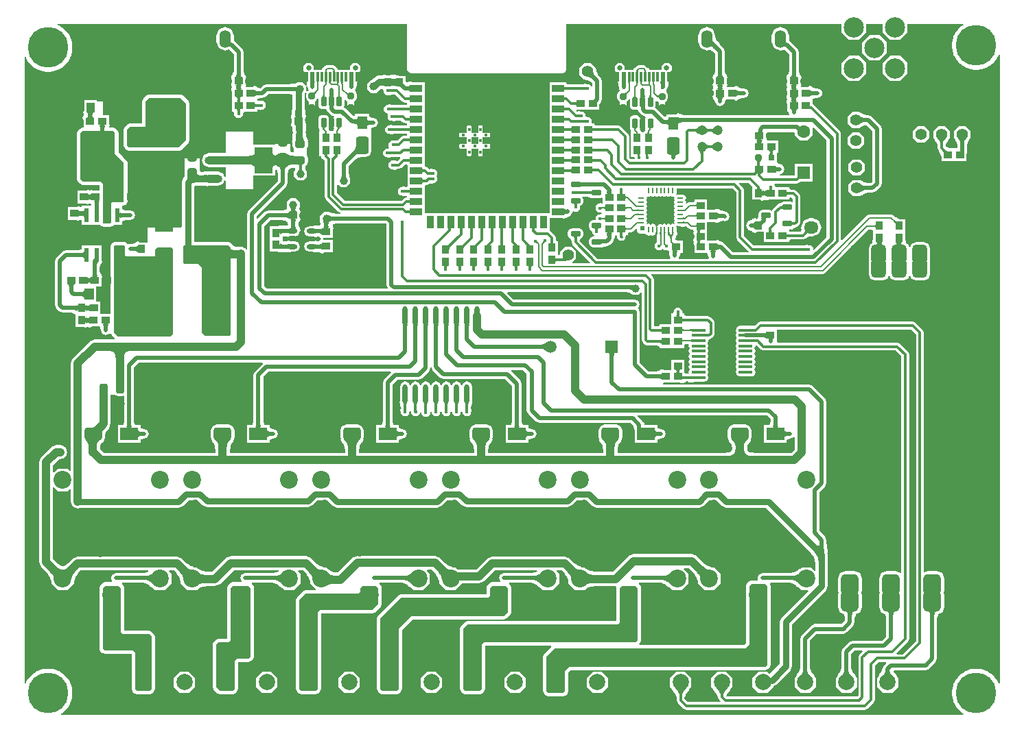
<source format=gtl>
G04*
G04 #@! TF.GenerationSoftware,Altium Limited,Altium Designer,21.2.1 (34)*
G04*
G04 Layer_Physical_Order=1*
G04 Layer_Color=255*
%FSTAX24Y24*%
%MOIN*%
G70*
G04*
G04 #@! TF.SameCoordinates,6CF6E2E0-1279-4785-91C8-ECC7A25CC669*
G04*
G04*
G04 #@! TF.FilePolarity,Positive*
G04*
G01*
G75*
%ADD10C,0.0079*%
%ADD12C,0.0157*%
%ADD14C,0.0118*%
G04:AMPARAMS|DCode=21|XSize=39.4mil|YSize=47.2mil|CornerRadius=9.8mil|HoleSize=0mil|Usage=FLASHONLY|Rotation=0.000|XOffset=0mil|YOffset=0mil|HoleType=Round|Shape=RoundedRectangle|*
%AMROUNDEDRECTD21*
21,1,0.0394,0.0276,0,0,0.0*
21,1,0.0197,0.0472,0,0,0.0*
1,1,0.0197,0.0098,-0.0138*
1,1,0.0197,-0.0098,-0.0138*
1,1,0.0197,-0.0098,0.0138*
1,1,0.0197,0.0098,0.0138*
%
%ADD21ROUNDEDRECTD21*%
%ADD22R,0.0394X0.0472*%
%ADD23R,0.0394X0.0374*%
%ADD24R,0.0374X0.0394*%
G04:AMPARAMS|DCode=25|XSize=27.6mil|YSize=47.2mil|CornerRadius=6.9mil|HoleSize=0mil|Usage=FLASHONLY|Rotation=270.000|XOffset=0mil|YOffset=0mil|HoleType=Round|Shape=RoundedRectangle|*
%AMROUNDEDRECTD25*
21,1,0.0276,0.0335,0,0,270.0*
21,1,0.0138,0.0472,0,0,270.0*
1,1,0.0138,-0.0167,-0.0069*
1,1,0.0138,-0.0167,0.0069*
1,1,0.0138,0.0167,0.0069*
1,1,0.0138,0.0167,-0.0069*
%
%ADD25ROUNDEDRECTD25*%
%ADD26R,0.0315X0.0315*%
G04:AMPARAMS|DCode=27|XSize=31.5mil|YSize=31.5mil|CornerRadius=7.9mil|HoleSize=0mil|Usage=FLASHONLY|Rotation=180.000|XOffset=0mil|YOffset=0mil|HoleType=Round|Shape=RoundedRectangle|*
%AMROUNDEDRECTD27*
21,1,0.0315,0.0157,0,0,180.0*
21,1,0.0157,0.0315,0,0,180.0*
1,1,0.0157,-0.0079,0.0079*
1,1,0.0157,0.0079,0.0079*
1,1,0.0157,0.0079,-0.0079*
1,1,0.0157,-0.0079,-0.0079*
%
%ADD27ROUNDEDRECTD27*%
%ADD28R,0.0118X0.0453*%
%ADD29R,0.0236X0.0453*%
G04:AMPARAMS|DCode=30|XSize=48mil|YSize=24.4mil|CornerRadius=3.7mil|HoleSize=0mil|Usage=FLASHONLY|Rotation=90.000|XOffset=0mil|YOffset=0mil|HoleType=Round|Shape=RoundedRectangle|*
%AMROUNDEDRECTD30*
21,1,0.0480,0.0171,0,0,90.0*
21,1,0.0407,0.0244,0,0,90.0*
1,1,0.0073,0.0085,0.0204*
1,1,0.0073,0.0085,-0.0204*
1,1,0.0073,-0.0085,-0.0204*
1,1,0.0073,-0.0085,0.0204*
%
%ADD30ROUNDEDRECTD30*%
%ADD31R,0.0472X0.0630*%
G04:AMPARAMS|DCode=32|XSize=63mil|YSize=86.6mil|CornerRadius=15.7mil|HoleSize=0mil|Usage=FLASHONLY|Rotation=0.000|XOffset=0mil|YOffset=0mil|HoleType=Round|Shape=RoundedRectangle|*
%AMROUNDEDRECTD32*
21,1,0.0630,0.0551,0,0,0.0*
21,1,0.0315,0.0866,0,0,0.0*
1,1,0.0315,0.0157,-0.0276*
1,1,0.0315,-0.0157,-0.0276*
1,1,0.0315,-0.0157,0.0276*
1,1,0.0315,0.0157,0.0276*
%
%ADD32ROUNDEDRECTD32*%
%ADD33O,0.0098X0.0315*%
%ADD34O,0.0315X0.0098*%
%ADD35R,0.1260X0.1260*%
%ADD36C,0.0394*%
%ADD37R,0.0669X0.0669*%
%ADD38O,0.0866X0.0394*%
%ADD39R,0.0866X0.1260*%
%ADD40R,0.0236X0.0669*%
%ADD41R,0.0472X0.0551*%
%ADD42R,0.1181X0.2362*%
%ADD43R,0.0866X0.0630*%
G04:AMPARAMS|DCode=44|XSize=63mil|YSize=86.6mil|CornerRadius=15.7mil|HoleSize=0mil|Usage=FLASHONLY|Rotation=270.000|XOffset=0mil|YOffset=0mil|HoleType=Round|Shape=RoundedRectangle|*
%AMROUNDEDRECTD44*
21,1,0.0630,0.0551,0,0,270.0*
21,1,0.0315,0.0866,0,0,270.0*
1,1,0.0315,-0.0276,-0.0157*
1,1,0.0315,-0.0276,0.0157*
1,1,0.0315,0.0276,0.0157*
1,1,0.0315,0.0276,-0.0157*
%
%ADD44ROUNDEDRECTD44*%
%ADD45R,0.0866X0.0866*%
G04:AMPARAMS|DCode=46|XSize=86.6mil|YSize=86.6mil|CornerRadius=21.7mil|HoleSize=0mil|Usage=FLASHONLY|Rotation=0.000|XOffset=0mil|YOffset=0mil|HoleType=Round|Shape=RoundedRectangle|*
%AMROUNDEDRECTD46*
21,1,0.0866,0.0433,0,0,0.0*
21,1,0.0433,0.0866,0,0,0.0*
1,1,0.0433,0.0217,-0.0217*
1,1,0.0433,-0.0217,-0.0217*
1,1,0.0433,-0.0217,0.0217*
1,1,0.0433,0.0217,0.0217*
%
%ADD46ROUNDEDRECTD46*%
%ADD47R,0.0669X0.0669*%
G04:AMPARAMS|DCode=48|XSize=47.2mil|YSize=70.9mil|CornerRadius=11.8mil|HoleSize=0mil|Usage=FLASHONLY|Rotation=180.000|XOffset=0mil|YOffset=0mil|HoleType=Round|Shape=RoundedRectangle|*
%AMROUNDEDRECTD48*
21,1,0.0472,0.0472,0,0,180.0*
21,1,0.0236,0.0709,0,0,180.0*
1,1,0.0236,-0.0118,0.0236*
1,1,0.0236,0.0118,0.0236*
1,1,0.0236,0.0118,-0.0236*
1,1,0.0236,-0.0118,-0.0236*
%
%ADD48ROUNDEDRECTD48*%
G04:AMPARAMS|DCode=49|XSize=39.4mil|YSize=47.2mil|CornerRadius=9.8mil|HoleSize=0mil|Usage=FLASHONLY|Rotation=90.000|XOffset=0mil|YOffset=0mil|HoleType=Round|Shape=RoundedRectangle|*
%AMROUNDEDRECTD49*
21,1,0.0394,0.0276,0,0,90.0*
21,1,0.0197,0.0472,0,0,90.0*
1,1,0.0197,0.0138,0.0098*
1,1,0.0197,0.0138,-0.0098*
1,1,0.0197,-0.0138,-0.0098*
1,1,0.0197,-0.0138,0.0098*
%
%ADD49ROUNDEDRECTD49*%
%ADD50O,0.0709X0.0157*%
%ADD51O,0.0236X0.0945*%
%ADD52R,0.0354X0.0591*%
%ADD53R,0.0591X0.0354*%
%ADD54R,0.0354X0.0354*%
%ADD55O,0.0472X0.0236*%
%ADD91C,0.0630*%
%ADD111C,0.0197*%
%ADD112C,0.0394*%
%ADD113C,0.0315*%
%ADD114R,0.0197X0.0197*%
%ADD115C,0.0157*%
%ADD116C,0.0551*%
%ADD117O,0.0709X0.0591*%
%ADD118C,0.0472*%
%ADD119R,0.0630X0.0630*%
%ADD120O,0.0394X0.0826*%
%ADD121O,0.0394X0.0708*%
%ADD122C,0.0256*%
%ADD123C,0.1969*%
%ADD124O,0.0709X0.0945*%
%ADD125O,0.0551X0.0866*%
%ADD126C,0.0591*%
%ADD127R,0.0591X0.0591*%
%ADD128O,0.1772X0.0787*%
%ADD129O,0.0787X0.1772*%
%ADD130C,0.0787*%
%ADD131C,0.0984*%
%ADD132C,0.0866*%
G04:AMPARAMS|DCode=133|XSize=102.4mil|YSize=86.6mil|CornerRadius=21.7mil|HoleSize=0mil|Usage=FLASHONLY|Rotation=270.000|XOffset=0mil|YOffset=0mil|HoleType=Round|Shape=RoundedRectangle|*
%AMROUNDEDRECTD133*
21,1,0.1024,0.0433,0,0,270.0*
21,1,0.0591,0.0866,0,0,270.0*
1,1,0.0433,-0.0217,-0.0295*
1,1,0.0433,-0.0217,0.0295*
1,1,0.0433,0.0217,0.0295*
1,1,0.0433,0.0217,-0.0295*
%
%ADD133ROUNDEDRECTD133*%
G04:AMPARAMS|DCode=134|XSize=94.5mil|YSize=70.9mil|CornerRadius=17.7mil|HoleSize=0mil|Usage=FLASHONLY|Rotation=270.000|XOffset=0mil|YOffset=0mil|HoleType=Round|Shape=RoundedRectangle|*
%AMROUNDEDRECTD134*
21,1,0.0945,0.0354,0,0,270.0*
21,1,0.0591,0.0709,0,0,270.0*
1,1,0.0354,-0.0177,-0.0295*
1,1,0.0354,-0.0177,0.0295*
1,1,0.0354,0.0177,0.0295*
1,1,0.0354,0.0177,-0.0295*
%
%ADD134ROUNDEDRECTD134*%
%ADD135C,0.0177*%
G36*
X073428Y053726D02*
X073398Y053708D01*
X073275Y053614D01*
X073165Y053504D01*
X073071Y053382D01*
X072994Y053248D01*
X072975Y053203D01*
X072953Y053181D01*
Y053149D01*
X072934Y053104D01*
X072894Y052955D01*
X072874Y052801D01*
X072874Y052724D01*
X072874Y052724D01*
X072874Y052724D01*
X072874Y052647D01*
X072894Y052493D01*
X072934Y052344D01*
X072953Y052299D01*
Y052267D01*
X072975Y052245D01*
X072994Y0522D01*
X073071Y052066D01*
X073165Y051944D01*
X073275Y051834D01*
X073398Y05174D01*
X073532Y051662D01*
X073576Y051644D01*
X073598Y051622D01*
X07363D01*
X073675Y051603D01*
X073824Y051563D01*
X073978Y051543D01*
X074055Y051543D01*
X074133D01*
X074286Y051563D01*
X074436Y051603D01*
X07448Y051622D01*
X074512D01*
X074534Y051644D01*
X074579Y051662D01*
X074713Y05174D01*
X074836Y051834D01*
X074945Y051944D01*
X075039Y052066D01*
X075117Y052201D01*
X075135Y052245D01*
X075154Y052263D01*
X075204Y052258D01*
Y021694D01*
X075154Y021688D01*
X075135Y021707D01*
X075117Y021751D01*
X075039Y021886D01*
X074945Y022008D01*
X074836Y022118D01*
X074713Y022212D01*
X074579Y02229D01*
X074534Y022308D01*
X074512Y02233D01*
X07448D01*
X074436Y022349D01*
X074286Y022389D01*
X074133Y022409D01*
X074055Y022409D01*
X073978Y022409D01*
X073824Y022389D01*
X073675Y022349D01*
X07363Y02233D01*
X073598D01*
X073576Y022308D01*
X073532Y02229D01*
X073398Y022212D01*
X073275Y022118D01*
X073165Y022008D01*
X073071Y021886D01*
X072994Y021751D01*
X072975Y021707D01*
X072953Y021685D01*
Y021653D01*
X072934Y021608D01*
X072894Y021459D01*
X072874Y021305D01*
X072874Y021228D01*
X072874Y021228D01*
X072874Y021228D01*
X072874Y021151D01*
X072894Y020997D01*
X072934Y020847D01*
X072953Y020803D01*
Y020771D01*
X072975Y020749D01*
X072994Y020704D01*
X073071Y02057D01*
X073165Y020448D01*
X073275Y020338D01*
X073398Y020244D01*
X073428Y020226D01*
X073415Y020178D01*
X029616D01*
X029604Y020226D01*
X029634Y020244D01*
X029757Y020338D01*
X029866Y020448D01*
X029961Y02057D01*
X030038Y020704D01*
X030056Y020749D01*
X030079Y020771D01*
Y020803D01*
X030097Y020847D01*
X030137Y020997D01*
X030157Y021151D01*
Y021228D01*
X030157Y021305D01*
X030137Y021459D01*
X030097Y021608D01*
X030079Y021653D01*
Y021685D01*
X030056Y021707D01*
X030038Y021751D01*
X029961Y021886D01*
X029866Y022008D01*
X029757Y022118D01*
X029634Y022212D01*
X0295Y02229D01*
X029455Y022308D01*
X029433Y02233D01*
X029401D01*
X029357Y022349D01*
X029207Y022389D01*
X029054Y022409D01*
X028976Y022409D01*
X028899Y022409D01*
X028745Y022389D01*
X028596Y022349D01*
X028551Y02233D01*
X02852D01*
X028497Y022308D01*
X028453Y02229D01*
X028319Y022212D01*
X028196Y022118D01*
X028086Y022008D01*
X027992Y021886D01*
X027915Y021751D01*
X027896Y021707D01*
X027878Y021688D01*
X027828Y021694D01*
Y05216D01*
X027878Y052165D01*
X027896Y052147D01*
X027915Y052102D01*
X027992Y051968D01*
X028086Y051845D01*
X028196Y051736D01*
X028319Y051641D01*
X028453Y051564D01*
X028497Y051546D01*
X02852Y051523D01*
X028551D01*
X028596Y051505D01*
X028745Y051465D01*
X028899Y051444D01*
X028976Y051444D01*
X029054D01*
X029207Y051465D01*
X029357Y051505D01*
X029401Y051523D01*
X029433D01*
X029455Y051546D01*
X0295Y051564D01*
X029634Y051641D01*
X029757Y051736D01*
X029866Y051845D01*
X029961Y051968D01*
X030038Y052102D01*
X030056Y052147D01*
X030079Y052169D01*
Y052201D01*
X030097Y052245D01*
X030137Y052395D01*
X030157Y052548D01*
Y052626D01*
X030157Y052703D01*
X030137Y052856D01*
X030097Y053006D01*
X030079Y053051D01*
Y053082D01*
X030056Y053105D01*
X030038Y053149D01*
X029961Y053283D01*
X029866Y053406D01*
X029757Y053516D01*
X029634Y05361D01*
X0295Y053687D01*
X029455Y053706D01*
X029437Y053724D01*
X029442Y053774D01*
X046424D01*
Y051543D01*
X046474Y051422D01*
X046594Y051372D01*
X053976D01*
X054097Y051422D01*
X054147Y051543D01*
Y053774D01*
X067504D01*
Y053353D01*
X067861Y052996D01*
X068367D01*
X068724Y053353D01*
Y053774D01*
X069504D01*
Y053353D01*
X069861Y052996D01*
X070367D01*
X070724Y053353D01*
Y053774D01*
X073415D01*
X073428Y053726D01*
D02*
G37*
%LPC*%
G36*
X069367Y053216D02*
X068861D01*
X068504Y052859D01*
Y052353D01*
X068861Y051996D01*
X069367D01*
X069724Y052353D01*
Y052859D01*
X069367Y053216D01*
D02*
G37*
G36*
X070367Y052216D02*
X069861D01*
X069504Y051859D01*
Y051353D01*
X069861Y050996D01*
X070367D01*
X070724Y051353D01*
Y051859D01*
X070367Y052216D01*
D02*
G37*
G36*
X068367D02*
X067861D01*
X067504Y051859D01*
Y051353D01*
X067861Y050996D01*
X068367D01*
X068724Y051353D01*
Y051859D01*
X068367Y052216D01*
D02*
G37*
G36*
X060965Y053623D02*
X060663Y053498D01*
X060538Y053196D01*
Y052881D01*
X060663Y05258D01*
X060965Y052455D01*
X061058Y052494D01*
X061058D01*
X061066Y052488D01*
X061122Y052494D01*
X061166Y052494D01*
X061177Y052484D01*
X061207Y052456D01*
X06122Y052451D01*
X061227Y052439D01*
X061279Y052428D01*
X061287Y052425D01*
X06138Y052332D01*
Y051458D01*
X061371Y051437D01*
X061345Y051379D01*
X061345Y051347D01*
X061343Y051325D01*
X061341Y051316D01*
X061298Y051298D01*
X061294Y051289D01*
X061286Y051285D01*
X06127Y05123D01*
X061248Y051178D01*
X061252Y051169D01*
X061249Y051159D01*
X061276Y05111D01*
X061298Y051057D01*
X061299Y051056D01*
Y050927D01*
X061298Y050926D01*
X061276Y050874D01*
X061249Y050824D01*
X061252Y050815D01*
X061248Y050806D01*
X06127Y050753D01*
X061286Y050699D01*
X061286Y050694D01*
X061286Y050694D01*
X06127Y05064D01*
X061248Y050587D01*
X061252Y050578D01*
X061249Y050569D01*
X061276Y050519D01*
X061298Y050466D01*
X061299Y050466D01*
Y050336D01*
X061298Y050336D01*
X061276Y050283D01*
X061249Y050233D01*
X061252Y050224D01*
X061248Y050215D01*
X06127Y050163D01*
X061286Y050108D01*
X061294Y050104D01*
X061298Y050095D01*
X061341Y050077D01*
X061343Y050068D01*
X061345Y050046D01*
X061345Y050014D01*
X061371Y049956D01*
X061395Y049898D01*
X061397Y049897D01*
X061398Y049895D01*
X061427Y049884D01*
X061448Y049831D01*
X061515Y049804D01*
X061529Y04979D01*
X061547D01*
X061614Y049763D01*
X061681Y04979D01*
X0617D01*
X061713Y049804D01*
X06178Y049831D01*
X061802Y049884D01*
X06183Y049895D01*
X061831Y049897D01*
X061833Y049898D01*
X061857Y049956D01*
X061883Y050014D01*
X061884Y050046D01*
X061886Y050068D01*
X061887Y050077D01*
X06193Y050095D01*
X061931Y050096D01*
X062279D01*
X06228Y050095D01*
X062332Y050073D01*
X06238Y050046D01*
X062391Y050049D01*
X0624Y050045D01*
X062452Y050066D01*
X062506Y050081D01*
X062511Y050091D01*
X062521Y050095D01*
X062535Y050128D01*
X062545Y05013D01*
X062568Y050132D01*
X062601Y050132D01*
X062659Y050158D01*
X062681Y050167D01*
X062776D01*
X062842Y050194D01*
X062861D01*
X062874Y050208D01*
X062941Y050235D01*
X062969Y050302D01*
X062982Y050316D01*
Y050334D01*
X06301Y050401D01*
X062982Y050468D01*
Y050487D01*
X062969Y0505D01*
X062941Y050567D01*
X062874Y050595D01*
X062861Y050608D01*
X062842D01*
X062776Y050636D01*
X062681D01*
X062659Y050644D01*
X062601Y05067D01*
X062568Y050671D01*
X062545Y050673D01*
X062535Y050674D01*
X062521Y050708D01*
X062511Y050712D01*
X062506Y050721D01*
X062452Y050736D01*
X0624Y050757D01*
X062391Y050753D01*
X06238Y050756D01*
X062332Y050729D01*
X06228Y050708D01*
X062279Y050706D01*
X061986D01*
X061956Y050746D01*
X061959Y050753D01*
X06198Y050806D01*
X061977Y050815D01*
X061979Y050824D01*
X061952Y050874D01*
X06193Y050926D01*
X061929Y050927D01*
Y051056D01*
X06193Y051057D01*
X061952Y05111D01*
X061979Y051159D01*
X061977Y051169D01*
X06198Y051178D01*
X061959Y05123D01*
X061942Y051285D01*
X061934Y051289D01*
X06193Y051298D01*
X061887Y051316D01*
X061886Y051325D01*
X061884Y051347D01*
X061883Y051379D01*
X061857Y051437D01*
X061849Y051458D01*
Y052429D01*
X06178Y052594D01*
X061606Y052768D01*
X061607Y052773D01*
X061581Y052814D01*
X061564Y052859D01*
X061485Y052943D01*
X061458Y052976D01*
X061436Y053005D01*
X061421Y05303D01*
X061411Y053048D01*
X061406Y053059D01*
X061406Y05306D01*
X061406Y05307D01*
X061402Y053077D01*
X061395Y053108D01*
X061391Y053143D01*
Y053196D01*
X061266Y053498D01*
X060965Y053623D01*
D02*
G37*
G36*
X06455D02*
X064249Y053498D01*
X064124Y053196D01*
Y052881D01*
X064249Y05258D01*
X06455Y052455D01*
X064736Y052532D01*
X064962Y052306D01*
Y051458D01*
X064954Y051437D01*
X064928Y051379D01*
X064927Y051347D01*
X064925Y051325D01*
X064924Y051316D01*
X064881Y051298D01*
X064877Y051289D01*
X064869Y051285D01*
X064852Y05123D01*
X064831Y051178D01*
X064834Y051169D01*
X064832Y051159D01*
X064859Y05111D01*
X064881Y051057D01*
X064882Y051056D01*
Y050927D01*
X064881Y050926D01*
X064859Y050874D01*
X064832Y050824D01*
X064834Y050815D01*
X064831Y050806D01*
X064853Y050753D01*
X064869Y050699D01*
X064869Y050694D01*
X064869Y050694D01*
X064852Y05064D01*
X064831Y050587D01*
X064834Y050578D01*
X064832Y050569D01*
X064859Y050519D01*
X064881Y050466D01*
X064882Y050466D01*
Y050336D01*
X064881Y050336D01*
X064859Y050283D01*
X064832Y050233D01*
X064834Y050224D01*
X064831Y050215D01*
X064852Y050163D01*
X064869Y050108D01*
X064869Y050104D01*
X064852Y050049D01*
X064831Y049996D01*
X064834Y049988D01*
X064832Y049978D01*
X064859Y049928D01*
X064881Y049876D01*
X064882Y049875D01*
Y049678D01*
X064864Y049646D01*
X064867Y049636D01*
X064863Y049626D01*
X064882Y04958D01*
Y049506D01*
X064913D01*
X064913Y049505D01*
X064939Y049495D01*
X064939Y049493D01*
X064941Y049473D01*
X064941Y049444D01*
X064967Y049386D01*
X064976Y049364D01*
X064942Y049314D01*
X059866D01*
X059844Y049323D01*
X059786Y049349D01*
X059753Y049349D01*
X059729Y049351D01*
X059717Y049353D01*
X059706Y049378D01*
X059695Y049383D01*
X059689Y049393D01*
X059637Y049408D01*
X059586Y049429D01*
X059575Y049424D01*
X059563Y049427D01*
X059516Y0494D01*
X059465Y049379D01*
X059465Y049378D01*
X058996D01*
Y049314D01*
X058995Y049313D01*
X058976Y049269D01*
X058968Y049267D01*
X058946Y049266D01*
X058915Y049265D01*
X058523Y049656D01*
X058449Y049687D01*
X058481Y049765D01*
Y050004D01*
X058508Y050027D01*
X058521Y050032D01*
X05856Y05002D01*
X058565Y050007D01*
X058637Y049977D01*
Y049764D01*
X058903D01*
Y049837D01*
X05892Y049827D01*
X058939Y049818D01*
X058952Y049812D01*
Y049977D01*
X059024Y050007D01*
X059086Y050157D01*
Y050315D01*
X059024Y050466D01*
X059014Y05047D01*
X059Y05053D01*
X059021Y050581D01*
X059027Y050587D01*
Y050595D01*
X059062Y05068D01*
Y050685D01*
X059071Y050707D01*
X059097Y050767D01*
X059097Y050834D01*
X059101Y050902D01*
X059102Y050909D01*
X059102Y05091D01*
X059102Y05091D01*
X059109Y050919D01*
X059106Y050943D01*
X059115Y050965D01*
X059103Y050996D01*
X059104Y051013D01*
X059097Y051023D01*
X059093Y051049D01*
X059074Y051064D01*
X059065Y051086D01*
X059064Y051086D01*
Y051368D01*
X059123D01*
X059267Y051512D01*
Y051716D01*
X059123Y05186D01*
X058919D01*
X058775Y051716D01*
Y051535D01*
X058175D01*
X058166Y051556D01*
X058141Y051615D01*
X05814Y051615D01*
X05814Y051616D01*
X05808Y05164D01*
X058074Y051643D01*
X058014Y051703D01*
X057894Y051753D01*
X057664D01*
X057544Y051703D01*
X057476Y051635D01*
X057429Y051616D01*
X057429Y051615D01*
X057428Y051615D01*
X057403Y051556D01*
X057394Y051535D01*
X056991D01*
Y051716D01*
X056847Y05186D01*
X056643D01*
X056499Y051716D01*
Y051512D01*
X056643Y051368D01*
X056702D01*
Y051086D01*
X056701Y051086D01*
X056691Y051064D01*
X056672Y051049D01*
X056669Y051023D01*
X056662Y051013D01*
X056663Y050996D01*
X056651Y050965D01*
X05666Y050943D01*
X056657Y050919D01*
X056662Y050913D01*
X056669Y0508D01*
X056669Y050768D01*
X056694Y050708D01*
X056704Y050685D01*
Y05068D01*
X056724Y05063D01*
Y050587D01*
X056755Y050556D01*
X056728Y050493D01*
X05668Y050473D01*
X056618Y050322D01*
Y050165D01*
X05668Y050014D01*
X056752Y049985D01*
Y04982D01*
X056765Y049825D01*
X056784Y049834D01*
X0568Y049844D01*
Y049771D01*
X057067D01*
Y049985D01*
X057139Y050014D01*
X057177Y050107D01*
X057227Y050097D01*
Y049765D01*
X057276Y049646D01*
X057395Y049597D01*
X057566D01*
X057599Y049611D01*
X057609Y049604D01*
X057634Y049545D01*
X057659Y049485D01*
X05766Y049485D01*
X05766Y049484D01*
X057701Y049468D01*
X057712Y04944D01*
X057828Y049325D01*
X057993Y049256D01*
X05801Y049231D01*
X057975Y049148D01*
Y048741D01*
X057976Y048739D01*
X05797Y048728D01*
X057973Y048718D01*
X057969Y048708D01*
X057986Y048666D01*
X057974Y048617D01*
X05797Y048611D01*
X057946Y048553D01*
X057938Y048534D01*
X057931Y048531D01*
X057931Y048531D01*
X057778D01*
X057778Y048531D01*
X057771Y048534D01*
X057763Y048553D01*
X057739Y048611D01*
X057736Y048613D01*
X057735Y048614D01*
X057734Y048615D01*
X057716Y048674D01*
X05773Y048706D01*
X057726Y048715D01*
X057729Y048724D01*
X057727Y048727D01*
X057733Y048741D01*
Y049148D01*
X057684Y049266D01*
X057566Y049316D01*
X057395D01*
X057276Y049266D01*
X057227Y049148D01*
Y048741D01*
X057233Y048727D01*
X057232Y048724D01*
X057235Y048715D01*
X057231Y048706D01*
X057253Y048654D01*
X057254Y048649D01*
X057255Y048632D01*
X057261Y048627D01*
X057269Y048599D01*
X057277Y048594D01*
X057281Y048586D01*
X057288Y048583D01*
X057289Y048581D01*
X057274Y048531D01*
X057274D01*
Y047901D01*
Y047311D01*
X057424D01*
X057461Y047267D01*
Y047193D01*
X057458Y047186D01*
X057289D01*
X057198Y047276D01*
Y048292D01*
X057142Y048427D01*
X056805Y048765D01*
X056669Y048821D01*
X055602D01*
X055573Y048833D01*
X055517Y048858D01*
X055513Y048868D01*
X055512Y048869D01*
Y048935D01*
X055385D01*
X055384Y048938D01*
Y049109D01*
X055263Y04923D01*
X055177D01*
X05517Y049232D01*
X055114Y049256D01*
X055094Y049266D01*
X055069Y04929D01*
Y049384D01*
X054948Y049505D01*
X054862D01*
X054855Y049508D01*
X054799Y049531D01*
X054794Y049529D01*
X05479Y049531D01*
X054734Y049528D01*
X054679Y049502D01*
X054674Y0495D01*
X054635Y049538D01*
X054654Y049584D01*
X055748D01*
Y049873D01*
X055815Y04994D01*
X055884Y050106D01*
Y050992D01*
X055815Y051157D01*
X055701Y051272D01*
X055692Y051292D01*
X05567Y051351D01*
X055657Y051365D01*
X055649Y051375D01*
X055643Y051385D01*
X055637Y051394D01*
X055633Y051403D01*
X05563Y051413D01*
X055627Y051423D01*
X055625Y051434D01*
X055624Y051446D01*
X055623Y051466D01*
X055597Y051524D01*
X055573Y051582D01*
X055571Y051583D01*
X055571Y051583D01*
Y051627D01*
X05534Y051858D01*
X055014D01*
X054783Y051627D01*
Y051301D01*
X055014Y05107D01*
X055058D01*
X055058Y05107D01*
X055059Y051068D01*
X055118Y051044D01*
X055175Y051018D01*
X055195Y051018D01*
X055207Y051016D01*
X055218Y051014D01*
X055228Y051012D01*
X055238Y051008D01*
X055247Y051004D01*
X055257Y050999D01*
X055266Y050992D01*
X055276Y050984D01*
X05529Y050971D01*
X055349Y050949D01*
X055369Y050941D01*
X055415Y050895D01*
Y050728D01*
X055365Y050723D01*
X055248Y050841D01*
X055162D01*
X055155Y050843D01*
X055099Y050866D01*
X055094Y050865D01*
X05509Y050866D01*
X055034Y050863D01*
X054979Y050837D01*
X054952Y050826D01*
X054386D01*
X054385Y050825D01*
X054243D01*
X054215Y050837D01*
X054158Y050863D01*
X054154Y050872D01*
X054154Y050872D01*
Y050929D01*
X053327D01*
Y050338D01*
Y049838D01*
Y049338D01*
Y048838D01*
Y048338D01*
Y047838D01*
Y047338D01*
Y046838D01*
Y046338D01*
Y045838D01*
Y045338D01*
Y044838D01*
Y044555D01*
X047264D01*
Y044838D01*
Y045338D01*
Y045895D01*
X047264Y045895D01*
X047268Y045904D01*
X047325Y04593D01*
X047354Y045942D01*
X047366D01*
X047502Y045998D01*
X047513Y046009D01*
X047547Y045995D01*
X047556Y045995D01*
X04758Y045994D01*
X047584Y045994D01*
X047592Y045996D01*
X047604Y045992D01*
X047628Y046002D01*
X047655Y046D01*
X047672Y046014D01*
X047691Y046017D01*
X047692Y046018D01*
X047752D01*
X047874Y046139D01*
Y04631D01*
X047828Y046355D01*
X047888Y046415D01*
Y046587D01*
X047767Y046708D01*
X047681D01*
X047674Y04671D01*
X047618Y046733D01*
X047613Y046732D01*
X047609Y046733D01*
X047553Y04673D01*
X047498Y046704D01*
X047494Y046702D01*
X047427Y046769D01*
X047397Y046781D01*
X047386Y04681D01*
X047384Y046811D01*
X047383Y046813D01*
X047325Y046837D01*
X047268Y046863D01*
X047264Y046872D01*
X047264Y046872D01*
Y047338D01*
Y047838D01*
Y048338D01*
Y048838D01*
Y049338D01*
Y049838D01*
Y050338D01*
Y050929D01*
X046677D01*
X046677Y05093D01*
X046626Y050951D01*
X046579Y050978D01*
X046567Y050975D01*
X046556Y05098D01*
X046506Y050959D01*
X046453Y050945D01*
X04645Y05094D01*
X046425Y050932D01*
X046385Y050939D01*
X046382Y050942D01*
X046376Y050951D01*
X046377Y050963D01*
X046352Y050994D01*
X046339Y051032D01*
X046334Y051034D01*
Y051241D01*
X046026D01*
X045996Y051254D01*
X045933Y051255D01*
X045911Y051278D01*
X045876Y051279D01*
X045871Y051282D01*
X045868Y051282D01*
X045843Y051292D01*
X045813Y05128D01*
X04578Y05128D01*
X045749Y051283D01*
X045712Y051285D01*
X045678Y051299D01*
X045649Y051287D01*
X045619Y051288D01*
X045592Y051263D01*
X045571Y051254D01*
X045527Y051254D01*
X045511Y051248D01*
X045427D01*
X045427Y051249D01*
X045391Y051264D01*
X045363Y051289D01*
X045334Y051287D01*
X045306Y051299D01*
X045271Y051284D01*
X045233Y051282D01*
X045218Y051266D01*
X045211Y051264D01*
X045058Y051255D01*
X045006Y051254D01*
X044946Y051229D01*
X044887Y051204D01*
X044887Y051204D01*
X044886Y051203D01*
X044872Y051168D01*
X044796Y051137D01*
X04469Y051031D01*
X044653D01*
X044468Y050847D01*
Y050586D01*
X044653Y050401D01*
X044914D01*
X045098Y050586D01*
X045148Y050596D01*
X045152Y050596D01*
X045215Y050591D01*
X045231Y050589D01*
X045237Y050588D01*
X045238Y050587D01*
X045252Y050575D01*
X045285Y050528D01*
Y050434D01*
X045407Y050313D01*
X045492D01*
X045499Y05031D01*
X045555Y050287D01*
X04556Y050289D01*
X045564Y050287D01*
X04562Y05029D01*
X045675Y050316D01*
X045702Y050328D01*
X045846D01*
X046175Y049998D01*
X046311Y049942D01*
X046347D01*
X046376Y04993D01*
X046406Y049916D01*
X046416Y049883D01*
X046406Y049851D01*
X046376Y049837D01*
X046347Y049825D01*
X045702D01*
X045697Y049833D01*
X045646Y049844D01*
X045597Y049863D01*
X045545Y049862D01*
X045536Y049858D01*
X045526Y049861D01*
X045477Y049832D01*
X045468Y049829D01*
X045408D01*
X045287Y049707D01*
Y049536D01*
X045408Y049415D01*
X04546D01*
X04548Y049365D01*
X045466Y049351D01*
Y049179D01*
X045587Y049058D01*
X045673D01*
X045679Y049056D01*
X045736Y049033D01*
X04574Y049034D01*
X045745Y049033D01*
X045801Y049036D01*
X045856Y049062D01*
X045883Y049073D01*
X046116D01*
X046191Y048998D01*
X046327Y048942D01*
X046347D01*
X046376Y04893D01*
X046406Y048916D01*
X046416Y048883D01*
X046406Y04885D01*
X046376Y048837D01*
X046347Y048825D01*
X045765D01*
X04576Y048833D01*
X045709Y048844D01*
X04566Y048863D01*
X045608Y048862D01*
X045599Y048858D01*
X045588Y04886D01*
X04554Y048832D01*
X045531Y048828D01*
X045471D01*
X04535Y048707D01*
Y048536D01*
X045471Y048415D01*
X045562D01*
X045565Y048412D01*
X045587Y048412D01*
X045611Y048399D01*
X045631Y048405D01*
X045651Y0484D01*
X045655Y048402D01*
X045681Y048404D01*
X045686Y048404D01*
X045701Y04841D01*
X045716Y048407D01*
X045759Y048435D01*
X045776Y048442D01*
X046347D01*
X046376Y04843D01*
X046406Y048416D01*
X046416Y048383D01*
X046406Y048351D01*
X046376Y048337D01*
X046347Y048325D01*
X046256D01*
X04612Y048269D01*
X045929Y048077D01*
X045908Y048086D01*
X045848Y048111D01*
X04584Y048111D01*
X045816Y048112D01*
X045811Y048112D01*
X045803Y048109D01*
X045792Y048114D01*
X045767Y048104D01*
X04574Y048106D01*
X045723Y048091D01*
X045704Y048088D01*
X045704Y048088D01*
X045643D01*
X045522Y047967D01*
Y047796D01*
X04555Y047768D01*
X045548Y04776D01*
X045516Y04772D01*
X045491Y04771D01*
X045465Y047712D01*
X045447Y047698D01*
X045428Y047695D01*
X045428Y047694D01*
X045367D01*
X045246Y047573D01*
Y047402D01*
X045367Y047281D01*
X045453D01*
X04546Y047279D01*
X045516Y047255D01*
X04552Y047257D01*
X045525Y047256D01*
X045581Y047259D01*
X045636Y047285D01*
X045663Y047296D01*
X046061D01*
X046082Y047246D01*
X045935Y047099D01*
X045929D01*
X045899Y047112D01*
X045839Y047137D01*
X04583Y047137D01*
X045806Y047137D01*
X045802Y047138D01*
X045794Y047135D01*
X045782Y04714D01*
X045758Y04713D01*
X045731Y047132D01*
X045714Y047117D01*
X045695Y047114D01*
X045694Y047114D01*
X045633D01*
X045512Y046993D01*
Y046822D01*
X045633Y046701D01*
X045719D01*
X045726Y046698D01*
X045782Y046675D01*
X045787Y046677D01*
X045791Y046675D01*
X045847Y046678D01*
X045902Y046704D01*
X045929Y046716D01*
X046014D01*
X04615Y046772D01*
X04632Y046942D01*
X046347D01*
X046376Y04693D01*
X046433Y046904D01*
X046437Y046895D01*
X046437Y046895D01*
Y046338D01*
Y045872D01*
X046437Y045872D01*
X046433Y045863D01*
X046376Y045837D01*
X046363Y045832D01*
X046346Y045838D01*
X04629Y045863D01*
X046253Y045863D01*
X046248Y045864D01*
X04624Y045861D01*
X046228Y045865D01*
X046201Y045854D01*
X046172Y045854D01*
X046156Y04584D01*
X046147Y045838D01*
X046084D01*
X045963Y045717D01*
Y045546D01*
X046084Y045425D01*
X046166D01*
X04619Y045406D01*
X046215Y04541D01*
X046238Y045401D01*
X046243Y045403D01*
X046246Y045401D01*
X046286Y045404D01*
X046291Y045404D01*
X046293Y045405D01*
X046296Y045404D01*
X046353Y04543D01*
X046361Y045433D01*
X046407Y045412D01*
X046416Y045383D01*
X046406Y04535D01*
X046376Y045337D01*
X046318Y045313D01*
X046317Y045311D01*
X046315Y04531D01*
X046312Y045303D01*
X046231Y045269D01*
X046127Y045165D01*
X04339D01*
X043008Y045547D01*
Y045937D01*
X043058Y045957D01*
X043199Y045817D01*
X04346D01*
X043644Y046001D01*
Y046262D01*
X043637Y04627D01*
X043638Y046272D01*
X043615Y046328D01*
X043605Y046355D01*
X043605Y046357D01*
X043605Y046366D01*
X043604Y046368D01*
X043604Y04637D01*
X043603Y046373D01*
X043602Y046373D01*
X043602Y046377D01*
X043601Y046382D01*
X043599Y046408D01*
X043598Y046424D01*
X043573Y046482D01*
X043564Y046504D01*
Y046862D01*
X043874Y047172D01*
X043887Y047177D01*
X043942Y047193D01*
X043946Y0472D01*
X043954Y047204D01*
X04399Y047238D01*
X044019Y047264D01*
X044027Y04727D01*
X044033Y047265D01*
X044087Y047272D01*
X044141Y047272D01*
X04415Y04728D01*
X044162Y047282D01*
X044167Y047288D01*
X04439D01*
X044601Y047375D01*
X044688Y047586D01*
Y048137D01*
X044665Y048192D01*
Y048695D01*
X044669Y048695D01*
X044726Y048721D01*
X044747Y04873D01*
X044764D01*
X044831Y048757D01*
X044849D01*
X044863Y048771D01*
X04493Y048798D01*
X044957Y048865D01*
X04497Y048879D01*
Y048897D01*
X044998Y048964D01*
X04497Y049031D01*
Y04905D01*
X044957Y049063D01*
X04493Y04913D01*
X044863Y049158D01*
X044849Y049171D01*
X044831D01*
X044764Y049199D01*
X044747D01*
X044726Y049207D01*
X044669Y049233D01*
X044636Y049234D01*
X044614Y049236D01*
X044605Y049237D01*
X044587Y049282D01*
X044587Y049282D01*
Y049397D01*
X043878D01*
Y049333D01*
X043877Y049333D01*
X043858Y049289D01*
X04385Y049287D01*
X043828Y049285D01*
X043796Y049284D01*
X043405Y049676D01*
X043331Y049707D01*
X043363Y049784D01*
Y050098D01*
X043413Y050108D01*
X043447Y050026D01*
X043519Y049997D01*
Y049783D01*
X043834D01*
Y049997D01*
X043906Y050026D01*
X043968Y050177D01*
Y050335D01*
X043906Y050485D01*
X043896Y050489D01*
X043882Y050549D01*
X043903Y050601D01*
X043909Y050607D01*
Y050615D01*
X043921Y050644D01*
X043927Y050647D01*
X043928Y050648D01*
X043929Y050648D01*
X043953Y050707D01*
X043979Y050767D01*
X043979Y050834D01*
X043983Y050902D01*
X043984Y050909D01*
X043984Y05091D01*
X043984Y05091D01*
X043991Y050919D01*
X043988Y050943D01*
X043997Y050965D01*
X043984Y050996D01*
X043986Y051013D01*
X043978Y051023D01*
X043975Y051049D01*
X043956Y051064D01*
X043947Y051086D01*
X043946Y051086D01*
Y051368D01*
X044005D01*
X044149Y051512D01*
Y051716D01*
X044005Y05186D01*
X043801D01*
X043657Y051716D01*
Y051535D01*
X043057D01*
X043048Y051556D01*
X043023Y051615D01*
X043022Y051615D01*
X043022Y051616D01*
X042985Y051631D01*
X042984Y051635D01*
X042896Y051722D01*
X042776Y051772D01*
X042546D01*
X042426Y051722D01*
X042347Y051644D01*
X042341Y051628D01*
X042311Y051616D01*
X042311Y051615D01*
X04231Y051615D01*
X042285Y051556D01*
X042276Y051535D01*
X041873D01*
Y051716D01*
X041729Y05186D01*
X041525D01*
X041381Y051716D01*
Y051512D01*
X041525Y051368D01*
X041584D01*
Y051086D01*
X041582Y051086D01*
X041573Y051064D01*
X041554Y051049D01*
X041551Y051023D01*
X041544Y051013D01*
X041545Y050996D01*
X041533Y050965D01*
X041542Y050943D01*
X041539Y050919D01*
X041544Y050913D01*
X041551Y0508D01*
X041551Y050768D01*
X041576Y050708D01*
X041601Y050648D01*
X041601Y050648D01*
X041602Y050647D01*
X041606Y050646D01*
Y050607D01*
X041637Y050576D01*
X04161Y050513D01*
X041566Y050494D01*
X041516Y050512D01*
Y05073D01*
X041331Y050915D01*
X04107D01*
X041063Y050907D01*
X04106Y050908D01*
X041004Y050885D01*
X040983Y050877D01*
X040756Y050868D01*
X0407Y050842D01*
X04068Y050834D01*
X039588D01*
X039422Y050765D01*
X039293Y050636D01*
X039273Y050644D01*
X039215Y05067D01*
X039183Y050671D01*
X03916Y050673D01*
X039149Y050674D01*
X039135Y050708D01*
X039125Y050712D01*
X03912Y050721D01*
X039066Y050736D01*
X039015Y050757D01*
X039005Y050753D01*
X038994Y050756D01*
X038946Y050729D01*
X038894Y050708D01*
X038894Y050706D01*
X038601D01*
X038571Y050746D01*
X038573Y050753D01*
X038594Y050806D01*
X038591Y050815D01*
X038593Y050824D01*
X038566Y050874D01*
X038545Y050926D01*
X038543Y050927D01*
Y051056D01*
X038545Y051057D01*
X038566Y05111D01*
X038593Y051159D01*
X038591Y051169D01*
X038594Y051178D01*
X038573Y05123D01*
X038557Y051285D01*
X038548Y051289D01*
X038545Y051298D01*
X038501Y051316D01*
X0385Y051325D01*
X038498Y051347D01*
X038497Y051379D01*
X038471Y051437D01*
X038463Y051458D01*
Y052389D01*
X038463Y052389D01*
X038394Y052555D01*
X03803Y052919D01*
X038005Y05293D01*
Y053196D01*
X03788Y053498D01*
X037579Y053623D01*
X037277Y053498D01*
X037153Y053196D01*
Y052881D01*
X037277Y05258D01*
X037579Y052455D01*
X037757Y052529D01*
X037994Y052292D01*
Y051458D01*
X037985Y051437D01*
X03796Y051379D01*
X037959Y051347D01*
X037957Y051325D01*
X037955Y051316D01*
X037912Y051298D01*
X037908Y051289D01*
X0379Y051285D01*
X037884Y05123D01*
X037862Y051178D01*
X037866Y051169D01*
X037863Y051159D01*
X03789Y05111D01*
X037912Y051057D01*
X037913Y051056D01*
Y050927D01*
X037912Y050926D01*
X03789Y050874D01*
X037863Y050824D01*
X037866Y050815D01*
X037862Y050806D01*
X037884Y050753D01*
X0379Y050699D01*
X0379Y050694D01*
X0379Y050694D01*
X037884Y05064D01*
X037862Y050587D01*
X037866Y050578D01*
X037863Y050569D01*
X03789Y050519D01*
X037912Y050466D01*
X037913Y050466D01*
Y050116D01*
X037913D01*
Y049506D01*
X03795D01*
X037973Y049495D01*
X037976Y049494D01*
X037996Y049461D01*
X038006Y049436D01*
X038004Y049409D01*
X038018Y049392D01*
X038021Y049373D01*
X038022Y049373D01*
Y049312D01*
X038143Y049191D01*
X038314D01*
X038435Y049312D01*
Y049397D01*
X038437Y049404D01*
X038461Y049461D01*
X038468Y049475D01*
X038508Y049506D01*
X039134D01*
Y049572D01*
X039134Y049572D01*
X039138Y049581D01*
X039184Y049601D01*
X039231Y049581D01*
X039239Y049581D01*
X039263Y049581D01*
X039268Y04958D01*
X039276Y049583D01*
X039287Y049578D01*
X039312Y049588D01*
X039339Y049586D01*
X039356Y049601D01*
X039375Y049604D01*
X039375Y049604D01*
X039436D01*
X039557Y049725D01*
Y049896D01*
X039436Y050017D01*
X03935D01*
X039344Y05002D01*
X039287Y050043D01*
X039283Y050041D01*
X039278Y050043D01*
X039222Y05004D01*
X039184Y050022D01*
X039137Y050041D01*
X039134Y050049D01*
X039135Y050095D01*
X039149Y050128D01*
X03916Y05013D01*
X039183Y050132D01*
X039215Y050132D01*
X039273Y050158D01*
X039295Y050167D01*
X03939D01*
X039555Y050235D01*
X039685Y050365D01*
X04068D01*
X040702Y050356D01*
X040761Y050331D01*
X040843Y05033D01*
Y049641D01*
X040839Y04963D01*
X040814Y04957D01*
X040813Y049513D01*
X04081Y049419D01*
X040805Y049353D01*
X040802Y049338D01*
X040802Y049335D01*
X040787Y04932D01*
X040787Y049286D01*
X040774Y049254D01*
X040784Y049231D01*
X040783Y04923D01*
X040784Y04923D01*
X040787Y049223D01*
X040787Y049189D01*
X040811Y049165D01*
X040824Y049134D01*
X040825Y049133D01*
Y049004D01*
X040824Y049003D01*
X040805Y048958D01*
X040777Y048918D01*
X040781Y0489D01*
X040774Y048883D01*
X040792Y048838D01*
X040801Y04879D01*
X040816Y048779D01*
X040824Y048762D01*
X040838Y048756D01*
X04084Y048745D01*
X040851Y048619D01*
X040851Y048566D01*
X040877Y048507D01*
X040881Y048496D01*
Y048496D01*
X040874Y048475D01*
X040851Y048422D01*
X040849Y048264D01*
X040842Y04816D01*
X04084Y048143D01*
X040839Y048134D01*
X040836Y048125D01*
X040839Y0481D01*
X040839Y048098D01*
X040825Y048056D01*
X040836Y048035D01*
X040835Y048011D01*
X040853Y047992D01*
Y047834D01*
X04091Y047696D01*
Y047555D01*
X040899Y047546D01*
X04086Y047525D01*
X040831Y04753D01*
X040795Y047539D01*
X040762Y047549D01*
X040732Y047562D01*
X040728Y047563D01*
Y047945D01*
X04002D01*
Y047935D01*
X039999Y047894D01*
X038936D01*
Y048546D01*
X037598D01*
Y047487D01*
X036771D01*
X03653Y047387D01*
X03643Y047146D01*
X03653Y046905D01*
X036771Y046805D01*
X037598D01*
Y046338D01*
X037548Y046328D01*
X037484Y046481D01*
X037243Y046581D01*
X036797D01*
X036794Y046584D01*
X036756Y046586D01*
X03672Y046601D01*
X036693Y04659D01*
X036664Y046592D01*
X036653Y046588D01*
X036643Y046586D01*
X036631Y046583D01*
X036446Y046572D01*
X036429Y046573D01*
X036394Y046579D01*
X03637Y046585D01*
X036369Y046585D01*
X036361Y046606D01*
X036346Y046661D01*
X03634Y046664D01*
X036331Y046685D01*
Y047214D01*
X035623D01*
Y046685D01*
X035603Y046638D01*
Y046332D01*
X035557Y046286D01*
X035469Y046075D01*
Y043918D01*
X035453Y043875D01*
X033799D01*
Y043141D01*
X033456D01*
X033456Y043142D01*
X033403Y043164D01*
X033353Y043191D01*
X033344Y043188D01*
X033335Y043192D01*
X033283Y04317D01*
X033228Y043154D01*
X033224Y043146D01*
X033215Y043142D01*
X033197Y043099D01*
X033188Y043097D01*
X033166Y043096D01*
X033134Y043095D01*
X033076Y043069D01*
X033055Y04306D01*
X033012D01*
X032972Y043077D01*
X032906Y043049D01*
X032887D01*
X032885Y043047D01*
X032838Y04305D01*
X032828Y043054D01*
X032817Y043081D01*
X032778Y04312D01*
X032778Y04312D01*
X032699Y043153D01*
X032657Y04317D01*
X032224D01*
X032104Y04312D01*
X032065Y043081D01*
X032015Y04296D01*
Y041489D01*
X032017Y041488D01*
X032033Y041486D01*
X032015Y041486D01*
Y039662D01*
X031512D01*
Y040255D01*
X031321D01*
Y040995D01*
X031562D01*
Y041365D01*
X031563Y041365D01*
X031585Y041418D01*
X031612Y041468D01*
X03161Y041477D01*
X031613Y041486D01*
X031592Y041538D01*
X031576Y041593D01*
X031567Y041597D01*
X031563Y041606D01*
X03152Y041624D01*
X031519Y041633D01*
X031517Y041655D01*
X031516Y041687D01*
X03149Y041745D01*
X031482Y041766D01*
Y041922D01*
X03149Y041943D01*
X031516Y042001D01*
X031517Y042033D01*
X031519Y042054D01*
X03152Y042063D01*
X031565Y042081D01*
X031565Y042083D01*
X031586D01*
Y042127D01*
X031593Y042149D01*
X031615Y042202D01*
X031611Y042211D01*
X031614Y04222D01*
X031586Y04227D01*
X031586Y04227D01*
Y042988D01*
X031136D01*
X031114Y042988D01*
Y042988D01*
X031086D01*
Y042988D01*
X030614D01*
Y042853D01*
X030614Y042853D01*
X030595Y042809D01*
X030586Y042807D01*
X030564Y042805D01*
X030532Y042804D01*
X030474Y042779D01*
X030453Y04277D01*
X029842D01*
X029676Y042701D01*
X029382Y042407D01*
X029313Y042241D01*
Y040092D01*
X029382Y039927D01*
X029526Y039783D01*
X029692Y039714D01*
X030144D01*
X030165Y039705D01*
X030223Y03968D01*
X030255Y039679D01*
X030277Y039677D01*
X030286Y039675D01*
X030304Y039632D01*
X030305Y039632D01*
Y039043D01*
X030675D01*
X030676Y039042D01*
X030728Y03902D01*
X030778Y038993D01*
X030787Y038995D01*
X030796Y038992D01*
X030849Y039014D01*
X030903Y03903D01*
X030905Y039032D01*
X030941Y039022D01*
X030992Y039001D01*
X031002Y039005D01*
X031012Y039002D01*
X031061Y039029D01*
X031113Y039051D01*
X031113Y039052D01*
X031462D01*
X031462Y039051D01*
X031505Y039033D01*
X031507Y039024D01*
X031509Y039002D01*
X03151Y03897D01*
X031535Y038912D01*
X031544Y038891D01*
Y038861D01*
X031541Y038854D01*
X031569Y038787D01*
Y038769D01*
X031582Y038755D01*
X03161Y038688D01*
X031677Y038661D01*
X03169Y038647D01*
X031709D01*
X031776Y03862D01*
X031843Y038647D01*
X031861D01*
X031875Y038661D01*
X031942Y038688D01*
X031944Y038691D01*
X031963Y038735D01*
X032012Y03874D01*
X032019Y038736D01*
X032065Y038627D01*
X032222Y038469D01*
X032202Y038419D01*
X03124D01*
X030999Y038319D01*
X030177Y037497D01*
X030077Y037256D01*
Y032051D01*
X030031Y032032D01*
X029916Y032146D01*
X029459D01*
X029265Y031952D01*
X029219Y031971D01*
Y032307D01*
X029511Y0326D01*
X029567D01*
X02963Y032626D01*
X029697D01*
X029745Y032674D01*
X029808Y032699D01*
X029834Y032762D01*
X029882Y03281D01*
Y032878D01*
X029908Y032941D01*
X029882Y033003D01*
Y033071D01*
X029834Y033119D01*
X029808Y033182D01*
X029745Y033208D01*
X029697Y033256D01*
X02963D01*
X029567Y033281D01*
X02937D01*
X029129Y033182D01*
X028637Y032689D01*
X028537Y032448D01*
Y027602D01*
X028637Y027361D01*
X028945Y027053D01*
X028946Y027051D01*
X028969Y026992D01*
X028997Y026962D01*
X029019Y026937D01*
X029037Y026913D01*
X029052Y026891D01*
X029063Y026871D01*
X029072Y026852D01*
X029078Y026836D01*
X029082Y026822D01*
X029084Y026809D01*
X029084Y026789D01*
X029111Y026733D01*
X029134Y026676D01*
X029137Y026675D01*
Y026564D01*
X029459Y026241D01*
X029916D01*
X030239Y026564D01*
Y026675D01*
X030241Y026676D01*
X030265Y026733D01*
X030291Y026789D01*
X030292Y026809D01*
X030294Y026822D01*
X030298Y026836D01*
X030304Y026852D01*
X030312Y026871D01*
X030324Y026891D01*
X030337Y026911D01*
X03038Y026964D01*
X030407Y026992D01*
X03043Y027051D01*
X03043Y027053D01*
X030559Y027181D01*
X033836D01*
X03384Y027175D01*
X03384Y027149D01*
X033822Y02711D01*
X033813Y027106D01*
X03379Y027097D01*
X033769Y027091D01*
X033752Y027089D01*
X033728Y027087D01*
X033678Y027063D01*
X033649Y027053D01*
X032264D01*
X032197Y027025D01*
X032178D01*
X032165Y027012D01*
X032098Y026984D01*
X03207Y026917D01*
X032057Y026904D01*
Y026885D01*
X032029Y026818D01*
X032057Y026752D01*
Y026733D01*
X03207Y02672D01*
X032093Y026665D01*
X032071Y026615D01*
X031732D01*
X031612Y026565D01*
X031513Y026467D01*
X031463Y026346D01*
Y023393D01*
X03149Y023328D01*
X031513Y023273D01*
X031612Y023174D01*
X031612Y023174D01*
X031612Y023174D01*
X031674Y023149D01*
X031732Y023124D01*
X031732Y023124D01*
X031732Y023124D01*
X033038Y023124D01*
X033038Y021425D01*
X033088Y021304D01*
X033187Y021206D01*
X033307Y021156D01*
X033898D01*
X034018Y021206D01*
X034117Y021304D01*
X034167Y021425D01*
X034167Y023984D01*
X034141Y024046D01*
X034117Y024104D01*
X034018Y024203D01*
X034018Y024203D01*
X034018Y024203D01*
X03396Y024227D01*
X033898Y024253D01*
X033898Y024253D01*
X033898Y024253D01*
X03269Y024253D01*
Y025559D01*
Y026346D01*
X03264Y026467D01*
X032573Y026534D01*
X032593Y026584D01*
X033645D01*
X033656Y026579D01*
X033715Y02655D01*
X033715Y02655D01*
X033715Y02655D01*
X03374Y026548D01*
X033757Y026546D01*
X033775Y02654D01*
X033795Y026532D01*
X033817Y02652D01*
X033841Y026504D01*
X033868Y026484D01*
X033896Y02646D01*
X033925Y02643D01*
X033959Y026394D01*
X034017Y026366D01*
X034075Y026338D01*
X034076Y026339D01*
X034077Y026338D01*
X034084Y026341D01*
X034184Y026241D01*
X034641D01*
X034963Y026564D01*
Y02702D01*
X034849Y027135D01*
X034868Y027181D01*
X035097D01*
X035225Y027053D01*
X035226Y027051D01*
X035249Y026992D01*
X035277Y026962D01*
X035299Y026937D01*
X035317Y026913D01*
X035332Y026891D01*
X035343Y026871D01*
X035352Y026852D01*
X035358Y026836D01*
X035362Y026822D01*
X035364Y026809D01*
X035364Y026789D01*
X035391Y026733D01*
X035414Y026676D01*
X035417Y026675D01*
Y026564D01*
X035739Y026241D01*
X036196D01*
X036266Y026311D01*
X03632Y026331D01*
X036379Y026351D01*
X036395Y026364D01*
X036406Y026372D01*
X036419Y026379D01*
X036436Y026387D01*
X036455Y026393D01*
X036479Y0264D01*
X036503Y026404D01*
X036572Y026411D01*
X03661Y026412D01*
X036666Y026436D01*
X036671Y026438D01*
X03709D01*
X037332Y026538D01*
X037996Y027203D01*
X040161D01*
X040178Y027159D01*
X040177Y027153D01*
X040149Y027134D01*
X04012Y027118D01*
X040093Y027106D01*
X04007Y027097D01*
X040049Y027091D01*
X040032Y027089D01*
X040008Y027087D01*
X039958Y027063D01*
X039929Y027053D01*
X038544D01*
X038477Y027025D01*
X038458D01*
X038445Y027012D01*
X038378Y026984D01*
X03835Y026917D01*
X038337Y026904D01*
Y026885D01*
X038309Y026818D01*
X038337Y026752D01*
Y026733D01*
X03835Y02672D01*
X038373Y026665D01*
X038351Y026615D01*
X037933Y026615D01*
X037813Y026565D01*
X037714Y026467D01*
X037714Y026467D01*
X037664Y026346D01*
X037664Y023859D01*
X037244D01*
X037124Y023809D01*
X037025Y023711D01*
X036975Y02359D01*
X036975Y021523D01*
X037025Y021403D01*
X037222Y021206D01*
X037343Y021156D01*
X037933Y021156D01*
X038054Y021206D01*
X038054Y021206D01*
X038152Y021304D01*
X038152Y021304D01*
X038202Y021425D01*
X038202Y022731D01*
X03872Y022731D01*
X038841Y022781D01*
X038939Y022879D01*
X038989Y023D01*
X038989Y026346D01*
X038989Y026346D01*
X038989Y026346D01*
X038965Y026405D01*
X038939Y026467D01*
X038939Y026467D01*
X038939Y026467D01*
X038872Y026534D01*
X038893Y026584D01*
X039925D01*
X039936Y026579D01*
X039995Y02655D01*
X039995Y02655D01*
X039995Y02655D01*
X04002Y026548D01*
X040037Y026546D01*
X040055Y02654D01*
X040075Y026532D01*
X040097Y02652D01*
X040121Y026504D01*
X040148Y026484D01*
X040176Y02646D01*
X040205Y02643D01*
X040239Y026394D01*
X040297Y026366D01*
X040355Y026338D01*
X040356Y026339D01*
X040357Y026338D01*
X040364Y026341D01*
X040464Y026241D01*
X040921D01*
X041243Y026564D01*
Y02702D01*
X041107Y027156D01*
X041127Y027203D01*
X041355D01*
X041505Y027053D01*
X041506Y027051D01*
X041529Y026992D01*
X041557Y026962D01*
X041579Y026937D01*
X041597Y026913D01*
X041612Y026891D01*
X041623Y026871D01*
X041632Y026852D01*
X041638Y026836D01*
X041642Y026822D01*
X041644Y026809D01*
X041644Y026789D01*
X041671Y026733D01*
X041694Y026676D01*
X041697Y026675D01*
Y026564D01*
X041989Y026271D01*
X041968Y026221D01*
X041476Y026221D01*
X041356Y026171D01*
X041061Y025876D01*
X041011Y025756D01*
X041011Y021425D01*
X041011Y021425D01*
X041011Y021425D01*
X041036Y021363D01*
X041061Y021304D01*
X041061Y021304D01*
X041061Y021304D01*
X041159Y021206D01*
X041159Y021206D01*
X041159Y021206D01*
X041206Y021186D01*
X04128Y021156D01*
X041968Y021156D01*
X041968Y021156D01*
X041968Y021156D01*
X042031Y021182D01*
X042089Y021206D01*
X042089Y021206D01*
X042089Y021206D01*
X042187Y021304D01*
X042187Y021304D01*
X042237Y021425D01*
X042237Y025093D01*
X044724D01*
X044845Y025143D01*
X04514Y025438D01*
X04519Y025559D01*
X04519Y026346D01*
X045166Y026405D01*
X04514Y026467D01*
X045073Y026534D01*
X045093Y026584D01*
X046205D01*
X046216Y026579D01*
X046275Y02655D01*
X046275Y02655D01*
X046275Y02655D01*
X0463Y026548D01*
X046317Y026546D01*
X046335Y02654D01*
X046355Y026532D01*
X046377Y02652D01*
X046401Y026504D01*
X046428Y026484D01*
X046456Y02646D01*
X046485Y02643D01*
X046519Y026394D01*
X046577Y026366D01*
X046635Y026338D01*
X046636Y026339D01*
X046637Y026338D01*
X046644Y026341D01*
X046744Y026241D01*
X047201D01*
X047523Y026564D01*
Y02702D01*
X047376Y027168D01*
X047395Y027214D01*
X047624D01*
X047785Y027053D01*
X047786Y027051D01*
X047809Y026992D01*
X047837Y026962D01*
X047859Y026937D01*
X047877Y026913D01*
X047892Y026891D01*
X047903Y026871D01*
X047912Y026852D01*
X047918Y026836D01*
X047922Y026822D01*
X047924Y026809D01*
X047924Y026789D01*
X047951Y026733D01*
X047974Y026676D01*
X047977Y026675D01*
Y026564D01*
X048299Y026241D01*
X048756D01*
X049071Y026556D01*
X049917D01*
X050158Y026656D01*
X050698Y027196D01*
X052713D01*
X052713Y027196D01*
X052727Y027146D01*
X052709Y027134D01*
X05268Y027118D01*
X052653Y027106D01*
X05263Y027097D01*
X052609Y027091D01*
X052592Y027089D01*
X052568Y027087D01*
X052518Y027063D01*
X052489Y027053D01*
X051104D01*
X051037Y027025D01*
X051018D01*
X051005Y027012D01*
X050938Y026984D01*
X05091Y026917D01*
X050897Y026904D01*
Y026885D01*
X050869Y026818D01*
X050897Y026752D01*
Y026733D01*
X05091Y02672D01*
X050933Y026665D01*
X050911Y026615D01*
X050531D01*
X050411Y026565D01*
X050313Y026467D01*
X050287Y026405D01*
X050263Y026346D01*
X050263Y026024D01*
X046102Y026024D01*
X045982Y025974D01*
X044998Y02499D01*
X044948Y02487D01*
X044948Y021425D01*
X044998Y021304D01*
X044998Y021304D01*
X045096Y021206D01*
X045096Y021206D01*
X045217Y021156D01*
X045906Y021156D01*
X046026Y021206D01*
X046124Y021304D01*
X046174Y021425D01*
X046174Y024307D01*
X046665Y024798D01*
X051122Y024798D01*
X051243Y024848D01*
X051439Y025044D01*
X051489Y025165D01*
X051489Y026346D01*
X051439Y026467D01*
X051372Y026534D01*
X051393Y026584D01*
X052485D01*
X052496Y026579D01*
X052555Y02655D01*
X052555Y02655D01*
X052555Y02655D01*
X05258Y026548D01*
X052597Y026546D01*
X052615Y02654D01*
X052635Y026532D01*
X052657Y02652D01*
X052681Y026504D01*
X052708Y026484D01*
X052736Y02646D01*
X052765Y02643D01*
X052799Y026394D01*
X052857Y026366D01*
X052915Y026338D01*
X052916Y026339D01*
X052917Y026338D01*
X052924Y026341D01*
X053024Y026241D01*
X053481D01*
X053803Y026564D01*
Y02702D01*
X053674Y02715D01*
X053693Y027196D01*
X053922D01*
X054065Y027053D01*
X054066Y027051D01*
X054089Y026992D01*
X054117Y026962D01*
X054139Y026937D01*
X054157Y026913D01*
X054172Y026891D01*
X054183Y026871D01*
X054192Y026852D01*
X054198Y026836D01*
X054202Y026822D01*
X054204Y026809D01*
X054204Y026789D01*
X054231Y026733D01*
X054254Y026676D01*
X054257Y026675D01*
Y026564D01*
X054579Y026241D01*
X055036D01*
X055106Y026311D01*
X05516Y026331D01*
X055219Y026351D01*
X055235Y026364D01*
X055246Y026372D01*
X055259Y026379D01*
X055276Y026387D01*
X055295Y026393D01*
X055319Y0264D01*
X055343Y026404D01*
X055412Y026411D01*
X05545Y026412D01*
X055506Y026436D01*
X055511Y026438D01*
X056539D01*
X056547Y026442D01*
X056586Y026403D01*
X056562Y026346D01*
X056562Y024745D01*
X04935Y024745D01*
X04923Y024695D01*
X049033Y024498D01*
X048983Y024378D01*
X048983Y021425D01*
X049033Y021304D01*
X049131Y021206D01*
X049252Y021156D01*
X049941Y021156D01*
X050061Y021206D01*
X05016Y021304D01*
X05016Y021304D01*
X05021Y021425D01*
X05021Y023518D01*
X053396Y023518D01*
X053416Y023468D01*
X053068Y02312D01*
X053068Y02312D01*
X053019Y023D01*
X053019Y021326D01*
X053068Y021206D01*
X053167Y021107D01*
X053287Y021058D01*
X053976Y021058D01*
X054097Y021107D01*
X054195Y021206D01*
X054195Y021206D01*
X054245Y021326D01*
X054245Y02224D01*
X054342Y022337D01*
X063819Y022337D01*
X063939Y022387D01*
X064038Y022485D01*
X064088Y022606D01*
X064088Y026444D01*
X064088Y026444D01*
X064051Y026534D01*
X064084Y026584D01*
X065045D01*
X065056Y026579D01*
X065115Y02655D01*
X065115Y02655D01*
X065115Y02655D01*
X06514Y026548D01*
X065157Y026546D01*
X065175Y02654D01*
X065195Y026532D01*
X065217Y02652D01*
X065241Y026504D01*
X065268Y026484D01*
X065296Y02646D01*
X065325Y02643D01*
X065359Y026394D01*
X065417Y026366D01*
X065475Y026338D01*
X065476Y026339D01*
X065477Y026338D01*
X065484Y026341D01*
X065584Y026241D01*
X065884D01*
X065903Y026195D01*
X064612Y024903D01*
X064525Y024693D01*
Y022651D01*
X064024Y02215D01*
X063912Y022262D01*
X063488D01*
X063188Y021962D01*
Y021538D01*
X063488Y021238D01*
X063912D01*
X064212Y021538D01*
Y021573D01*
X064347Y021629D01*
X065034Y022316D01*
X065121Y022527D01*
Y024569D01*
X066766Y026214D01*
X066853Y026425D01*
Y02796D01*
X066822Y028036D01*
X066837Y028072D01*
X066836Y028075D01*
X066837Y028078D01*
X066824Y028405D01*
X066798Y028461D01*
X066789Y028481D01*
Y028668D01*
X066721Y028834D01*
X066434Y029121D01*
Y030992D01*
X066721Y031279D01*
X066789Y031445D01*
Y035397D01*
X066721Y035563D01*
X066126Y036157D01*
X06596Y036226D01*
X05884D01*
X058827Y036276D01*
X058859Y036294D01*
X058911Y036315D01*
X058912Y036317D01*
X059693D01*
X059703Y036312D01*
X059714Y036306D01*
X059715Y036305D01*
X059716Y036305D01*
X059753Y036285D01*
X059763Y036288D01*
X059771Y036284D01*
X059824Y036306D01*
X059844Y036311D01*
X059846Y036312D01*
X059846Y036312D01*
X059861Y036317D01*
X059892D01*
Y036334D01*
X059892Y036334D01*
X059896Y036343D01*
X059953Y036369D01*
X059982Y036381D01*
X060035D01*
X060065Y036368D01*
X060124Y036343D01*
X060164Y036342D01*
X060192Y036341D01*
X06021Y036339D01*
X060211Y036339D01*
X060214Y036338D01*
X060215Y036339D01*
X060216Y036338D01*
X06022Y036339D01*
X060234Y036342D01*
X060265Y036329D01*
X06029Y036339D01*
X060317Y036337D01*
X060331Y036349D01*
X060336Y036349D01*
X060344Y036359D01*
X060846D01*
X060997Y036422D01*
X06106Y036572D01*
X061007Y0367D01*
X06106Y036828D01*
X061007Y036956D01*
X06106Y037084D01*
X061007Y037212D01*
X06106Y03734D01*
X061007Y037468D01*
X06106Y037596D01*
X061007Y037724D01*
X06106Y037852D01*
X061007Y03798D01*
X06106Y038108D01*
X061007Y038236D01*
X06106Y038364D01*
X061044Y038402D01*
X061077Y038415D01*
X061136Y03844D01*
X061136Y038441D01*
X061137Y038441D01*
X061144Y038457D01*
X061208Y038484D01*
X061297Y038573D01*
X061353Y038708D01*
Y03922D01*
X061297Y039356D01*
X06114Y039513D01*
X061004Y039569D01*
X059972D01*
X059943Y039581D01*
X059886Y039607D01*
X059882Y039616D01*
X059882Y039616D01*
Y039683D01*
X059848D01*
X059817Y039691D01*
X059792Y039726D01*
X059794Y039747D01*
X059779Y039765D01*
X059776Y039784D01*
X059776Y039784D01*
Y039845D01*
X059655Y039966D01*
X059484D01*
X059362Y039845D01*
Y039759D01*
X05936Y039752D01*
X059337Y039696D01*
X059292Y039683D01*
X059287Y039683D01*
X059252D01*
Y039171D01*
X058661D01*
Y039105D01*
X05866Y039104D01*
X058656Y039094D01*
X0586Y039069D01*
X058571Y039058D01*
X058413D01*
Y041333D01*
X058357Y041469D01*
X058265Y041561D01*
X058284Y041607D01*
X066607D01*
X066727Y041657D01*
X068825Y043754D01*
X068991D01*
X069024Y043741D01*
X069042Y043732D01*
X069045Y043726D01*
X069045Y043726D01*
Y043299D01*
X069044Y043299D01*
X069023Y043247D01*
X068995Y043198D01*
X068998Y043188D01*
X068994Y043178D01*
X069016Y043126D01*
X069019Y043116D01*
X069016Y043108D01*
X068922Y043069D01*
X068828Y042843D01*
Y042252D01*
X068841Y042223D01*
X068828Y042193D01*
Y041602D01*
X068922Y041376D01*
X069148Y041283D01*
X069502D01*
X069728Y041376D01*
X069798Y041545D01*
X069852D01*
X069922Y041376D01*
X070148Y041283D01*
X070502D01*
X070728Y041376D01*
X070798Y041545D01*
X070852D01*
X070922Y041376D01*
X071148Y041283D01*
X071502D01*
X071728Y041376D01*
X071822Y041602D01*
Y042193D01*
X07181Y042223D01*
X071822Y042252D01*
Y042843D01*
X071728Y043069D01*
X071502Y043163D01*
X071148D01*
X070922Y043069D01*
X070852Y0429D01*
X070798D01*
X070728Y043069D01*
X070629Y04311D01*
X070627Y043115D01*
X07063Y043126D01*
X070652Y043178D01*
X070647Y043188D01*
X07065Y043198D01*
X070623Y043247D01*
X070602Y043299D01*
X0706Y043299D01*
Y043649D01*
Y044279D01*
X070326D01*
X07032Y044289D01*
X070285Y0443D01*
X070278Y044308D01*
X070263Y044309D01*
X070232Y044324D01*
X070231Y044326D01*
X070218Y044338D01*
X070205Y044343D01*
X070197Y044355D01*
X070146Y044367D01*
X070126Y044374D01*
X070044Y044456D01*
X069924Y044506D01*
X068873D01*
X068753Y044456D01*
X067538Y043242D01*
X067488Y043262D01*
Y048425D01*
X067432Y04856D01*
X066174Y049818D01*
X066102Y049848D01*
Y050094D01*
X066104Y050095D01*
X066117Y050128D01*
X066128Y05013D01*
X066151Y050132D01*
X066184Y050132D01*
X066242Y050158D01*
X066263Y050167D01*
X066358D01*
X066425Y050194D01*
X066444D01*
X066457Y050208D01*
X066524Y050235D01*
X066552Y050302D01*
X066565Y050316D01*
Y050334D01*
X066593Y050401D01*
X066565Y050468D01*
Y050487D01*
X066552Y0505D01*
X066524Y050567D01*
X066457Y050595D01*
X066444Y050608D01*
X066425D01*
X066358Y050636D01*
X066263D01*
X066242Y050644D01*
X066184Y05067D01*
X066151Y050671D01*
X066128Y050673D01*
X066117Y050674D01*
X066104Y050708D01*
X066094Y050712D01*
X066089Y050721D01*
X066035Y050736D01*
X065983Y050757D01*
X065973Y050753D01*
X065963Y050756D01*
X065914Y050729D01*
X065863Y050708D01*
X065862Y050706D01*
X065569D01*
X065539Y050746D01*
X065541Y050753D01*
X065563Y050806D01*
X065559Y050815D01*
X065562Y050824D01*
X065535Y050874D01*
X065513Y050926D01*
X065512Y050927D01*
Y051056D01*
X065513Y051057D01*
X065535Y05111D01*
X065562Y051159D01*
X065559Y051169D01*
X065563Y051178D01*
X065541Y05123D01*
X065525Y051285D01*
X065517Y051289D01*
X065513Y051298D01*
X06547Y051316D01*
X065468Y051325D01*
X065467Y051347D01*
X065466Y051379D01*
X06544Y051437D01*
X065431Y051458D01*
Y052403D01*
X065431Y052403D01*
X065363Y052569D01*
X065001Y05293D01*
X064976Y052941D01*
Y053196D01*
X064851Y053498D01*
X06455Y053623D01*
D02*
G37*
G36*
X050062Y048842D02*
X049899D01*
X049783Y048727D01*
Y048567D01*
X049626D01*
Y048727D01*
X049511Y048842D01*
X049348D01*
X049232Y048727D01*
Y048567D01*
X049072D01*
X048957Y048451D01*
Y048288D01*
X049072Y048173D01*
X049232D01*
Y048015D01*
X049072D01*
X048957Y0479D01*
Y047737D01*
X049072Y047622D01*
X049232D01*
Y047461D01*
X049348Y047346D01*
X049511D01*
X049626Y047461D01*
Y047622D01*
X049783D01*
Y047461D01*
X049899Y047346D01*
X050062D01*
X050177Y047461D01*
Y047622D01*
X050337D01*
X050453Y047737D01*
Y0479D01*
X050337Y048015D01*
X050177D01*
Y048173D01*
X050337D01*
X050453Y048288D01*
Y048451D01*
X050337Y048567D01*
X050177D01*
Y048727D01*
X050062Y048842D01*
D02*
G37*
G36*
X071533Y048787D02*
X071207D01*
X070976Y048556D01*
Y04823D01*
X071207Y048D01*
X071533D01*
X071764Y04823D01*
Y048556D01*
X071533Y048787D01*
D02*
G37*
G36*
X073533D02*
X073207D01*
X072976Y048556D01*
Y04823D01*
X073008Y048199D01*
X073008Y048199D01*
X073007Y048197D01*
X073031Y048138D01*
X073053Y048079D01*
X073067Y048065D01*
X073075Y048056D01*
X073081Y048046D01*
X073086Y048037D01*
X073091Y048028D01*
X073094Y048018D01*
X073097Y048008D01*
X073099Y047997D01*
X073101Y047984D01*
X073101Y047964D01*
X073127Y047908D01*
X073136Y047887D01*
Y047714D01*
X072771D01*
X072739Y04773D01*
X072735Y047734D01*
X072731Y047735D01*
X072695Y04776D01*
X072681Y047758D01*
X072668Y047764D01*
X072656Y047759D01*
X07263Y047782D01*
X07261Y047801D01*
X072562Y04782D01*
Y047868D01*
X072573Y047894D01*
X072599Y047948D01*
X0726Y04796D01*
X072601Y047963D01*
X072602Y047968D01*
X072606Y047977D01*
X072611Y047988D01*
X07262Y048001D01*
X072629Y048015D01*
X072664Y048056D01*
X072685Y048077D01*
X072709Y048137D01*
X072733Y048197D01*
X072733Y048197D01*
X072733Y048198D01*
X072733Y048199D01*
X072764Y04823D01*
Y048556D01*
X072533Y048787D01*
X072207D01*
X071976Y048556D01*
Y04823D01*
X072008Y048199D01*
X072007Y048197D01*
X072031Y048139D01*
X072053Y04808D01*
X072096Y048033D01*
X072109Y048017D01*
X072121Y048001D01*
X072129Y047988D01*
X072135Y047977D01*
X072138Y047968D01*
X07214Y047963D01*
X07214Y04796D01*
X072141Y047948D01*
X072167Y047894D01*
X072178Y047868D01*
Y047716D01*
X072234Y047581D01*
X072242Y047573D01*
X072248Y047556D01*
X072264Y047499D01*
X072271Y047495D01*
X072273Y047489D01*
X072313Y047445D01*
X072317Y047434D01*
X072313Y04742D01*
X072336Y047377D01*
X072337Y047371D01*
X07234Y047368D01*
X072355Y047325D01*
X072362Y047321D01*
Y047104D01*
X073583D01*
Y047455D01*
X073601Y047498D01*
Y047603D01*
X073604Y047613D01*
Y047887D01*
X073613Y047908D01*
X073639Y047964D01*
X07364Y047984D01*
X073641Y047997D01*
X073643Y048008D01*
X073646Y048018D01*
X07365Y048028D01*
X073654Y048037D01*
X073659Y048046D01*
X073665Y048056D01*
X073673Y048065D01*
X073687Y048079D01*
X073709Y048138D01*
X073733Y048197D01*
X073733Y048199D01*
X073733Y048199D01*
X073764Y04823D01*
Y048556D01*
X073533Y048787D01*
D02*
G37*
G36*
X068374Y048494D02*
X068048D01*
X067817Y048263D01*
Y047937D01*
X068048Y047706D01*
X068374D01*
X068604Y047937D01*
Y048263D01*
X068374Y048494D01*
D02*
G37*
G36*
X035413Y050335D02*
X033878D01*
X033757Y050285D01*
X0336Y050128D01*
X03355Y050007D01*
Y048918D01*
X032933D01*
X032813Y048868D01*
X032694Y04875D01*
X032645Y04863D01*
Y047842D01*
X032694Y047722D01*
X032773Y047643D01*
X032894Y047593D01*
X035335D01*
X035455Y047643D01*
X03581Y047997D01*
X035859Y048118D01*
Y049889D01*
X03581Y05001D01*
X035534Y050285D01*
X035413Y050335D01*
D02*
G37*
G36*
X068414Y047179D02*
X068087D01*
X067857Y046949D01*
Y046622D01*
X068087Y046392D01*
X068414D01*
X068644Y046622D01*
Y046949D01*
X068414Y047179D01*
D02*
G37*
G36*
X068374Y049494D02*
X068048D01*
X067817Y049263D01*
Y048937D01*
X068048Y048706D01*
X068374D01*
X068405Y048737D01*
X068405Y048738D01*
X068408Y048737D01*
X068466Y048761D01*
X068525Y048783D01*
X068539Y048797D01*
X068548Y048805D01*
X068558Y048811D01*
X068567Y048816D01*
X068576Y048821D01*
X068586Y048824D01*
X068596Y048827D01*
X068607Y048829D01*
X06862Y048831D01*
X06864Y048831D01*
X068696Y048857D01*
X068708Y048862D01*
X068998Y048572D01*
Y046089D01*
X068929Y04602D01*
X068756D01*
X068736Y046028D01*
X068679Y046054D01*
X068659Y046055D01*
X068647Y046056D01*
X068636Y046059D01*
X068625Y046061D01*
X068616Y046065D01*
X068607Y046069D01*
X068597Y046075D01*
X068588Y046081D01*
X068579Y046089D01*
X068565Y046102D01*
X068506Y046125D01*
X068447Y046149D01*
X068445Y046148D01*
X068445Y046148D01*
X068414Y046179D01*
X068087D01*
X067857Y045949D01*
Y045622D01*
X068087Y045392D01*
X068414D01*
X068445Y045423D01*
X068445Y045423D01*
X068447Y045422D01*
X068506Y045446D01*
X068565Y045469D01*
X068579Y045482D01*
X068588Y04549D01*
X068597Y045497D01*
X068607Y045502D01*
X068616Y045506D01*
X068625Y04551D01*
X068636Y045513D01*
X068647Y045515D01*
X068659Y045516D01*
X068679Y045517D01*
X068736Y045543D01*
X068756Y045551D01*
X069026D01*
X069192Y04562D01*
X069398Y045826D01*
X069467Y045992D01*
Y048669D01*
X069398Y048835D01*
X068967Y049266D01*
X068801Y049334D01*
X068717D01*
X068696Y049343D01*
X06864Y049369D01*
X06862Y049369D01*
X068607Y049371D01*
X068596Y049373D01*
X068586Y049376D01*
X068576Y049379D01*
X068567Y049384D01*
X068558Y049389D01*
X068548Y049395D01*
X068539Y049403D01*
X068525Y049417D01*
X068466Y049439D01*
X068408Y049463D01*
X068405Y049462D01*
X068405Y049463D01*
X068374Y049494D01*
D02*
G37*
G36*
X031358Y050047D02*
X030728D01*
Y049579D01*
X030727Y049578D01*
X030706Y049527D01*
X030679Y04948D01*
X030682Y049469D01*
X030677Y049458D01*
X030698Y049407D01*
X030712Y049354D01*
X030695Y049316D01*
X030679Y049262D01*
X030658Y049209D01*
X030661Y0492D01*
X030658Y049191D01*
X030686Y049141D01*
X030707Y049089D01*
X030709Y049088D01*
Y048721D01*
X03065D01*
X030529Y048671D01*
X030411Y048553D01*
X030361Y048433D01*
X030361Y046228D01*
X030411Y046107D01*
X030529Y045989D01*
X03065Y045939D01*
X031445Y045939D01*
X031463Y045921D01*
Y045655D01*
X031203D01*
X031202Y045656D01*
X03115Y045678D01*
X031102Y045705D01*
X031091Y045702D01*
X031082Y045706D01*
X03103Y045685D01*
X030997Y045676D01*
X030965Y045685D01*
X030913Y045706D01*
X030904Y045702D01*
X030893Y045705D01*
X030845Y045678D01*
X030793Y045656D01*
X030792Y045655D01*
X030403D01*
Y045045D01*
X030792D01*
X030793Y045044D01*
X030845Y045022D01*
X030893Y044995D01*
X030904Y044998D01*
X030913Y044994D01*
X030965Y045015D01*
X030997Y045024D01*
X03103Y045015D01*
X03108Y044994D01*
X031081Y044974D01*
X03108Y044929D01*
X03108Y044917D01*
X030614D01*
Y044867D01*
X030614Y044867D01*
X030612Y044864D01*
X030561Y044856D01*
X030552Y04486D01*
X030546Y04487D01*
X030493Y044885D01*
X030441Y044906D01*
X030431Y044902D01*
X030421Y044905D01*
X030372Y044878D01*
X03032Y044856D01*
X03032Y044855D01*
X02993D01*
Y044245D01*
X03032D01*
X03032Y044244D01*
X030372Y044222D01*
X030421Y044195D01*
X030431Y044198D01*
X030441Y044194D01*
X030493Y044215D01*
X030546Y04423D01*
X030552Y04424D01*
X030561Y044244D01*
X030612Y044236D01*
X030614Y044233D01*
X030614Y044233D01*
Y044012D01*
X031086D01*
X031086Y044012D01*
X031114D01*
Y044012D01*
X031136Y044012D01*
X031501D01*
X031513Y043981D01*
X031513Y043981D01*
X031513Y043981D01*
X031553Y043942D01*
X031614Y043917D01*
X031673Y043892D01*
X031992D01*
X032113Y043942D01*
X032148Y043978D01*
X032162Y044012D01*
X032586D01*
Y044147D01*
X032586Y044147D01*
X032605Y044191D01*
X032614Y044193D01*
X032636Y044195D01*
X032668Y044196D01*
X032726Y044221D01*
X032747Y04423D01*
X032972D01*
X033042Y044259D01*
X033059D01*
X033071Y044271D01*
X033138Y044299D01*
X033139Y0443D01*
X033167Y044367D01*
X03318Y04438D01*
Y044399D01*
X033208Y044466D01*
X03318Y044533D01*
Y044551D01*
X033167Y044565D01*
X033139Y044632D01*
X033072Y044659D01*
X033059Y044673D01*
X03304D01*
X032973Y0447D01*
X03297Y044699D01*
X032747D01*
X032726Y044708D01*
X032668Y044733D01*
X032636Y044734D01*
X032614Y044736D01*
X032605Y044738D01*
X032586Y044782D01*
X032586Y044782D01*
Y044916D01*
X032618D01*
X032739Y044966D01*
X032778Y045005D01*
X032828Y045126D01*
Y047015D01*
X032778Y047136D01*
X032621Y047293D01*
X032621Y047293D01*
X032621Y047293D01*
X032395Y047519D01*
X032395Y048472D01*
X032395Y048472D01*
X032395Y048472D01*
X032368Y048537D01*
X032345Y048593D01*
X032345Y048593D01*
X032345Y048593D01*
X032266Y048671D01*
X032204Y048697D01*
X032146Y048721D01*
X031992D01*
X031955Y048771D01*
X031959Y048785D01*
X03198Y048837D01*
X031977Y048846D01*
X031979Y048855D01*
X031952Y048905D01*
X03193Y048958D01*
X031929Y048958D01*
Y049328D01*
X031636D01*
X031634Y049378D01*
X031634D01*
Y050007D01*
X031358D01*
Y050047D01*
D02*
G37*
G36*
X070965Y039294D02*
X063563D01*
X063427Y039238D01*
X063295Y039105D01*
X063261Y039106D01*
X063233Y039107D01*
X063215Y039109D01*
X063215Y039109D01*
X063211Y03911D01*
X06321Y03911D01*
X063209Y03911D01*
X063205Y039109D01*
X063191Y039106D01*
X06316Y039119D01*
X063135Y039109D01*
X063108Y039111D01*
X063094Y039099D01*
X063089Y039099D01*
X063081Y039089D01*
X062579D01*
X062428Y039026D01*
X062366Y038876D01*
X062419Y038748D01*
X062366Y03862D01*
X062419Y038492D01*
X062366Y038364D01*
X062419Y038236D01*
X062366Y038108D01*
X062419Y03798D01*
X062366Y037852D01*
X062419Y037724D01*
X062366Y037596D01*
X062419Y037468D01*
X062366Y03734D01*
X062419Y037212D01*
X062366Y037084D01*
X062419Y036956D01*
X062366Y036828D01*
X062428Y036678D01*
X062579Y036615D01*
X06313D01*
X063159Y036628D01*
Y036632D01*
X06316Y036632D01*
Y036645D01*
X063165Y036643D01*
X063172Y03664D01*
X063181Y036638D01*
X063184Y036638D01*
X063281Y036678D01*
X063343Y036828D01*
X06329Y036956D01*
X063343Y037084D01*
X06329Y037212D01*
X063343Y03734D01*
X06329Y037468D01*
X063343Y037596D01*
X06329Y037724D01*
X063343Y037852D01*
X06329Y03798D01*
X063343Y038108D01*
X063339Y038118D01*
X063381Y038147D01*
X063585Y037943D01*
X06372Y037887D01*
X070137D01*
X070418Y037605D01*
Y027094D01*
X070368Y027061D01*
X070142Y027155D01*
X069709D01*
X069453Y027049D01*
X069346Y026793D01*
Y026202D01*
X06939Y026098D01*
X069346Y025993D01*
Y025402D01*
X069453Y025146D01*
X069593Y025088D01*
X069596Y025079D01*
X069604Y025075D01*
X069608Y025066D01*
X069652Y025048D01*
X069654Y025038D01*
X069656Y025016D01*
X069656Y024984D01*
X069682Y024926D01*
X069691Y024905D01*
Y023958D01*
X069488Y023756D01*
X068056D01*
X06789Y023687D01*
X067584Y023381D01*
X067516Y023215D01*
Y022451D01*
X067508Y022432D01*
X067481Y022377D01*
X06748Y022353D01*
X067478Y022338D01*
X067473Y022321D01*
X067466Y022302D01*
X067456Y022281D01*
X067443Y022259D01*
X067428Y022237D01*
X067381Y02218D01*
X067352Y02215D01*
X067329Y02209D01*
X067304Y022031D01*
X067304Y02203D01*
X067304Y022029D01*
X067304Y022028D01*
X067238Y021962D01*
Y021538D01*
X067538Y021238D01*
X067962D01*
X068262Y021538D01*
Y021962D01*
X068196Y022028D01*
X068196Y022029D01*
X068196Y02203D01*
X068196Y022031D01*
X068172Y02209D01*
X068148Y02215D01*
X068117Y022181D01*
X068093Y022209D01*
X068073Y022235D01*
X068057Y022259D01*
X068044Y022281D01*
X068034Y022302D01*
X068027Y022321D01*
X068022Y022338D01*
X06802Y022353D01*
X068019Y022377D01*
X067992Y022432D01*
X067984Y022451D01*
Y023118D01*
X068153Y023287D01*
X068514D01*
X068533Y023241D01*
X068388Y023096D01*
X068332Y02296D01*
Y021111D01*
X068287Y021065D01*
X061958D01*
X061926Y021106D01*
X061929Y021111D01*
X06193Y021126D01*
X061932Y021133D01*
X061936Y021146D01*
X061945Y021164D01*
X061958Y021186D01*
X061975Y021212D01*
X061997Y02124D01*
X062059Y021311D01*
X062097Y021349D01*
X062121Y021409D01*
X062146Y021469D01*
X062146Y021469D01*
X062146Y02147D01*
X062145Y021472D01*
X062212Y021538D01*
Y021962D01*
X061912Y022262D01*
X061488D01*
X061188Y021962D01*
Y021538D01*
X061255Y021472D01*
X061254Y02147D01*
X061254Y021469D01*
X061254Y021469D01*
X061279Y021409D01*
X061303Y021349D01*
X061341Y021311D01*
X061403Y02124D01*
X061425Y021212D01*
X061442Y021186D01*
X061455Y021164D01*
X061464Y021146D01*
X061468Y021133D01*
X06147Y021126D01*
X061471Y021111D01*
X061498Y021058D01*
X06152Y021004D01*
X061526Y021002D01*
X061564Y020908D01*
X061637Y020836D01*
X061617Y02079D01*
X06006D01*
X059892Y020958D01*
Y021033D01*
X059902Y021058D01*
X059929Y021111D01*
X05993Y021126D01*
X059932Y021133D01*
X059936Y021146D01*
X059945Y021164D01*
X059958Y021186D01*
X059975Y021212D01*
X059997Y02124D01*
X060059Y021311D01*
X060097Y021349D01*
X060121Y021409D01*
X060146Y021469D01*
X060146Y021469D01*
X060146Y02147D01*
X060145Y021472D01*
X060212Y021538D01*
Y021962D01*
X059912Y022262D01*
X059488D01*
X059188Y021962D01*
Y021538D01*
X059255Y021472D01*
X059254Y02147D01*
X059254Y021469D01*
X059254Y021469D01*
X059279Y021409D01*
X059303Y021349D01*
X059341Y021311D01*
X059403Y02124D01*
X059425Y021212D01*
X059442Y021186D01*
X059455Y021164D01*
X059464Y021146D01*
X059468Y021133D01*
X05947Y021126D01*
X059471Y021111D01*
X059498Y021058D01*
X059508Y021033D01*
Y020878D01*
X059564Y020743D01*
X059845Y020462D01*
X05998Y020406D01*
X068642D01*
X068777Y020462D01*
X069092Y020777D01*
X069148Y020913D01*
Y022566D01*
X069312Y022729D01*
X069664D01*
X069685Y022679D01*
X069584Y022579D01*
X069551Y022499D01*
X069538Y022494D01*
X069536Y02249D01*
X069531Y022488D01*
X069508Y022432D01*
X069481Y022377D01*
X06948Y022353D01*
X069478Y022338D01*
X069473Y022321D01*
X069466Y022302D01*
X069456Y022281D01*
X069443Y022259D01*
X069428Y022237D01*
X069381Y02218D01*
X069352Y02215D01*
X069328Y02209D01*
X069304Y022031D01*
X069304Y02203D01*
X069304Y022029D01*
X069304Y022028D01*
X069238Y021962D01*
Y021538D01*
X069538Y021238D01*
X069962D01*
X070262Y021538D01*
Y021962D01*
X070196Y022028D01*
X070196Y022029D01*
X070196Y02203D01*
X070196Y022031D01*
X070171Y02209D01*
X070148Y02215D01*
X070117Y022181D01*
X070093Y022209D01*
X070073Y022235D01*
X070057Y022259D01*
X070047Y022275D01*
X070053Y022293D01*
X070076Y022324D01*
X070079Y022325D01*
X071601D01*
X071767Y022394D01*
X072091Y022718D01*
X07216Y022884D01*
X07216Y022884D01*
Y024905D01*
X072168Y024926D01*
X072194Y024984D01*
X072195Y025016D01*
X072197Y025038D01*
X072198Y025048D01*
X072243Y025066D01*
X072246Y025075D01*
X072255Y025079D01*
X072257Y025088D01*
X072398Y025146D01*
X072504Y025402D01*
Y025993D01*
X072461Y026098D01*
X072504Y026202D01*
Y026793D01*
X072398Y027049D01*
X072142Y027155D01*
X071709D01*
X071552Y02709D01*
X071511Y027118D01*
Y038748D01*
X071454Y038883D01*
X0711Y039238D01*
X070965Y039294D01*
D02*
G37*
G36*
X068142Y027155D02*
X067709D01*
X067453Y027049D01*
X067346Y026793D01*
Y026202D01*
X06739Y026098D01*
X067346Y025993D01*
Y025402D01*
X067453Y025146D01*
X067593Y025088D01*
X067596Y025079D01*
X067604Y025075D01*
X067608Y025066D01*
X067652Y025048D01*
X067654Y025038D01*
X067656Y025016D01*
X067656Y024984D01*
X067682Y024926D01*
X067691Y024905D01*
Y024755D01*
X067516Y02458D01*
X066218D01*
X066052Y024511D01*
X065584Y024044D01*
X065516Y023878D01*
Y022451D01*
X065508Y022432D01*
X065481Y022377D01*
X06548Y022353D01*
X065478Y022338D01*
X065473Y022321D01*
X065466Y022302D01*
X065456Y022281D01*
X065443Y022259D01*
X065428Y022237D01*
X065381Y02218D01*
X065352Y02215D01*
X065328Y02209D01*
X065304Y022031D01*
X065304Y02203D01*
X065304Y022029D01*
X065304Y022028D01*
X065238Y021962D01*
Y021538D01*
X065538Y021238D01*
X065962D01*
X066262Y021538D01*
Y021962D01*
X066196Y022028D01*
X066196Y022029D01*
X066196Y02203D01*
X066196Y022031D01*
X066171Y02209D01*
X066148Y02215D01*
X066117Y022181D01*
X066093Y022209D01*
X066073Y022235D01*
X066057Y022259D01*
X066044Y022281D01*
X066034Y022302D01*
X066027Y022321D01*
X066022Y022338D01*
X06602Y022353D01*
X066019Y022377D01*
X065992Y022432D01*
X065984Y022451D01*
Y023781D01*
X066315Y024111D01*
X067613D01*
X067779Y02418D01*
X068091Y024492D01*
X06816Y024657D01*
Y024905D01*
X068168Y024926D01*
X068194Y024984D01*
X068195Y025016D01*
X068197Y025038D01*
X068198Y025048D01*
X068243Y025066D01*
X068246Y025075D01*
X068255Y025079D01*
X068257Y025088D01*
X068398Y025146D01*
X068504Y025402D01*
Y025993D01*
X068461Y026098D01*
X068504Y026202D01*
Y026793D01*
X068398Y027049D01*
X068142Y027155D01*
D02*
G37*
G36*
X055862Y022262D02*
X055438D01*
X055138Y021962D01*
Y021538D01*
X055438Y021238D01*
X055862D01*
X056162Y021538D01*
Y021962D01*
X055862Y022262D01*
D02*
G37*
G36*
X051862D02*
X051438D01*
X051138Y021962D01*
Y021538D01*
X051438Y021238D01*
X051862D01*
X052162Y021538D01*
Y021962D01*
X051862Y022262D01*
D02*
G37*
G36*
X047812D02*
X047388D01*
X047088Y021962D01*
Y021538D01*
X047388Y021238D01*
X047812D01*
X048112Y021538D01*
Y021962D01*
X047812Y022262D01*
D02*
G37*
G36*
X043812D02*
X043388D01*
X043088Y021962D01*
Y021538D01*
X043388Y021238D01*
X043812D01*
X044112Y021538D01*
Y021962D01*
X043812Y022262D01*
D02*
G37*
G36*
X039812D02*
X039388D01*
X039088Y021962D01*
Y021538D01*
X039388Y021238D01*
X039812D01*
X040112Y021538D01*
Y021962D01*
X039812Y022262D01*
D02*
G37*
G36*
X035812D02*
X035388D01*
X035088Y021962D01*
Y021538D01*
X035388Y021238D01*
X035812D01*
X036112Y021538D01*
Y021962D01*
X035812Y022262D01*
D02*
G37*
%LPD*%
G36*
X061235Y053058D02*
X061237Y053033D01*
X061244Y053006D01*
X061256Y052976D01*
X061274Y052943D01*
X061296Y052908D01*
X061324Y05287D01*
X061357Y05283D01*
X061439Y052743D01*
X061325Y052579D01*
X06129Y052612D01*
X06123Y052661D01*
X061205Y052677D01*
X061182Y052687D01*
X061162Y052691D01*
X061146Y05269D01*
X061132Y052683D01*
X061121Y05267D01*
X061114Y052651D01*
X061239Y053081D01*
X061235Y053058D01*
D02*
G37*
G36*
X061714Y051337D02*
X061716Y051304D01*
X061721Y051274D01*
X061728Y051248D01*
X061737Y051227D01*
X061748Y051209D01*
X06176Y051195D01*
X061775Y051185D01*
X061791Y05118D01*
X06181Y051178D01*
X061419D01*
X061437Y05118D01*
X061454Y051185D01*
X061468Y051195D01*
X061481Y051209D01*
X061491Y051227D01*
X0615Y051248D01*
X061507Y051274D01*
X061512Y051304D01*
X061515Y051337D01*
X061516Y051374D01*
X061713D01*
X061714Y051337D01*
D02*
G37*
G36*
X061791Y050804D02*
X061775Y050798D01*
X06176Y050788D01*
X061748Y050774D01*
X061737Y050757D01*
X061728Y050735D01*
X061721Y050709D01*
X061719Y050696D01*
X061721Y050683D01*
X061728Y050658D01*
X061737Y050636D01*
X061748Y050618D01*
X06176Y050605D01*
X061775Y050595D01*
X061791Y050589D01*
X06181Y050587D01*
X061419D01*
X061437Y050589D01*
X061454Y050595D01*
X061468Y050605D01*
X061481Y050618D01*
X061491Y050636D01*
X0615Y050658D01*
X061507Y050683D01*
X061509Y050696D01*
X061507Y050709D01*
X0615Y050735D01*
X061491Y050757D01*
X061481Y050774D01*
X061468Y050788D01*
X061454Y050798D01*
X061437Y050804D01*
X061419Y050806D01*
X06181D01*
X061791Y050804D01*
D02*
G37*
G36*
X062402Y05057D02*
X062408Y050556D01*
X062418Y050542D01*
X062432Y050531D01*
X06245Y050521D01*
X062471Y050514D01*
X062497Y050507D01*
X062526Y050503D01*
X06256Y0505D01*
X062597Y0505D01*
Y050303D01*
X06256Y050302D01*
X062526Y050299D01*
X062497Y050295D01*
X062471Y050289D01*
X06245Y050281D01*
X062432Y050271D01*
X062418Y05026D01*
X062408Y050247D01*
X062402Y050232D01*
X0624Y050215D01*
Y050587D01*
X062402Y05057D01*
D02*
G37*
G36*
X061791Y050213D02*
X061775Y050208D01*
X06176Y050198D01*
X061748Y050184D01*
X061737Y050166D01*
X061728Y050145D01*
X061721Y050119D01*
X061716Y050089D01*
X061714Y050056D01*
X061713Y050019D01*
X061516D01*
X061515Y050056D01*
X061512Y050089D01*
X061507Y050119D01*
X0615Y050145D01*
X061491Y050166D01*
X061481Y050184D01*
X061468Y050198D01*
X061454Y050208D01*
X061437Y050213D01*
X061419Y050215D01*
X06181D01*
X061791Y050213D01*
D02*
G37*
G36*
X058021Y051479D02*
X058024Y051444D01*
X058025Y051435D01*
X058027Y051428D01*
X05803Y051423D01*
X058033Y051419D01*
X058036Y051417D01*
X058039Y051416D01*
X057923D01*
X057927Y051417D01*
X05793Y051419D01*
X057933Y051423D01*
X057935Y051428D01*
X057937Y051435D01*
X057939Y051444D01*
X05794Y051454D01*
X057942Y051479D01*
X057942Y051494D01*
X058021D01*
X058021Y051479D01*
D02*
G37*
G36*
X057627D02*
X05763Y051444D01*
X057632Y051435D01*
X057634Y051428D01*
X057636Y051423D01*
X057639Y051419D01*
X057642Y051417D01*
X057646Y051416D01*
X05753D01*
X057533Y051417D01*
X057536Y051419D01*
X057539Y051423D01*
X057542Y051428D01*
X057544Y051435D01*
X057545Y051444D01*
X057547Y051454D01*
X057548Y051479D01*
X057548Y051494D01*
X057627D01*
X057627Y051479D01*
D02*
G37*
G36*
X042903D02*
X042906Y051444D01*
X042907Y051435D01*
X042909Y051428D01*
X042912Y051423D01*
X042914Y051419D01*
X042918Y051417D01*
X042921Y051416D01*
X042805D01*
X042809Y051417D01*
X042812Y051419D01*
X042815Y051423D01*
X042817Y051428D01*
X042819Y051435D01*
X042821Y051444D01*
X042822Y051454D01*
X042824Y051479D01*
X042824Y051494D01*
X042903D01*
X042903Y051479D01*
D02*
G37*
G36*
X042509D02*
X042512Y051444D01*
X042514Y051435D01*
X042516Y051428D01*
X042518Y051423D01*
X042521Y051419D01*
X042524Y051417D01*
X042527Y051416D01*
X042412D01*
X042415Y051417D01*
X042418Y051419D01*
X042421Y051423D01*
X042424Y051428D01*
X042426Y051435D01*
X042427Y051444D01*
X042429Y051454D01*
X04243Y051479D01*
X04243Y051494D01*
X042509D01*
X042509Y051479D01*
D02*
G37*
G36*
X065296Y051337D02*
X065299Y051304D01*
X065304Y051274D01*
X065311Y051248D01*
X06532Y051227D01*
X06533Y051209D01*
X065343Y051195D01*
X065357Y051185D01*
X065374Y05118D01*
X065392Y051178D01*
X065001D01*
X06502Y05118D01*
X065036Y051185D01*
X065051Y051195D01*
X065063Y051209D01*
X065074Y051227D01*
X065083Y051248D01*
X06509Y051274D01*
X065095Y051304D01*
X065097Y051337D01*
X065098Y051374D01*
X065295D01*
X065296Y051337D01*
D02*
G37*
G36*
X038328D02*
X038331Y051304D01*
X038336Y051274D01*
X038342Y051248D01*
X038351Y051227D01*
X038362Y051209D01*
X038374Y051195D01*
X038389Y051185D01*
X038406Y05118D01*
X038424Y051178D01*
X038033D01*
X038051Y05118D01*
X038068Y051185D01*
X038082Y051195D01*
X038095Y051209D01*
X038106Y051227D01*
X038114Y051248D01*
X038121Y051274D01*
X038126Y051304D01*
X038129Y051337D01*
X03813Y051374D01*
X038327D01*
X038328Y051337D01*
D02*
G37*
G36*
X055453Y051435D02*
X055456Y05141D01*
X055461Y051385D01*
X055467Y051362D01*
X055475Y051339D01*
X055486Y051316D01*
X055498Y051295D01*
X055512Y051274D01*
X055528Y051254D01*
X055546Y051235D01*
X055407Y051096D01*
X055387Y051114D01*
X055367Y05113D01*
X055347Y051144D01*
X055325Y051156D01*
X055303Y051166D01*
X05528Y051174D01*
X055256Y051181D01*
X055231Y051185D01*
X055206Y051188D01*
X05518Y051189D01*
X055453Y051461D01*
X055453Y051435D01*
D02*
G37*
G36*
X058429Y050965D02*
X058426Y050962D01*
X058423Y050958D01*
X058421Y050953D01*
X058419Y050946D01*
X058417Y050937D01*
X058416Y050927D01*
X058415Y050902D01*
X058414Y050887D01*
X058336D01*
X058336Y050902D01*
X058333Y050937D01*
X058331Y050946D01*
X058329Y050953D01*
X058327Y050958D01*
X058324Y050962D01*
X058321Y050965D01*
X058317Y050965D01*
X058433D01*
X058429Y050965D01*
D02*
G37*
G36*
X058233D02*
X058229Y050962D01*
X058227Y050958D01*
X058224Y050953D01*
X058222Y050946D01*
X058221Y050937D01*
X058219Y050927D01*
X058218Y050902D01*
X058218Y050887D01*
X058139D01*
X058139Y050902D01*
X058136Y050937D01*
X058134Y050946D01*
X058132Y050953D01*
X05813Y050958D01*
X058127Y050962D01*
X058124Y050965D01*
X05812Y050965D01*
X058236D01*
X058233Y050965D01*
D02*
G37*
G36*
X057839D02*
X057836Y050962D01*
X057833Y050958D01*
X057831Y050953D01*
X057829Y050946D01*
X057827Y050937D01*
X057826Y050927D01*
X057824Y050902D01*
X057824Y050887D01*
X057745D01*
X057745Y050902D01*
X057742Y050937D01*
X057741Y050946D01*
X057738Y050953D01*
X057736Y050958D01*
X057733Y050962D01*
X05773Y050965D01*
X057727Y050965D01*
X057842D01*
X057839Y050965D01*
D02*
G37*
G36*
X057642D02*
X057639Y050962D01*
X057636Y050958D01*
X057634Y050953D01*
X057632Y050946D01*
X05763Y050937D01*
X057629Y050927D01*
X057627Y050902D01*
X057627Y050887D01*
X057548D01*
X057548Y050902D01*
X057545Y050937D01*
X057544Y050946D01*
X057542Y050953D01*
X057539Y050958D01*
X057536Y050962D01*
X057533Y050965D01*
X05753Y050965D01*
X057646D01*
X057642Y050965D01*
D02*
G37*
G36*
X057248D02*
X057245Y050962D01*
X057242Y050958D01*
X05724Y050953D01*
X057238Y050946D01*
X057236Y050937D01*
X057235Y050927D01*
X057234Y050902D01*
X057233Y050887D01*
X057155D01*
X057154Y050902D01*
X057152Y050937D01*
X05715Y050946D01*
X057148Y050953D01*
X057146Y050958D01*
X057143Y050962D01*
X05714Y050965D01*
X057136Y050965D01*
X057252D01*
X057248Y050965D01*
D02*
G37*
G36*
X043311D02*
X043308Y050962D01*
X043305Y050958D01*
X043303Y050953D01*
X043301Y050946D01*
X043299Y050937D01*
X043298Y050927D01*
X043297Y050902D01*
X043296Y050887D01*
X043218D01*
X043217Y050902D01*
X043215Y050937D01*
X043213Y050946D01*
X043211Y050953D01*
X043209Y050958D01*
X043206Y050962D01*
X043203Y050965D01*
X043199Y050965D01*
X043315D01*
X043311Y050965D01*
D02*
G37*
G36*
X043114D02*
X043111Y050962D01*
X043109Y050958D01*
X043106Y050953D01*
X043104Y050946D01*
X043102Y050937D01*
X043101Y050927D01*
X0431Y050902D01*
X043099Y050887D01*
X043021D01*
X043021Y050902D01*
X043018Y050937D01*
X043016Y050946D01*
X043014Y050953D01*
X043012Y050958D01*
X043009Y050962D01*
X043006Y050965D01*
X043002Y050965D01*
X043118D01*
X043114Y050965D01*
D02*
G37*
G36*
X042721D02*
X042718Y050962D01*
X042715Y050958D01*
X042712Y050953D01*
X04271Y050946D01*
X042709Y050937D01*
X042707Y050927D01*
X042706Y050902D01*
X042706Y050887D01*
X042627D01*
X042627Y050902D01*
X042624Y050937D01*
X042622Y050946D01*
X04262Y050953D01*
X042618Y050958D01*
X042615Y050962D01*
X042612Y050965D01*
X042609Y050965D01*
X042724D01*
X042721Y050965D01*
D02*
G37*
G36*
X042524D02*
X042521Y050962D01*
X042518Y050958D01*
X042516Y050953D01*
X042514Y050946D01*
X042512Y050937D01*
X042511Y050927D01*
X042509Y050902D01*
X042509Y050887D01*
X04243D01*
X04243Y050902D01*
X042427Y050937D01*
X042426Y050946D01*
X042424Y050953D01*
X042421Y050958D01*
X042418Y050962D01*
X042415Y050965D01*
X042412Y050965D01*
X042527D01*
X042524Y050965D01*
D02*
G37*
G36*
X04213D02*
X042127Y050962D01*
X042124Y050958D01*
X042122Y050953D01*
X04212Y050946D01*
X042118Y050937D01*
X042117Y050927D01*
X042115Y050902D01*
X042115Y050887D01*
X042036D01*
X042036Y050902D01*
X042034Y050937D01*
X042032Y050946D01*
X04203Y050953D01*
X042027Y050958D01*
X042025Y050962D01*
X042022Y050965D01*
X042018Y050965D01*
X042134D01*
X04213Y050965D01*
D02*
G37*
G36*
X058941Y050963D02*
X058938Y050957D01*
X058935Y050948D01*
X058933Y050934D01*
X058931Y050916D01*
X058927Y050839D01*
X058926Y050768D01*
X058729D01*
X058729Y050806D01*
X05872Y050948D01*
X058718Y050957D01*
X058714Y050963D01*
X058711Y050965D01*
X058945D01*
X058941Y050963D01*
D02*
G37*
G36*
X057051D02*
X057048Y050957D01*
X057046Y050948D01*
X057043Y050934D01*
X057041Y050916D01*
X057037Y050839D01*
X057036Y050768D01*
X05684D01*
X056839Y050806D01*
X056831Y050948D01*
X056828Y050957D01*
X056825Y050963D01*
X056821Y050965D01*
X057055D01*
X057051Y050963D01*
D02*
G37*
G36*
X043823D02*
X04382Y050957D01*
X043817Y050948D01*
X043815Y050934D01*
X043813Y050916D01*
X043809Y050839D01*
X043808Y050768D01*
X043611D01*
X043611Y050806D01*
X043602Y050948D01*
X043599Y050957D01*
X043596Y050963D01*
X043593Y050965D01*
X043827D01*
X043823Y050963D01*
D02*
G37*
G36*
X041933D02*
X04193Y050957D01*
X041927Y050948D01*
X041925Y050934D01*
X041923Y050916D01*
X041919Y050839D01*
X041918Y050768D01*
X041722D01*
X041721Y050806D01*
X041712Y050948D01*
X04171Y050957D01*
X041707Y050963D01*
X041703Y050965D01*
X041937D01*
X041933Y050963D01*
D02*
G37*
G36*
X045306Y050737D02*
X045303Y050743D01*
X045294Y050748D01*
X045279Y050753D01*
X045258Y050757D01*
X045232Y050761D01*
X04516Y050766D01*
X045007Y050769D01*
Y051084D01*
X045064Y051084D01*
X045232Y051095D01*
X045258Y0511D01*
X045279Y051106D01*
X045294Y051112D01*
X045303Y05112D01*
X045306Y051128D01*
Y050737D01*
D02*
G37*
G36*
X045681Y05112D02*
X045691Y051112D01*
X045706Y051106D01*
X045728Y0511D01*
X045756Y051095D01*
X045792Y051097D01*
X045814Y051102D01*
X04583Y051108D01*
X04584Y051115D01*
X045843Y051122D01*
Y051088D01*
X04588Y051085D01*
X045993Y051084D01*
Y050769D01*
X045933Y050768D01*
X045843Y050762D01*
Y050731D01*
X04584Y050738D01*
X04583Y050744D01*
X045814Y05075D01*
X045792Y050755D01*
X045774Y050758D01*
X045706Y050753D01*
X045691Y050748D01*
X045681Y050743D01*
X045678Y050737D01*
Y050766D01*
X045528Y050769D01*
Y051084D01*
X045588Y051084D01*
X045678Y05109D01*
Y051128D01*
X045681Y05112D01*
D02*
G37*
G36*
X04621Y05091D02*
X04621Y0509D01*
X046214Y050888D01*
X046222Y050873D01*
X046234Y050855D01*
X04625Y050834D01*
X046294Y050784D01*
X046354Y050722D01*
X046206Y050591D01*
X046174Y050623D01*
X046074Y05071D01*
X046056Y050722D01*
X046041Y05073D01*
X046029Y050734D01*
X046019Y050735D01*
X046012Y050732D01*
X046213Y050916D01*
X04621Y05091D01*
D02*
G37*
G36*
X065374Y050804D02*
X065357Y050798D01*
X065343Y050788D01*
X06533Y050774D01*
X06532Y050757D01*
X065311Y050735D01*
X065304Y050709D01*
X065302Y050696D01*
X065304Y050683D01*
X065311Y050658D01*
X06532Y050636D01*
X06533Y050618D01*
X065343Y050605D01*
X065357Y050595D01*
X065374Y050589D01*
X065392Y050587D01*
X065001D01*
X06502Y050589D01*
X065036Y050595D01*
X065051Y050605D01*
X065063Y050618D01*
X065074Y050636D01*
X065083Y050658D01*
X06509Y050683D01*
X065092Y050696D01*
X06509Y050709D01*
X065083Y050735D01*
X065074Y050757D01*
X065063Y050774D01*
X065051Y050788D01*
X065036Y050798D01*
X06502Y050804D01*
X065001Y050806D01*
X065392D01*
X065374Y050804D01*
D02*
G37*
G36*
X038406D02*
X038389Y050798D01*
X038374Y050788D01*
X038362Y050774D01*
X038351Y050757D01*
X038342Y050735D01*
X038336Y050709D01*
X038333Y050696D01*
X038336Y050683D01*
X038342Y050658D01*
X038351Y050636D01*
X038362Y050618D01*
X038374Y050605D01*
X038389Y050595D01*
X038406Y050589D01*
X038424Y050587D01*
X038033D01*
X038051Y050589D01*
X038068Y050595D01*
X038082Y050605D01*
X038095Y050618D01*
X038106Y050636D01*
X038114Y050658D01*
X038121Y050683D01*
X038123Y050696D01*
X038121Y050709D01*
X038114Y050735D01*
X038106Y050757D01*
X038095Y050774D01*
X038082Y050788D01*
X038068Y050798D01*
X038051Y050804D01*
X038033Y050806D01*
X038424D01*
X038406Y050804D01*
D02*
G37*
G36*
X055099Y050572D02*
X055098Y050573D01*
X055096Y050573D01*
X055093Y050574D01*
X055083Y050574D01*
X055053Y050575D01*
X055043Y050575D01*
Y050693D01*
X055099Y050696D01*
Y050572D01*
D02*
G37*
G36*
X054034Y05074D02*
X054038Y05073D01*
X054044Y050721D01*
X054052Y050714D01*
X054063Y050707D01*
X054076Y050702D01*
X054092Y050698D01*
X054109Y050695D01*
X05413Y050693D01*
X054152Y050693D01*
Y050574D01*
X05413Y050574D01*
X054109Y050572D01*
X054092Y050569D01*
X054076Y050565D01*
X054063Y05056D01*
X054052Y050553D01*
X054044Y050545D01*
X054038Y050537D01*
X054034Y050527D01*
X054033Y050515D01*
Y050752D01*
X054034Y05074D01*
D02*
G37*
G36*
X04106Y05071D02*
X04109Y050711D01*
Y050488D01*
X041084Y050491D01*
X041072Y050493D01*
X04106Y050494D01*
Y050462D01*
X041052Y050469D01*
X041042Y050476D01*
X041031Y050482D01*
X041018Y050487D01*
X041004Y050491D01*
X040988Y050495D01*
X040971Y050498D01*
X040957Y050499D01*
X040763Y050501D01*
Y050698D01*
X041003Y050708D01*
X041004Y050708D01*
X041018Y050712D01*
X041031Y050717D01*
X041042Y050723D01*
X041052Y05073D01*
X04106Y050737D01*
Y05071D01*
D02*
G37*
G36*
X046556Y050458D02*
X046554Y050472D01*
X046548Y050485D01*
X046539Y050497D01*
X046525Y050507D01*
X046507Y050516D01*
X046485Y050523D01*
X04646Y050528D01*
X04643Y050532D01*
X046397Y050534D01*
X046359Y050535D01*
Y050732D01*
X046397Y050733D01*
X04646Y050739D01*
X046485Y050744D01*
X046507Y050751D01*
X046525Y05076D01*
X046539Y05077D01*
X046548Y050782D01*
X046554Y050795D01*
X046556Y050809D01*
Y050458D01*
D02*
G37*
G36*
X045556Y050581D02*
X045559Y05058D01*
X045562Y05058D01*
X045571Y050579D01*
X045601Y050578D01*
X045611Y050578D01*
Y05046D01*
X045555Y050457D01*
Y050581D01*
X045556Y050581D01*
D02*
G37*
G36*
X042001Y050417D02*
X041986Y050402D01*
X041962Y050374D01*
X041954Y050362D01*
X041948Y05035D01*
X041943Y05034D01*
X041941Y050331D01*
X041941Y050323D01*
X041944Y050316D01*
X041948Y05031D01*
X041838Y05042D01*
X041844Y050416D01*
X041851Y050413D01*
X041859Y050413D01*
X041868Y050415D01*
X041878Y05042D01*
X04189Y050426D01*
X041902Y050435D01*
X041915Y050445D01*
X04193Y050458D01*
X041945Y050473D01*
X042001Y050417D01*
D02*
G37*
G36*
X057119Y050398D02*
X057104Y050382D01*
X057081Y050354D01*
X057072Y050342D01*
X057066Y050331D01*
X057061Y05032D01*
X057059Y050311D01*
X057059Y050303D01*
X057062Y050296D01*
X057066Y05029D01*
X056956Y0504D01*
X056962Y050396D01*
X056969Y050394D01*
X056977Y050394D01*
X056986Y050396D01*
X056996Y0504D01*
X057008Y050406D01*
X05702Y050415D01*
X057033Y050426D01*
X057048Y050438D01*
X057063Y050453D01*
X057119Y050398D01*
D02*
G37*
G36*
X04315Y050291D02*
X043151Y050277D01*
X043153Y050265D01*
X043156Y050255D01*
X043159Y050246D01*
X043164Y050239D01*
X043169Y050233D01*
X043175Y050229D01*
X043182Y050227D01*
X043189Y050226D01*
X043032D01*
X043039Y050227D01*
X043046Y050229D01*
X043052Y050233D01*
X043057Y050239D01*
X043061Y050246D01*
X043065Y050255D01*
X043067Y050265D01*
X043069Y050277D01*
X04307Y050291D01*
X043071Y050306D01*
X04315D01*
X04315Y050291D01*
D02*
G37*
G36*
X042402D02*
X042403Y050277D01*
X042405Y050265D01*
X042408Y050255D01*
X042411Y050246D01*
X042416Y050239D01*
X042421Y050233D01*
X042427Y050229D01*
X042433Y050227D01*
X042441Y050226D01*
X042283D01*
X042291Y050227D01*
X042298Y050229D01*
X042304Y050233D01*
X042309Y050239D01*
X042313Y050246D01*
X042317Y050255D01*
X042319Y050265D01*
X042321Y050277D01*
X042322Y050291D01*
X042323Y050306D01*
X042402D01*
X042402Y050291D01*
D02*
G37*
G36*
X065985Y05057D02*
X065991Y050556D01*
X066001Y050542D01*
X066015Y050531D01*
X066032Y050521D01*
X066054Y050514D01*
X06608Y050507D01*
X066109Y050503D01*
X066143Y0505D01*
X06618Y0505D01*
Y050303D01*
X066143Y050302D01*
X066109Y050299D01*
X06608Y050295D01*
X066054Y050289D01*
X066032Y050281D01*
X066015Y050271D01*
X066001Y05026D01*
X065991Y050247D01*
X065985Y050232D01*
X065983Y050215D01*
Y050587D01*
X065985Y05057D01*
D02*
G37*
G36*
X039017D02*
X039022Y050556D01*
X039032Y050542D01*
X039046Y050531D01*
X039064Y050521D01*
X039085Y050514D01*
X039111Y050507D01*
X039141Y050503D01*
X039174Y0505D01*
X039211Y0505D01*
Y050303D01*
X039174Y050302D01*
X039141Y050299D01*
X039111Y050295D01*
X039085Y050289D01*
X039064Y050281D01*
X039046Y050271D01*
X039032Y05026D01*
X039022Y050247D01*
X039017Y050232D01*
X039015Y050215D01*
Y050587D01*
X039017Y05057D01*
D02*
G37*
G36*
X058268Y050271D02*
X058269Y050258D01*
X058271Y050246D01*
X058274Y050235D01*
X058278Y050227D01*
X058282Y050219D01*
X058287Y050214D01*
X058293Y05021D01*
X0583Y050207D01*
X058307Y050207D01*
X05815D01*
X058157Y050207D01*
X058164Y05021D01*
X05817Y050214D01*
X058175Y050219D01*
X058179Y050227D01*
X058183Y050235D01*
X058185Y050246D01*
X058187Y050258D01*
X058189Y050271D01*
X058189Y050286D01*
X058268D01*
X058268Y050271D01*
D02*
G37*
G36*
X05752D02*
X057521Y050258D01*
X057523Y050246D01*
X057526Y050235D01*
X05753Y050227D01*
X057534Y050219D01*
X057539Y050214D01*
X057545Y05021D01*
X057552Y050207D01*
X057559Y050207D01*
X057402D01*
X057409Y050207D01*
X057416Y05021D01*
X057422Y050214D01*
X057427Y050219D01*
X057431Y050227D01*
X057435Y050235D01*
X057437Y050246D01*
X057439Y050258D01*
X057441Y050271D01*
X057441Y050286D01*
X05752D01*
X05752Y050271D01*
D02*
G37*
G36*
X042835Y050386D02*
X042845Y050237D01*
X042848Y050224D01*
X042851Y050213D01*
X042855Y050205D01*
X042617D01*
X042621Y050213D01*
X042625Y050224D01*
X042628Y050237D01*
X04263Y050254D01*
X042635Y050298D01*
X042638Y050386D01*
X042638Y050422D01*
X042835D01*
X042835Y050386D01*
D02*
G37*
G36*
X057953Y050366D02*
X057963Y050218D01*
X057966Y050204D01*
X057969Y050193D01*
X057973Y050185D01*
X057736D01*
X057739Y050193D01*
X057743Y050204D01*
X057746Y050218D01*
X057749Y050235D01*
X057753Y050278D01*
X057756Y050366D01*
X057756Y050402D01*
X057953D01*
X057953Y050366D01*
D02*
G37*
G36*
X058638Y05017D02*
X058637Y050176D01*
X058635Y050182D01*
X058631Y050186D01*
X058626Y050191D01*
X05862Y050194D01*
X058612Y050197D01*
X058602Y050199D01*
X058591Y050201D01*
X058579Y050202D01*
X058565Y050202D01*
Y050281D01*
X058579Y050281D01*
X058591Y050282D01*
X058602Y050284D01*
X058612Y050286D01*
X05862Y050289D01*
X058626Y050293D01*
X058631Y050297D01*
X058635Y050302D01*
X058637Y050307D01*
X058638Y050313D01*
Y05017D01*
D02*
G37*
G36*
X054034Y050235D02*
X054038Y050226D01*
X054043Y050218D01*
X054051Y050211D01*
X054061Y050206D01*
X054074Y050201D01*
X054088Y050197D01*
X054105Y050195D01*
X054124Y050193D01*
X054146Y050193D01*
Y050074D01*
X054124Y050074D01*
X054105Y050072D01*
X054088Y05007D01*
X054074Y050066D01*
X054061Y050061D01*
X054051Y050056D01*
X054043Y050049D01*
X054038Y050041D01*
X054034Y050032D01*
X054033Y050022D01*
Y050245D01*
X054034Y050235D01*
D02*
G37*
G36*
X046558Y050015D02*
X046556Y050027D01*
X046553Y050037D01*
X046547Y050045D01*
X046538Y050053D01*
X046528Y05006D01*
X046515Y050065D01*
X046499Y050069D01*
X046481Y050072D01*
X046461Y050074D01*
X046438Y050074D01*
Y050193D01*
X046461Y050193D01*
X046481Y050195D01*
X046499Y050198D01*
X046515Y050202D01*
X046528Y050207D01*
X046538Y050214D01*
X046547Y050221D01*
X046553Y05023D01*
X046556Y05024D01*
X046558Y050252D01*
Y050015D01*
D02*
G37*
G36*
X065374Y050213D02*
X065357Y050208D01*
X065343Y050198D01*
X06533Y050184D01*
X06532Y050166D01*
X065311Y050145D01*
X065304Y050119D01*
X065302Y050106D01*
X065304Y050093D01*
X065311Y050067D01*
X06532Y050046D01*
X06533Y050028D01*
X065343Y050014D01*
X065357Y050004D01*
X065374Y049998D01*
X065392Y049996D01*
X065001D01*
X06502Y049998D01*
X065036Y050004D01*
X065051Y050014D01*
X065063Y050028D01*
X065074Y050046D01*
X065083Y050067D01*
X06509Y050093D01*
X065092Y050106D01*
X06509Y050119D01*
X065083Y050145D01*
X065074Y050166D01*
X065063Y050184D01*
X065051Y050198D01*
X065036Y050208D01*
X06502Y050213D01*
X065001Y050215D01*
X065392D01*
X065374Y050213D01*
D02*
G37*
G36*
X038296Y050328D02*
X038294Y05032D01*
X038293Y050309D01*
X03829Y050275D01*
X038289Y050217D01*
X038346D01*
X038335Y050215D01*
X038325Y050212D01*
X038316Y050206D01*
X038309Y050197D01*
X038302Y050187D01*
X038297Y050174D01*
X038293Y050158D01*
X03829Y05014D01*
X038288Y05012D01*
X038288Y050106D01*
X038288Y050092D01*
X03829Y050072D01*
X038293Y050054D01*
X038297Y050038D01*
X038302Y050025D01*
X038309Y050014D01*
X038316Y050006D01*
X038325Y05D01*
X038335Y049996D01*
X038346Y049995D01*
X03811D01*
X038121Y049996D01*
X038131Y05D01*
X03814Y050006D01*
X038148Y050014D01*
X038155Y050025D01*
X03816Y050038D01*
X038164Y050054D01*
X038167Y050072D01*
X038169Y050092D01*
X038169Y050106D01*
X038169Y05012D01*
X038167Y05014D01*
X038164Y050158D01*
X03816Y050174D01*
X038155Y050187D01*
X038148Y050197D01*
X03814Y050206D01*
X038131Y050212D01*
X038121Y050215D01*
X03811Y050217D01*
X038165D01*
X038159Y050332D01*
X038298D01*
X038296Y050328D01*
D02*
G37*
G36*
X054647Y049771D02*
X054646Y049782D01*
X054642Y049793D01*
X054636Y049801D01*
X054628Y049809D01*
X054617Y049816D01*
X054604Y049821D01*
X054589Y049825D01*
X054571Y049828D01*
X054551Y04983D01*
X054529Y04983D01*
Y049948D01*
X054551Y049949D01*
X054571Y049951D01*
X054589Y049954D01*
X054604Y049958D01*
X054617Y049963D01*
X054628Y04997D01*
X054636Y049977D01*
X054642Y049986D01*
X054646Y049996D01*
X054647Y050007D01*
Y049771D01*
D02*
G37*
G36*
X039287Y049749D02*
X039286Y049749D01*
X039284Y04975D01*
X039281Y04975D01*
X039272Y049751D01*
X039241Y049752D01*
X039231Y049752D01*
Y04987D01*
X039287Y049873D01*
Y049749D01*
D02*
G37*
G36*
X039015Y049918D02*
X039018Y049907D01*
X039024Y049899D01*
X039032Y049891D01*
X039043Y049884D01*
X039056Y049879D01*
X039072Y049875D01*
X03909Y049872D01*
X03911Y04987D01*
X039133Y04987D01*
Y049752D01*
X03911Y049751D01*
X03909Y049749D01*
X039072Y049746D01*
X039056Y049742D01*
X039043Y049737D01*
X039032Y04973D01*
X039024Y049723D01*
X039018Y049714D01*
X039015Y049704D01*
X039013Y049693D01*
Y049929D01*
X039015Y049918D01*
D02*
G37*
G36*
X042856Y04977D02*
X042856Y049766D01*
X042857Y049759D01*
X042858Y049679D01*
X042858Y049626D01*
X042661D01*
X042661Y04965D01*
X042658Y049707D01*
X042655Y049721D01*
X042653Y049733D01*
X04265Y049741D01*
X042646Y049748D01*
X042642Y049751D01*
X042637Y049752D01*
X042855Y04977D01*
X042856Y04977D01*
D02*
G37*
G36*
X057974Y04975D02*
X057974Y049747D01*
X057975Y04974D01*
X057976Y04966D01*
X057976Y049606D01*
X05778D01*
X057779Y04963D01*
X057776Y049688D01*
X057774Y049702D01*
X057771Y049713D01*
X057768Y049722D01*
X057764Y049728D01*
X05776Y049731D01*
X057756Y049732D01*
X057973Y049751D01*
X057974Y04975D01*
D02*
G37*
G36*
X045622Y049574D02*
X045612Y049574D01*
X045571Y049572D01*
X045568Y049571D01*
X045566Y04957D01*
X045565Y049569D01*
X045548Y049692D01*
X0456Y049693D01*
X045622Y049574D01*
D02*
G37*
G36*
X054034Y04974D02*
X054038Y04973D01*
X054044Y049721D01*
X054052Y049714D01*
X054063Y049707D01*
X054076Y049702D01*
X054092Y049698D01*
X054109Y049695D01*
X05413Y049693D01*
X054152Y049693D01*
Y049574D01*
X05413Y049574D01*
X054109Y049572D01*
X054092Y049569D01*
X054076Y049565D01*
X054063Y04956D01*
X054052Y049553D01*
X054044Y049545D01*
X054038Y049537D01*
X054034Y049527D01*
X054033Y049515D01*
Y049752D01*
X054034Y04974D01*
D02*
G37*
G36*
X046558Y049515D02*
X046556Y049527D01*
X046553Y049537D01*
X046547Y049545D01*
X046538Y049553D01*
X046528Y04956D01*
X046515Y049565D01*
X046499Y049569D01*
X046481Y049572D01*
X046461Y049574D01*
X046438Y049574D01*
Y049693D01*
X046461Y049693D01*
X046481Y049695D01*
X046499Y049698D01*
X046515Y049702D01*
X046528Y049707D01*
X046538Y049714D01*
X046547Y049721D01*
X046553Y04973D01*
X046556Y04974D01*
X046558Y049752D01*
Y049515D01*
D02*
G37*
G36*
X038335Y049625D02*
X038325Y049621D01*
X038316Y049615D01*
X038309Y049607D01*
X038302Y049596D01*
X038297Y049583D01*
X038293Y049568D01*
X03829Y04955D01*
X038288Y049529D01*
X038288Y049513D01*
X03829Y049461D01*
X038166D01*
X038167Y049462D01*
X038167Y049464D01*
X038168Y049467D01*
X038169Y049476D01*
X038169Y049506D01*
X038169Y049508D01*
X038169Y049529D01*
X038167Y04955D01*
X038164Y049568D01*
X03816Y049583D01*
X038155Y049596D01*
X038148Y049607D01*
X03814Y049615D01*
X038131Y049621D01*
X038121Y049625D01*
X03811Y049626D01*
X038346D01*
X038335Y049625D01*
D02*
G37*
G36*
X065372Y049624D02*
X065359Y049619D01*
X065347Y04961D01*
X065337Y049598D01*
X065328Y049582D01*
X065321Y049562D01*
X065316Y049539D01*
X065312Y049512D01*
X065309Y049482D01*
X065309Y049448D01*
X065112D01*
X065111Y049482D01*
X065109Y049512D01*
X065105Y049539D01*
X065099Y049562D01*
X065092Y049582D01*
X065083Y049598D01*
X065073Y04961D01*
X065061Y049619D01*
X065048Y049624D01*
X065033Y049626D01*
X065387D01*
X065372Y049624D01*
D02*
G37*
G36*
X0413Y049509D02*
X041312Y049305D01*
X041317Y049283D01*
X041322Y049267D01*
X041329Y049257D01*
X041335Y049254D01*
X040944D01*
X040952Y049257D01*
X040959Y049267D01*
X040965Y049283D01*
X04097Y049305D01*
X040974Y049333D01*
X040981Y049409D01*
X040984Y049509D01*
X040984Y049569D01*
X041299D01*
X0413Y049509D01*
D02*
G37*
G36*
X054799Y049237D02*
X054798Y049237D01*
X054796Y049238D01*
X054793Y049238D01*
X054783Y049239D01*
X054753Y04924D01*
X054743Y04924D01*
Y049358D01*
X054799Y049361D01*
Y049237D01*
D02*
G37*
G36*
X045737Y049326D02*
X045739Y049326D01*
X045742Y049326D01*
X045751Y049325D01*
X045782Y049324D01*
X045792Y049324D01*
Y049206D01*
X045736Y049203D01*
Y049327D01*
X045737Y049326D01*
D02*
G37*
G36*
X054034Y04924D02*
X054038Y04923D01*
X054044Y049221D01*
X054052Y049214D01*
X054063Y049207D01*
X054076Y049202D01*
X054092Y049198D01*
X054109Y049195D01*
X05413Y049193D01*
X054152Y049193D01*
Y049074D01*
X05413Y049074D01*
X054109Y049072D01*
X054092Y049069D01*
X054076Y049065D01*
X054063Y04906D01*
X054052Y049053D01*
X054044Y049045D01*
X054038Y049037D01*
X054034Y049027D01*
X054033Y049015D01*
Y049252D01*
X054034Y04924D01*
D02*
G37*
G36*
X046558Y049015D02*
X046556Y049027D01*
X046553Y049037D01*
X046547Y049045D01*
X046538Y049053D01*
X046528Y04906D01*
X046515Y049065D01*
X046499Y049069D01*
X046481Y049072D01*
X046461Y049074D01*
X046438Y049074D01*
Y049193D01*
X046461Y049193D01*
X046481Y049195D01*
X046499Y049198D01*
X046515Y049202D01*
X046528Y049207D01*
X046538Y049214D01*
X046547Y049221D01*
X046553Y04923D01*
X046556Y04924D01*
X046558Y049252D01*
Y049015D01*
D02*
G37*
G36*
X055114Y048961D02*
X055113Y048962D01*
X055111Y048962D01*
X055108Y048963D01*
X055098Y048963D01*
X055068Y048964D01*
X055058Y048964D01*
Y049082D01*
X055114Y049085D01*
Y048961D01*
D02*
G37*
G36*
X059587Y049243D02*
X059593Y049229D01*
X059603Y049218D01*
X059617Y049207D01*
X059635Y049198D01*
X059656Y049191D01*
X059682Y049186D01*
X059711Y049182D01*
X059745Y049179D01*
X059782Y049178D01*
Y048981D01*
X059745Y048981D01*
X059711Y048978D01*
X059681Y048973D01*
X059656Y048966D01*
X059634Y048957D01*
X059616Y048946D01*
X059602Y048933D01*
X059592Y048918D01*
X059586Y048902D01*
X059584Y048883D01*
X059585Y049258D01*
X059587Y049243D01*
D02*
G37*
G36*
X043997Y048819D02*
X043995Y048837D01*
X043989Y048854D01*
X04398Y048869D01*
X043966Y048882D01*
X043948Y048893D01*
X043926Y048901D01*
X043901Y048908D01*
X043871Y048913D01*
X043838Y048916D01*
X0438Y048917D01*
Y049114D01*
X043838Y049115D01*
X043871Y049118D01*
X043901Y049123D01*
X043926Y04913D01*
X043948Y049139D01*
X043966Y049149D01*
X04398Y049162D01*
X043989Y049177D01*
X043995Y049194D01*
X043997Y049212D01*
Y048819D01*
D02*
G37*
G36*
X059115Y048799D02*
X059113Y048818D01*
X059107Y048834D01*
X059098Y048849D01*
X059084Y048862D01*
X059066Y048873D01*
X059045Y048882D01*
X059019Y048889D01*
X058989Y048893D01*
X058956Y048896D01*
X058919Y048897D01*
Y049094D01*
X058956Y049095D01*
X058989Y049098D01*
X059019Y049103D01*
X059045Y04911D01*
X059066Y049119D01*
X059084Y04913D01*
X059098Y049143D01*
X059107Y049157D01*
X059113Y049174D01*
X059115Y049193D01*
Y048799D01*
D02*
G37*
G36*
X044468Y049142D02*
X044474Y049126D01*
X044484Y049111D01*
X044498Y049098D01*
X044516Y049087D01*
X044537Y049078D01*
X044563Y049071D01*
X044593Y049067D01*
X044627Y049064D01*
X044664Y049063D01*
Y048866D01*
X044627Y048865D01*
X044593Y048862D01*
X044563Y048857D01*
X044537Y04885D01*
X044516Y048841D01*
X044498Y04883D01*
X044484Y048818D01*
X044474Y048803D01*
X044468Y048786D01*
X044466Y048767D01*
Y049161D01*
X044468Y049142D01*
D02*
G37*
G36*
X043166Y048726D02*
X04316Y048725D01*
X043154Y048723D01*
X043149Y048719D01*
X043145Y048714D01*
X043141Y048707D01*
X043138Y048699D01*
X043136Y04869D01*
X043134Y048679D01*
X043133Y048666D01*
X043133Y048652D01*
X043054D01*
X043054Y048666D01*
X043053Y048679D01*
X043051Y04869D01*
X043049Y0487D01*
X043046Y048708D01*
X043042Y048714D01*
X043038Y04872D01*
X043033Y048723D01*
X043027Y048726D01*
X043021Y048726D01*
X043166Y048726D01*
D02*
G37*
G36*
X042433Y048725D02*
X042427Y048723D01*
X042421Y048719D01*
X042416Y048713D01*
X042411Y048706D01*
X042408Y048697D01*
X042405Y048687D01*
X042403Y048675D01*
X042402Y048661D01*
X042402Y048646D01*
X042323D01*
X042322Y048661D01*
X042321Y048675D01*
X042319Y048687D01*
X042317Y048697D01*
X042313Y048706D01*
X042309Y048713D01*
X042304Y048719D01*
X042298Y048723D01*
X042291Y048725D01*
X042283Y048726D01*
X042441D01*
X042433Y048725D01*
D02*
G37*
G36*
X058284Y048706D02*
X058278Y048705D01*
X058272Y048703D01*
X058267Y048699D01*
X058263Y048694D01*
X058259Y048688D01*
X058256Y04868D01*
X058254Y04867D01*
X058252Y048659D01*
X058251Y048646D01*
X058251Y048632D01*
X058172D01*
X058172Y048646D01*
X058171Y048659D01*
X058169Y04867D01*
X058167Y04868D01*
X058164Y048688D01*
X05816Y048695D01*
X058156Y0487D01*
X058151Y048704D01*
X058145Y048706D01*
X058139Y048707D01*
X058284Y048706D01*
D02*
G37*
G36*
X057552Y048705D02*
X057545Y048703D01*
X057539Y048699D01*
X057534Y048693D01*
X05753Y048686D01*
X057526Y048677D01*
X057523Y048667D01*
X057521Y048655D01*
X05752Y048641D01*
X05752Y048626D01*
X057441D01*
X057441Y048641D01*
X057439Y048655D01*
X057437Y048667D01*
X057435Y048677D01*
X057431Y048686D01*
X057427Y048693D01*
X057422Y048699D01*
X057416Y048703D01*
X057409Y048705D01*
X057402Y048706D01*
X057559D01*
X057552Y048705D01*
D02*
G37*
G36*
X065482Y048765D02*
X065381Y048593D01*
X065288Y048678D01*
X065427Y048817D01*
X065482Y048765D01*
D02*
G37*
G36*
X045685Y048574D02*
X045675Y048574D01*
X045635Y048572D01*
X045632Y048571D01*
X045629Y04857D01*
X045628Y048569D01*
X045611Y048692D01*
X045663Y048693D01*
X045685Y048574D01*
D02*
G37*
G36*
X041336Y04888D02*
X041336Y048854D01*
X041337Y048568D01*
X041022D01*
X041021Y048628D01*
X041009Y048769D01*
X041002Y048804D01*
X040994Y048832D01*
X040984Y048854D01*
X040972Y04887D01*
X040959Y04888D01*
X040944Y048883D01*
X041335D01*
X041336Y04888D01*
D02*
G37*
G36*
X041528Y050411D02*
X0415Y050342D01*
Y050185D01*
X041562Y050034D01*
X041634Y050004D01*
Y049791D01*
X041949D01*
Y050004D01*
X042021Y050034D01*
X042059Y050127D01*
X042109Y050117D01*
Y049784D01*
X042158Y049666D01*
X042277Y049617D01*
X042448D01*
X042481Y049631D01*
X042491Y049624D01*
X042516Y049565D01*
X042541Y049505D01*
X042542Y049505D01*
X042542Y049504D01*
X042583Y049487D01*
X042594Y04946D01*
X042709Y049344D01*
X042875Y049276D01*
X042892Y049251D01*
X042857Y049168D01*
Y048761D01*
X042858Y048759D01*
X042852Y048747D01*
X042855Y048737D01*
X042851Y048727D01*
X042868Y048686D01*
X042856Y048637D01*
X042852Y048631D01*
X042828Y048572D01*
X042819Y048554D01*
X042813Y048551D01*
X042813Y048551D01*
X04266D01*
X04266Y048551D01*
X042653Y048554D01*
X042645Y048572D01*
X042621Y048631D01*
X042618Y048632D01*
X042617Y048634D01*
X042616Y048635D01*
X042598Y048694D01*
X042611Y048726D01*
X042608Y048735D01*
X04261Y048744D01*
X042609Y048746D01*
X042615Y048761D01*
Y049168D01*
X042566Y049286D01*
X042448Y049335D01*
X042277D01*
X042158Y049286D01*
X042109Y049168D01*
Y048761D01*
X042115Y048746D01*
X042114Y048744D01*
X042117Y048735D01*
X042113Y048726D01*
X042135Y048673D01*
X042136Y048669D01*
X042137Y048652D01*
X042142Y048647D01*
X042151Y048619D01*
X042159Y048614D01*
X042163Y048605D01*
X04217Y048602D01*
X04217Y048601D01*
X042156Y048551D01*
X042156D01*
Y047921D01*
Y04733D01*
X042221D01*
X042222Y047329D01*
X042232Y047325D01*
X042257Y047269D01*
X042281Y047211D01*
X042283Y04721D01*
X042284Y047208D01*
X042329Y047191D01*
X042407Y047113D01*
Y045377D01*
X042463Y045241D01*
X043084Y04462D01*
X043173Y044583D01*
X043163Y044533D01*
X042951D01*
X042929Y044542D01*
X04287Y044568D01*
X042842Y044568D01*
X042791Y044572D01*
X042774Y044574D01*
X042758Y044578D01*
X042745Y044581D01*
X042736Y044584D01*
X042729Y044587D01*
X042725Y044589D01*
X042717Y044595D01*
X042667Y044606D01*
X04262Y044625D01*
X042605Y044619D01*
X042589Y044622D01*
X042576Y044614D01*
X04237D01*
X042185Y044429D01*
Y044244D01*
X042173Y044228D01*
X042175Y044211D01*
X042168Y044195D01*
X042185Y044148D01*
X042192Y044102D01*
X042192Y044102D01*
X042192Y044101D01*
X042192Y044099D01*
X042196Y044093D01*
X042196Y044092D01*
X042197Y04409D01*
X042204Y044062D01*
X042205Y04405D01*
X042209Y044003D01*
X042209Y044002D01*
X042208Y043998D01*
X042184Y043992D01*
X042177Y04398D01*
X042164Y043975D01*
X042164Y043975D01*
X042164Y043975D01*
X04216Y043966D01*
X042152Y043962D01*
X042152Y043961D01*
X042116Y043958D01*
X042114Y043958D01*
X042103Y043958D01*
X042027Y043961D01*
X041997Y043964D01*
X041993Y043964D01*
X041993Y043965D01*
X041993Y043965D01*
X041992Y043965D01*
X041985Y043966D01*
X041965Y043963D01*
X04194Y043973D01*
X041903Y043958D01*
X041863Y043954D01*
X041854Y043944D01*
X041673D01*
X041492Y043869D01*
X041418Y043689D01*
X041492Y043508D01*
X041673Y043433D01*
X041854D01*
X041863Y043423D01*
X041903Y04342D01*
X04194Y043404D01*
X041962Y043413D01*
X041971Y04341D01*
X04212Y043419D01*
X042138Y043417D01*
X042147Y043415D01*
X042165Y043372D01*
Y043364D01*
X042176D01*
X042179Y043359D01*
X042234Y043343D01*
X042237Y043342D01*
Y043288D01*
X042234Y043286D01*
X042179Y04327D01*
X042176Y043265D01*
X042165D01*
Y043257D01*
X042147Y043214D01*
X042138Y043212D01*
X042116Y04321D01*
X042107Y04321D01*
X042103Y04321D01*
X042027Y043213D01*
X041997Y043216D01*
X041993Y043216D01*
X041993Y043217D01*
X041993Y043217D01*
X041992Y043217D01*
X041985Y043218D01*
X041965Y043214D01*
X04194Y043225D01*
X041903Y04321D01*
X041863Y043206D01*
X041854Y043196D01*
X041673D01*
X041492Y043121D01*
X041418Y042941D01*
X041492Y04276D01*
X041673Y042685D01*
X041854D01*
X041863Y042675D01*
X041903Y042672D01*
X04194Y042656D01*
X041962Y042665D01*
X041971Y042662D01*
X042124Y042671D01*
X042144Y04267D01*
X042158Y042668D01*
X042164Y042654D01*
X042177Y042649D01*
X042184Y042637D01*
X04223Y042626D01*
X042231Y042625D01*
X042232Y042625D01*
X042235Y042624D01*
X042284Y042604D01*
X042297Y042609D01*
X04231Y042606D01*
X042356Y042633D01*
X042405Y042653D01*
X042405Y042655D01*
X042795D01*
Y043265D01*
X042388D01*
X042354Y043279D01*
X042342Y043286D01*
Y043343D01*
X042354Y04335D01*
X042388Y043364D01*
X042795D01*
Y043734D01*
X042797Y043734D01*
X042818Y043787D01*
X042845Y043837D01*
X042843Y043846D01*
X042846Y043855D01*
X042825Y043907D01*
X042809Y043962D01*
X0428Y043966D01*
X042797Y043975D01*
X042795Y043976D01*
X042795Y043977D01*
X042803Y044027D01*
X042842Y044029D01*
X04287Y04403D01*
X042929Y044055D01*
X042951Y044064D01*
X045395D01*
X045415Y044044D01*
Y041068D01*
X045471Y040933D01*
X045438Y040883D01*
X039594D01*
X039467Y04101D01*
Y043926D01*
X039762Y044222D01*
X04039D01*
X040412Y044213D01*
X04047Y044187D01*
X040502Y044187D01*
X040525Y044185D01*
X040536Y044183D01*
X04055Y04415D01*
X04056Y044146D01*
X040565Y044137D01*
X040614Y044123D01*
X040616Y044102D01*
X040617Y044069D01*
X040631Y044038D01*
X040617Y044007D01*
X040616Y043971D01*
X040616Y043964D01*
X0405Y043958D01*
X040467Y043957D01*
X040455Y043952D01*
X040443Y043957D01*
X040376Y043958D01*
X040308Y043962D01*
X040301Y043962D01*
X0403Y043962D01*
X0403Y043963D01*
X040291Y04397D01*
X040267Y043967D01*
X040246Y043976D01*
X040215Y043963D01*
X040197Y043965D01*
X040188Y043957D01*
X040162Y043954D01*
X040147Y043935D01*
X040125Y043926D01*
X040124Y043925D01*
X039754D01*
Y043295D01*
Y042704D01*
X040124D01*
X040125Y042703D01*
X040147Y042694D01*
X040162Y042675D01*
X040188Y042672D01*
X040197Y042664D01*
X040215Y042666D01*
X040246Y042653D01*
X040267Y042662D01*
X040291Y04266D01*
X040297Y042664D01*
X04041Y042672D01*
X040443Y042672D01*
X040454Y042677D01*
X040466Y042672D01*
X040535Y042671D01*
X04061Y042668D01*
X040641Y042665D01*
X040645Y042665D01*
X040645Y042665D01*
X040645Y042665D01*
X040646Y042665D01*
X040653Y042663D01*
X040673Y042667D01*
X040698Y042656D01*
X040735Y042672D01*
X040775Y042675D01*
X040784Y042685D01*
X040965D01*
X041145Y04276D01*
X04122Y042941D01*
X041145Y043121D01*
X040965Y043196D01*
X040784D01*
X040775Y043206D01*
X040735Y04321D01*
X040698Y043225D01*
X040676Y043216D01*
X040667Y043219D01*
X0405Y04321D01*
X040467Y043209D01*
X040456Y043205D01*
X040446Y043209D01*
X040414Y04321D01*
X040392Y043212D01*
X040382Y043214D01*
X040364Y043257D01*
Y043372D01*
X040382Y043415D01*
X040392Y043417D01*
X040414Y043419D01*
X040446Y04342D01*
X040456Y043424D01*
X040466Y04342D01*
X040535Y043419D01*
X04061Y043416D01*
X040641Y043413D01*
X040645Y043413D01*
X040645Y043413D01*
X040645Y043413D01*
X040646Y043413D01*
X040653Y043411D01*
X040673Y043415D01*
X040698Y043404D01*
X040735Y04342D01*
X040775Y043423D01*
X040784Y043433D01*
X040965D01*
X041145Y043508D01*
X04122Y043689D01*
X041218Y043693D01*
X041235Y04372D01*
X041234Y043723D01*
X041236Y043725D01*
X041219Y043786D01*
X041205Y043847D01*
X041193Y043864D01*
X041185Y043877D01*
X041178Y04389D01*
X041172Y043903D01*
X041167Y043917D01*
X041163Y043932D01*
X041159Y043948D01*
X041157Y043964D01*
X041155Y043982D01*
X041155Y044006D01*
X04114Y044037D01*
X041155Y04407D01*
X041155Y044103D01*
X041157Y044127D01*
X041159Y04414D01*
X041182Y04415D01*
X041187Y044161D01*
X041197Y044167D01*
X041211Y04422D01*
X041232Y04427D01*
X041228Y044281D01*
X041231Y044293D01*
X041203Y04434D01*
X041183Y044391D01*
X041181Y044391D01*
Y044521D01*
X041183Y044522D01*
X041203Y044572D01*
X041231Y04462D01*
X041228Y044631D01*
X041232Y044643D01*
X041211Y044693D01*
X041197Y044746D01*
X041187Y044752D01*
X041182Y044763D01*
X041189Y044814D01*
X041194Y044828D01*
X041193Y04483D01*
X041201Y044838D01*
Y045099D01*
X041016Y045283D01*
X040755D01*
X040571Y045099D01*
Y044838D01*
X040579Y04483D01*
X040578Y044828D01*
X040583Y044814D01*
X040569Y044783D01*
X040551Y044763D01*
X04055Y044763D01*
X040536Y044729D01*
X040525Y044728D01*
X040502Y044726D01*
X04047Y044725D01*
X040412Y0447D01*
X04039Y044691D01*
X039665D01*
X0395Y044622D01*
X039159Y044281D01*
X039112Y0443D01*
Y044438D01*
X04054Y045865D01*
X040608Y046031D01*
Y046499D01*
X040617Y046521D01*
X040643Y046579D01*
X040644Y046618D01*
X040646Y046646D01*
X040649Y046668D01*
X04065Y046674D01*
X040691Y046691D01*
X040692Y046694D01*
X0407Y046698D01*
X040701Y0467D01*
X040703Y0467D01*
X040717Y046717D01*
X040727Y046725D01*
X040741Y046734D01*
X04076Y046743D01*
X040786Y046752D01*
X040818Y046761D01*
X040853Y046768D01*
X040951Y046777D01*
X040955Y046777D01*
X040971Y04677D01*
X040973Y046769D01*
X040989Y046728D01*
X040971Y046678D01*
X040946Y046625D01*
X040948Y046618D01*
X040925Y046595D01*
Y046334D01*
X04111Y046149D01*
X041371D01*
X041555Y046334D01*
Y046595D01*
X041521Y046629D01*
X041522Y046633D01*
X041519Y04664D01*
X041521Y046647D01*
X041492Y046698D01*
X041468Y046751D01*
X041463Y046753D01*
X041463Y046756D01*
X041462Y046763D01*
X041462Y046777D01*
X041462Y046778D01*
X041462Y046779D01*
X041462Y046779D01*
X041471Y046828D01*
X041475Y046837D01*
X041483Y046842D01*
X04149Y046865D01*
X041528Y046881D01*
X041597Y047047D01*
Y047243D01*
X04154Y047382D01*
Y047696D01*
X041597Y047834D01*
Y048031D01*
X041585Y04806D01*
X041603Y048113D01*
X041602Y048115D01*
X041602Y048118D01*
X041572Y048173D01*
X041544Y04823D01*
X041542Y048231D01*
X041541Y048233D01*
X041536Y048237D01*
X041535Y048238D01*
X04153Y048248D01*
X041525Y048265D01*
X041519Y048289D01*
X041515Y048317D01*
X041508Y0484D01*
X041507Y048448D01*
X041505Y048453D01*
X041506Y048459D01*
X041482Y048507D01*
X041482Y048508D01*
X041507Y048568D01*
X041507Y048568D01*
X041507Y048568D01*
X041506Y048855D01*
X041506Y048856D01*
X041506Y048857D01*
X041506Y048882D01*
X041506Y048883D01*
X041506Y048883D01*
X041504Y048887D01*
X041506Y048892D01*
X041505Y048895D01*
X041479Y048948D01*
X041477Y048951D01*
Y049039D01*
X041458Y049087D01*
X041456Y049134D01*
X041468Y049162D01*
X04149Y049183D01*
X041492Y049217D01*
X041495Y049222D01*
X041494Y049227D01*
X041506Y049254D01*
X041494Y049283D01*
X041495Y049314D01*
X041482Y049328D01*
X04147Y049515D01*
X04147Y04957D01*
X041445Y04963D01*
X04144Y049641D01*
Y050393D01*
X041485Y050439D01*
X041528Y050411D01*
D02*
G37*
G36*
X054412Y048515D02*
X054411Y048527D01*
X054407Y048537D01*
X054401Y048545D01*
X054393Y048553D01*
X054382Y04856D01*
X054369Y048565D01*
X054353Y048569D01*
X054335Y048572D01*
X054315Y048574D01*
X054293Y048574D01*
Y048693D01*
X054315Y048693D01*
X054335Y048695D01*
X054353Y048698D01*
X054369Y048702D01*
X054382Y048707D01*
X054393Y048714D01*
X054401Y048721D01*
X054407Y04873D01*
X054411Y04874D01*
X054412Y048752D01*
Y048515D01*
D02*
G37*
G36*
X054034Y04874D02*
X054038Y04873D01*
X054044Y048721D01*
X054052Y048714D01*
X054063Y048707D01*
X054076Y048702D01*
X054092Y048698D01*
X054109Y048695D01*
X05413Y048693D01*
X054152Y048693D01*
Y048574D01*
X05413Y048574D01*
X054109Y048572D01*
X054092Y048569D01*
X054076Y048565D01*
X054063Y04856D01*
X054052Y048553D01*
X054044Y048545D01*
X054038Y048537D01*
X054034Y048527D01*
X054033Y048515D01*
Y048752D01*
X054034Y04874D01*
D02*
G37*
G36*
X046558Y048515D02*
X046556Y048527D01*
X046553Y048537D01*
X046547Y048545D01*
X046538Y048553D01*
X046528Y04856D01*
X046515Y048565D01*
X046499Y048569D01*
X046481Y048572D01*
X046461Y048574D01*
X046438Y048574D01*
Y048693D01*
X046461Y048693D01*
X046481Y048695D01*
X046499Y048698D01*
X046515Y048702D01*
X046528Y048707D01*
X046538Y048714D01*
X046547Y048721D01*
X046553Y04873D01*
X046556Y04874D01*
X046558Y048752D01*
Y048515D01*
D02*
G37*
G36*
X055394Y048736D02*
X055397Y048726D01*
X055403Y048718D01*
X055411Y04871D01*
X055422Y048703D01*
X055435Y048698D01*
X05545Y048694D01*
X055468Y048691D01*
X055488Y048689D01*
X055511Y048689D01*
Y04857D01*
X055488Y04857D01*
X055468Y048568D01*
X05545Y048565D01*
X055435Y048561D01*
X055422Y048556D01*
X055411Y048549D01*
X055403Y048542D01*
X055397Y048533D01*
X055394Y048523D01*
X055392Y048511D01*
Y048748D01*
X055394Y048736D01*
D02*
G37*
G36*
X063669Y048607D02*
X063674Y048547D01*
X063677Y048532D01*
X063681Y04852D01*
X063685Y048511D01*
X06369Y048505D01*
X063696Y048501D01*
X063702Y048499D01*
X063438D01*
X063444Y048501D01*
X06345Y048505D01*
X063455Y048511D01*
X06346Y04852D01*
X063463Y048532D01*
X063466Y048547D01*
X063469Y048564D01*
X063471Y048607D01*
X063472Y048632D01*
X063668D01*
X063669Y048607D01*
D02*
G37*
G36*
X043052Y048495D02*
X043053Y048481D01*
X043055Y048469D01*
X043057Y048459D01*
X043061Y04845D01*
X043065Y048443D01*
X04307Y048437D01*
X043076Y048433D01*
X043083Y048431D01*
X043091Y04843D01*
X042933D01*
X042941Y048431D01*
X042947Y048433D01*
X042953Y048437D01*
X042958Y048443D01*
X042963Y04845D01*
X042966Y048459D01*
X042969Y048469D01*
X042971Y048481D01*
X042972Y048495D01*
X042972Y04851D01*
X043051D01*
X043052Y048495D01*
D02*
G37*
G36*
X0425D02*
X042502Y048481D01*
X042504Y048469D01*
X042506Y048459D01*
X04251Y04845D01*
X042514Y048443D01*
X042519Y048437D01*
X042525Y048433D01*
X042532Y048431D01*
X042539Y04843D01*
X042382D01*
X042389Y048431D01*
X042396Y048433D01*
X042402Y048437D01*
X042407Y048443D01*
X042411Y04845D01*
X042415Y048459D01*
X042418Y048469D01*
X04242Y048481D01*
X042421Y048495D01*
X042421Y04851D01*
X0425D01*
X0425Y048495D01*
D02*
G37*
G36*
X061347Y048425D02*
X061326Y048445D01*
X061285Y048479D01*
X061265Y048493D01*
X061245Y048505D01*
X061224Y048514D01*
X061204Y048522D01*
X061185Y048527D01*
X061165Y04853D01*
X061145Y048531D01*
Y048649D01*
X061165Y04865D01*
X061185Y048653D01*
X061204Y048659D01*
X061224Y048666D01*
X061245Y048676D01*
X061265Y048687D01*
X061285Y048701D01*
X061306Y048717D01*
X061326Y048735D01*
X061347Y048756D01*
Y048425D01*
D02*
G37*
G36*
X060918Y048735D02*
X060959Y048701D01*
X060979Y048687D01*
X061Y048676D01*
X06102Y048666D01*
X06104Y048659D01*
X06106Y048653D01*
X061079Y04865D01*
X061099Y048649D01*
Y048531D01*
X061079Y04853D01*
X06106Y048527D01*
X06104Y048522D01*
X06102Y048514D01*
X061Y048505D01*
X060979Y048493D01*
X060959Y048479D01*
X060938Y048463D01*
X060918Y048445D01*
X060897Y048425D01*
X060728Y04859D01*
X060897Y048756D01*
X060918Y048735D01*
D02*
G37*
G36*
X060728Y04859D02*
X06056Y048425D01*
X060539Y048445D01*
X060518Y048463D01*
X060498Y048479D01*
X060477Y048493D01*
X060457Y048505D01*
X060437Y048514D01*
X060417Y048522D01*
X060397Y048527D01*
X060377Y04853D01*
X060358Y048531D01*
Y048649D01*
X060377Y04865D01*
X060397Y048653D01*
X060417Y048659D01*
X060437Y048666D01*
X060457Y048676D01*
X060477Y048687D01*
X060498Y048701D01*
X060539Y048735D01*
X06056Y048756D01*
X060728Y04859D01*
D02*
G37*
G36*
X05817Y048475D02*
X058171Y048462D01*
X058173Y04845D01*
X058176Y048439D01*
X058179Y048431D01*
X058183Y048423D01*
X058189Y048418D01*
X058194Y048414D01*
X058201Y048411D01*
X058209Y048411D01*
X058051D01*
X058059Y048411D01*
X058065Y048414D01*
X058071Y048418D01*
X058076Y048423D01*
X058081Y048431D01*
X058084Y048439D01*
X058087Y04845D01*
X058089Y048462D01*
X05809Y048475D01*
X058091Y048491D01*
X058169D01*
X05817Y048475D01*
D02*
G37*
G36*
X057618D02*
X05762Y048462D01*
X057622Y04845D01*
X057624Y048439D01*
X057628Y048431D01*
X057632Y048423D01*
X057637Y048418D01*
X057643Y048414D01*
X05765Y048411D01*
X057657Y048411D01*
X0575D01*
X057507Y048411D01*
X057514Y048414D01*
X05752Y048418D01*
X057525Y048423D01*
X05753Y048431D01*
X057533Y048439D01*
X057536Y04845D01*
X057538Y048462D01*
X057539Y048475D01*
X057539Y048491D01*
X057618D01*
X057618Y048475D01*
D02*
G37*
G36*
X066793Y048099D02*
Y043392D01*
X066178Y042777D01*
X066132Y042796D01*
Y042888D01*
X066011Y043009D01*
X065925D01*
X065918Y043012D01*
X065862Y043035D01*
X065857Y043033D01*
X065853Y043035D01*
X065797Y043032D01*
X065742Y043006D01*
X065715Y042995D01*
X063251D01*
X062783Y043463D01*
Y045663D01*
X062727Y045799D01*
X062525Y046D01*
X062544Y046046D01*
X06301D01*
X06316Y045897D01*
X063179Y045854D01*
X063179D01*
X063179Y045854D01*
Y045224D01*
X063549D01*
X06355Y045223D01*
X063602Y045201D01*
X063652Y045174D01*
X063661Y045177D01*
X06367Y045173D01*
X063723Y045195D01*
X063777Y045211D01*
X063779Y045214D01*
X063817Y045203D01*
X063868Y045181D01*
X063878Y045185D01*
X063888Y045182D01*
X063937Y04521D01*
X063989Y045231D01*
X063989Y045232D01*
X064831D01*
X064832Y045232D01*
X064835Y045232D01*
X064846D01*
X06485Y045231D01*
X064854Y045232D01*
X06497D01*
Y04528D01*
X064971Y045281D01*
X064975Y045291D01*
X065031Y045316D01*
X065059Y045328D01*
X065088D01*
X065143Y045272D01*
Y045119D01*
X065101Y045092D01*
X06503Y045121D01*
X064695D01*
X064632Y045095D01*
X064629Y045094D01*
X064616Y045098D01*
X064579Y045079D01*
X064564Y04508D01*
X064554Y04507D01*
X064535Y045063D01*
X064528Y045063D01*
X064469Y045037D01*
X06441Y045013D01*
X06441Y045011D01*
X064408Y045011D01*
X064389Y044963D01*
X064175Y044749D01*
X064143Y044671D01*
X064006Y044728D01*
X063671D01*
X063528Y044668D01*
X063469Y044525D01*
Y044392D01*
X063455Y044372D01*
X063457Y044362D01*
X063453Y044354D01*
X063458Y044337D01*
X063454Y044326D01*
X063454Y044316D01*
X06342Y044279D01*
X063405D01*
X063368Y044295D01*
X063318Y044322D01*
X063309Y044319D01*
X0633Y044323D01*
X063247Y044301D01*
X063193Y044285D01*
X06319Y044279D01*
X063179D01*
Y044273D01*
X063179Y044273D01*
X063164Y044236D01*
X063158Y044236D01*
X063137Y044234D01*
X063106Y044233D01*
X063048Y044207D01*
X06299Y044183D01*
X062989Y044181D01*
X062987Y04418D01*
X062972Y044141D01*
X062945Y04413D01*
X062917Y044063D01*
X062904Y04405D01*
Y044031D01*
X062876Y043964D01*
X062904Y043897D01*
Y043879D01*
X062917Y043865D01*
X062945Y043798D01*
X062972Y043787D01*
X062987Y043748D01*
X062989Y043747D01*
X06299Y043745D01*
X063048Y043721D01*
X063106Y043695D01*
X063137Y043695D01*
X063158Y043693D01*
X063164Y043692D01*
X063179Y043655D01*
X063179Y043655D01*
Y043649D01*
X06319D01*
X063193Y043643D01*
X063247Y043627D01*
X0633Y043606D01*
X063309Y043609D01*
X063318Y043607D01*
X063368Y043634D01*
X063405Y043649D01*
X06374D01*
Y043167D01*
X064961D01*
Y043233D01*
X064962Y043233D01*
X064966Y043244D01*
X065022Y043268D01*
X065051Y04328D01*
X065638D01*
X065773Y043336D01*
X065796Y043359D01*
X065801Y043358D01*
X065846Y043385D01*
X065894Y043404D01*
X06591Y043419D01*
X065921Y043428D01*
X065948Y043422D01*
X065957Y043427D01*
X065968Y043426D01*
X065977Y043433D01*
X065984Y04343D01*
X066102D01*
X066419Y043561D01*
X06655Y043878D01*
X066419Y044194D01*
X066102Y044325D01*
X065984D01*
X065668Y044194D01*
X065537Y043878D01*
X065579Y043776D01*
X065577Y043771D01*
X065574Y043767D01*
X065574Y043763D01*
X06556Y043726D01*
X065562Y043721D01*
X065558Y043716D01*
X065554Y043706D01*
X065544Y043701D01*
X065535Y043664D01*
X065051D01*
X065022Y043676D01*
X064966Y043701D01*
X064962Y043711D01*
X064961Y043711D01*
Y043777D01*
X065005Y043791D01*
X06503D01*
X065034Y043793D01*
X065078Y043774D01*
X06509Y043779D01*
X065102Y043776D01*
X065149Y043804D01*
X065199Y043824D01*
X065202Y043832D01*
X065202Y043832D01*
X065208Y043833D01*
X065222Y043833D01*
X065279Y043859D01*
X065337Y043883D01*
X065338Y043886D01*
X065341Y043887D01*
X065349Y04391D01*
X065392Y043927D01*
X06547Y044006D01*
X065526Y044141D01*
Y045352D01*
X06547Y045487D01*
X065303Y045655D01*
X065167Y045711D01*
X065059D01*
X065031Y045723D01*
X064975Y045748D01*
X064971Y045758D01*
X06497Y045758D01*
Y045843D01*
X064303D01*
X064303Y045843D01*
X064299Y045844D01*
X06428Y045888D01*
Y045918D01*
X064258Y04594D01*
X064255Y045947D01*
X064274Y045997D01*
X06535D01*
X065486Y046053D01*
X065527Y046094D01*
X066122D01*
Y04696D01*
X065256D01*
Y04638D01*
X064533D01*
X06451Y04643D01*
X064511Y046432D01*
X064569Y046457D01*
X064627Y046481D01*
X064628Y046483D01*
X06463Y046484D01*
X064645Y046523D01*
X064674Y046535D01*
X064674Y046535D01*
X064701Y046602D01*
X064715Y046615D01*
Y046634D01*
X064742Y0467D01*
X064715Y046767D01*
Y046786D01*
X064701Y046799D01*
X064674Y046866D01*
X064645Y046878D01*
X06463Y046916D01*
X064628Y046917D01*
X064627Y046919D01*
X064569Y046944D01*
X064511Y046969D01*
X064478Y04697D01*
X064455Y046972D01*
X064444Y046973D01*
X06443Y047007D01*
X064421Y047011D01*
X064415Y04702D01*
X06437Y047033D01*
Y047368D01*
X064382Y04739D01*
X064379Y047399D01*
X064383Y047408D01*
X06437Y047439D01*
Y047498D01*
X064429D01*
Y048108D01*
X063921D01*
X063889Y048147D01*
X063862Y048197D01*
X06384Y048249D01*
X063839Y04825D01*
Y048417D01*
X063841Y048424D01*
X063869Y048464D01*
X0639Y048513D01*
X065215D01*
X065256Y048476D01*
Y048348D01*
X06551Y048094D01*
X065868D01*
X066122Y048348D01*
Y048699D01*
X066163Y048729D01*
X066793Y048099D01*
D02*
G37*
G36*
X041338Y048391D02*
X041345Y048296D01*
X041352Y048256D01*
X041361Y048219D01*
X041371Y048187D01*
X041384Y048159D01*
X041398Y048135D01*
X041414Y048116D01*
X041433Y048101D01*
X040995Y048069D01*
X041Y048079D01*
X041005Y048095D01*
X041009Y048117D01*
X041012Y048144D01*
X041019Y048257D01*
X041022Y048419D01*
X041337Y048445D01*
X041338Y048391D01*
D02*
G37*
G36*
X055394Y048244D02*
X055397Y048234D01*
X055403Y048225D01*
X055411Y048218D01*
X055422Y048211D01*
X055435Y048206D01*
X05545Y048202D01*
X055468Y048199D01*
X055488Y048197D01*
X055511Y048196D01*
Y048078D01*
X055488Y048078D01*
X055468Y048076D01*
X05545Y048073D01*
X055435Y048069D01*
X055422Y048064D01*
X055411Y048057D01*
X055403Y048049D01*
X055397Y048041D01*
X055394Y048031D01*
X055392Y048019D01*
Y048256D01*
X055394Y048244D01*
D02*
G37*
G36*
X054412Y048015D02*
X054411Y048027D01*
X054407Y048037D01*
X054401Y048045D01*
X054393Y048053D01*
X054382Y04806D01*
X054369Y048065D01*
X054353Y048069D01*
X054335Y048072D01*
X054315Y048074D01*
X054293Y048074D01*
Y048193D01*
X054315Y048193D01*
X054335Y048195D01*
X054353Y048198D01*
X054369Y048202D01*
X054382Y048207D01*
X054393Y048214D01*
X054401Y048221D01*
X054407Y04823D01*
X054411Y04824D01*
X054412Y048252D01*
Y048015D01*
D02*
G37*
G36*
X054034Y04824D02*
X054038Y04823D01*
X054044Y048221D01*
X054052Y048214D01*
X054063Y048207D01*
X054076Y048202D01*
X054092Y048198D01*
X054109Y048195D01*
X05413Y048193D01*
X054152Y048193D01*
Y048074D01*
X05413Y048074D01*
X054109Y048072D01*
X054092Y048069D01*
X054076Y048065D01*
X054063Y04806D01*
X054052Y048053D01*
X054044Y048045D01*
X054038Y048037D01*
X054034Y048027D01*
X054033Y048015D01*
Y048252D01*
X054034Y04824D01*
D02*
G37*
G36*
X046558Y048015D02*
X046556Y048027D01*
X046553Y048037D01*
X046547Y048045D01*
X046538Y048053D01*
X046528Y04806D01*
X046515Y048065D01*
X046499Y048069D01*
X046481Y048072D01*
X046461Y048074D01*
X046438Y048074D01*
Y048193D01*
X046461Y048193D01*
X046481Y048195D01*
X046499Y048198D01*
X046515Y048202D01*
X046528Y048207D01*
X046538Y048214D01*
X046547Y048221D01*
X046553Y04823D01*
X046556Y04824D01*
X046558Y048252D01*
Y048015D01*
D02*
G37*
G36*
X063623Y048148D02*
X063625Y048129D01*
X063719D01*
X063701Y048127D01*
X063684Y048121D01*
X06367Y048111D01*
X063657Y048097D01*
X063646Y04808D01*
X063638Y048059D01*
X063646Y048038D01*
X063657Y04802D01*
X06367Y048006D01*
X063684Y047996D01*
X063701Y047991D01*
X063719Y047989D01*
X063625D01*
X063623Y047969D01*
X063622Y047932D01*
X063425D01*
X063424Y047969D01*
X063423Y047989D01*
X063328D01*
X063346Y047991D01*
X063363Y047996D01*
X063378Y048006D01*
X06339Y04802D01*
X063401Y048038D01*
X063409Y048059D01*
X063401Y04808D01*
X06339Y048097D01*
X063378Y048111D01*
X063363Y048121D01*
X063346Y048127D01*
X063328Y048129D01*
X063423D01*
X063424Y048148D01*
X063425Y048185D01*
X063622D01*
X063623Y048148D01*
D02*
G37*
G36*
X045793Y047943D02*
X045795Y047942D01*
X045798Y047942D01*
X045807Y047941D01*
X045837Y047941D01*
X045848Y047941D01*
Y047822D01*
X045792Y047819D01*
Y047944D01*
X045793Y047943D01*
D02*
G37*
G36*
X061347Y047637D02*
X061326Y047658D01*
X061285Y047692D01*
X061265Y047705D01*
X061245Y047717D01*
X061224Y047727D01*
X061204Y047734D01*
X061185Y047739D01*
X061165Y047743D01*
X061145Y047744D01*
Y047862D01*
X061165Y047863D01*
X061185Y047866D01*
X061204Y047871D01*
X061224Y047879D01*
X061245Y047888D01*
X061265Y0479D01*
X061285Y047914D01*
X061306Y04793D01*
X061326Y047948D01*
X061347Y047968D01*
Y047637D01*
D02*
G37*
G36*
X060918Y047948D02*
X060959Y047914D01*
X060979Y0479D01*
X061Y047888D01*
X06102Y047879D01*
X06104Y047871D01*
X06106Y047866D01*
X061079Y047863D01*
X061099Y047862D01*
Y047744D01*
X061079Y047743D01*
X06106Y047739D01*
X06104Y047734D01*
X06102Y047727D01*
X061Y047717D01*
X060979Y047705D01*
X060959Y047692D01*
X060938Y047676D01*
X060918Y047658D01*
X060897Y047637D01*
Y047968D01*
X060918Y047948D01*
D02*
G37*
G36*
X055394Y047743D02*
X055397Y047733D01*
X055403Y047724D01*
X055411Y047716D01*
X055422Y04771D01*
X055435Y047704D01*
X05545Y0477D01*
X055468Y047697D01*
X055488Y047695D01*
X055511Y047695D01*
Y047577D01*
X055488Y047576D01*
X055468Y047574D01*
X05545Y047571D01*
X055435Y047567D01*
X055422Y047562D01*
X055411Y047555D01*
X055403Y047548D01*
X055397Y047539D01*
X055394Y047529D01*
X055392Y047518D01*
Y047754D01*
X055394Y047743D01*
D02*
G37*
G36*
X054412Y047515D02*
X054411Y047527D01*
X054407Y047537D01*
X054401Y047545D01*
X054393Y047553D01*
X054382Y04756D01*
X054369Y047565D01*
X054353Y047569D01*
X054335Y047572D01*
X054315Y047574D01*
X054293Y047574D01*
Y047693D01*
X054315Y047693D01*
X054335Y047695D01*
X054353Y047698D01*
X054369Y047702D01*
X054382Y047707D01*
X054393Y047714D01*
X054401Y047721D01*
X054407Y04773D01*
X054411Y04774D01*
X054412Y047752D01*
Y047515D01*
D02*
G37*
G36*
X054034Y04774D02*
X054038Y04773D01*
X054044Y047721D01*
X054052Y047714D01*
X054063Y047707D01*
X054076Y047702D01*
X054092Y047698D01*
X054109Y047695D01*
X05413Y047693D01*
X054152Y047693D01*
Y047574D01*
X05413Y047574D01*
X054109Y047572D01*
X054092Y047569D01*
X054076Y047565D01*
X054063Y04756D01*
X054052Y047553D01*
X054044Y047545D01*
X054038Y047537D01*
X054034Y047527D01*
X054033Y047515D01*
Y047752D01*
X054034Y04774D01*
D02*
G37*
G36*
X046558Y047515D02*
X046556Y047527D01*
X046553Y047537D01*
X046547Y047545D01*
X046538Y047553D01*
X046528Y04756D01*
X046515Y047565D01*
X046499Y047569D01*
X046481Y047572D01*
X046461Y047574D01*
X046438Y047574D01*
Y047693D01*
X046461Y047693D01*
X046481Y047695D01*
X046499Y047698D01*
X046515Y047702D01*
X046528Y047707D01*
X046538Y047714D01*
X046547Y047721D01*
X046553Y04773D01*
X046556Y04774D01*
X046558Y047752D01*
Y047515D01*
D02*
G37*
G36*
X060873Y047613D02*
X060839Y047572D01*
X060826Y047552D01*
X060814Y047532D01*
X060804Y047511D01*
X060797Y047491D01*
X060792Y047472D01*
X060788Y047452D01*
X060787Y047432D01*
X060669D01*
X060668Y047452D01*
X060665Y047472D01*
X06066Y047491D01*
X060652Y047511D01*
X060643Y047532D01*
X060631Y047552D01*
X060617Y047572D01*
X060601Y047593D01*
X060583Y047613D01*
X060563Y047634D01*
X060894D01*
X060873Y047613D01*
D02*
G37*
G36*
X044077Y04743D02*
X044068Y047446D01*
X044055Y047457D01*
X044039Y047462D01*
X04402Y04746D01*
X043997Y047453D01*
X043972Y04744D01*
X043943Y04742D01*
X04391Y047395D01*
X043875Y047364D01*
X043836Y047326D01*
X043713Y047482D01*
X043759Y047529D01*
X043834Y047615D01*
X043863Y047654D01*
X043887Y04769D01*
X043905Y047723D01*
X043917Y047753D01*
X043923Y04778D01*
X043923Y047804D01*
X043918Y047825D01*
X044077Y04743D01*
D02*
G37*
G36*
X045517Y047549D02*
X045519Y047549D01*
X045522Y047548D01*
X045531Y047548D01*
X045562Y047547D01*
X045572Y047547D01*
Y047429D01*
X045516Y047426D01*
Y04755D01*
X045517Y047549D01*
D02*
G37*
G36*
X064201Y047617D02*
X064191Y047613D01*
X064182Y047607D01*
X064175Y047599D01*
X064168Y047588D01*
X064163Y047575D01*
X064159Y04756D01*
X064156Y047542D01*
X064154Y047522D01*
X064154Y047512D01*
X064154Y047504D01*
X064156Y047483D01*
X064159Y047466D01*
X064163Y04745D01*
X064168Y047437D01*
X064175Y047427D01*
X064182Y047418D01*
X064191Y047413D01*
X064201Y047409D01*
X064213Y047408D01*
X063976D01*
X063988Y047409D01*
X063998Y047413D01*
X064007Y047418D01*
X064014Y047427D01*
X064021Y047437D01*
X064026Y04745D01*
X06403Y047466D01*
X064033Y047483D01*
X064035Y047504D01*
X064035Y047512D01*
X064035Y047522D01*
X064033Y047542D01*
X06403Y04756D01*
X064026Y047575D01*
X064021Y047588D01*
X064014Y047599D01*
X064007Y047607D01*
X063998Y047613D01*
X063988Y047617D01*
X063976Y047618D01*
X064213D01*
X064201Y047617D01*
D02*
G37*
G36*
X057739Y047429D02*
X057732Y047427D01*
X057726Y047423D01*
X057721Y047417D01*
X057717Y04741D01*
X057713Y047402D01*
X05771Y047391D01*
X057709Y047384D01*
X057711Y047378D01*
X057713Y047371D01*
X057715Y047364D01*
X057718Y047358D01*
X057721Y047352D01*
X057725Y047347D01*
X05773Y047342D01*
X057606D01*
X05761Y047347D01*
X057614Y047352D01*
X057617Y047358D01*
X05762Y047364D01*
X057623Y047371D01*
X057625Y047378D01*
X057626Y047384D01*
X057625Y047391D01*
X057622Y047402D01*
X057618Y04741D01*
X057614Y047417D01*
X057609Y047423D01*
X057603Y047427D01*
X057596Y047429D01*
X057589Y04743D01*
X057746D01*
X057739Y047429D01*
D02*
G37*
G36*
X043071Y047449D02*
X043063Y047445D01*
X043055Y04744D01*
X043049Y047432D01*
X043043Y047422D01*
X043039Y04741D01*
X043035Y047396D01*
X043033Y04738D01*
X043031Y047361D01*
X043031Y04734D01*
X042912D01*
X042912Y047361D01*
X04291Y04738D01*
X042908Y047396D01*
X042904Y04741D01*
X0429Y047422D01*
X042894Y047432D01*
X042888Y04744D01*
X04288Y047445D01*
X042872Y047449D01*
X042862Y04745D01*
X043081D01*
X043071Y047449D01*
D02*
G37*
G36*
X058138Y047429D02*
X058131Y047427D01*
X058125Y047423D01*
X05812Y047417D01*
X058116Y04741D01*
X058112Y047402D01*
X058109Y047391D01*
X058108Y04738D01*
X058108Y047378D01*
X05811Y047371D01*
X058112Y047363D01*
X058114Y047357D01*
X058117Y047351D01*
X05812Y047345D01*
X058124Y04734D01*
X058129Y047335D01*
X058005D01*
X058009Y04734D01*
X058013Y047345D01*
X058016Y047351D01*
X058019Y047357D01*
X058022Y047363D01*
X058024Y047371D01*
X058025Y047378D01*
X058025Y04738D01*
X058024Y047391D01*
X058021Y047402D01*
X058017Y04741D01*
X058013Y047417D01*
X058008Y047423D01*
X058002Y047427D01*
X057995Y047429D01*
X057988Y04743D01*
X058145D01*
X058138Y047429D01*
D02*
G37*
G36*
X042568Y047448D02*
X042557Y047445D01*
X042549Y047439D01*
X042541Y047431D01*
X042534Y04742D01*
X042529Y047407D01*
X042525Y047392D01*
X042522Y047374D01*
X04252Y047354D01*
X04252Y047332D01*
X042402D01*
X042401Y047354D01*
X042399Y047374D01*
X042396Y047392D01*
X042392Y047407D01*
X042387Y04742D01*
X04238Y047431D01*
X042373Y047439D01*
X042364Y047445D01*
X042354Y047448D01*
X042343Y04745D01*
X042579D01*
X042568Y047448D01*
D02*
G37*
G36*
X059497Y047409D02*
X059487Y047404D01*
X059478Y047396D01*
X05947Y047385D01*
X059464Y04737D01*
X059458Y047353D01*
X059454Y047332D01*
X059451Y047309D01*
X059449Y047282D01*
X059449Y047252D01*
X059252D01*
X059251Y047282D01*
X059247Y047332D01*
X059243Y047353D01*
X059237Y04737D01*
X059231Y047385D01*
X059223Y047396D01*
X059214Y047404D01*
X059204Y047409D01*
X059193Y04741D01*
X059508D01*
X059497Y047409D01*
D02*
G37*
G36*
X054412Y047015D02*
X054411Y047027D01*
X054407Y047037D01*
X054401Y047045D01*
X054393Y047053D01*
X054382Y04706D01*
X054369Y047065D01*
X054353Y047069D01*
X054335Y047072D01*
X054315Y047074D01*
X054293Y047074D01*
Y047193D01*
X054315Y047193D01*
X054335Y047195D01*
X054353Y047198D01*
X054369Y047202D01*
X054382Y047207D01*
X054393Y047214D01*
X054401Y047221D01*
X054407Y04723D01*
X054411Y04724D01*
X054412Y047252D01*
Y047015D01*
D02*
G37*
G36*
X054034Y04724D02*
X054038Y04723D01*
X054044Y047221D01*
X054052Y047214D01*
X054063Y047207D01*
X054076Y047202D01*
X054092Y047198D01*
X054109Y047195D01*
X05413Y047193D01*
X054152Y047193D01*
Y047074D01*
X05413Y047074D01*
X054109Y047072D01*
X054092Y047069D01*
X054076Y047065D01*
X054063Y04706D01*
X054052Y047053D01*
X054044Y047045D01*
X054038Y047037D01*
X054034Y047027D01*
X054033Y047015D01*
Y047252D01*
X054034Y04724D01*
D02*
G37*
G36*
X046558Y047015D02*
X046556Y047027D01*
X046553Y047037D01*
X046547Y047045D01*
X046538Y047053D01*
X046528Y04706D01*
X046515Y047065D01*
X046499Y047069D01*
X046481Y047072D01*
X046461Y047074D01*
X046438Y047074D01*
Y047193D01*
X046461Y047193D01*
X046481Y047195D01*
X046499Y047198D01*
X046515Y047202D01*
X046528Y047207D01*
X046538Y047214D01*
X046547Y047221D01*
X046553Y04723D01*
X046556Y04724D01*
X046558Y047252D01*
Y047015D01*
D02*
G37*
G36*
X055394Y047231D02*
X055397Y047221D01*
X055403Y047212D01*
X055411Y047204D01*
X055422Y047198D01*
X055435Y047192D01*
X05545Y047188D01*
X055468Y047185D01*
X055488Y047184D01*
X055511Y047183D01*
Y047065D01*
X055488Y047064D01*
X055468Y047062D01*
X05545Y04706D01*
X055435Y047055D01*
X055422Y04705D01*
X055411Y047044D01*
X055403Y047036D01*
X055397Y047027D01*
X055394Y047017D01*
X055392Y047006D01*
Y047242D01*
X055394Y047231D01*
D02*
G37*
G36*
X063589Y047109D02*
X063579Y047099D01*
X063571Y047089D01*
X063563Y047076D01*
X063557Y047063D01*
X063552Y047048D01*
X063548Y047032D01*
X063546Y047015D01*
X063544Y046996D01*
X063544Y04699D01*
X063544Y046982D01*
X063546Y046961D01*
X063549Y046943D01*
X063553Y046928D01*
X063558Y046915D01*
X063565Y046904D01*
X063572Y046896D01*
X063581Y04689D01*
X063591Y046886D01*
X063602Y046885D01*
X063366D01*
X063377Y046886D01*
X063387Y04689D01*
X063396Y046896D01*
X063404Y046904D01*
X06341Y046915D01*
X063416Y046928D01*
X06342Y046943D01*
X063423Y046961D01*
X063425Y046982D01*
X063425Y04699D01*
X063425Y047D01*
X063423Y047021D01*
X06342Y04704D01*
X063416Y047057D01*
X06341Y04707D01*
X063404Y047081D01*
X063396Y04709D01*
X063388Y047095D01*
X063378Y047098D01*
X063366Y047099D01*
X063599Y047117D01*
X063589Y047109D01*
D02*
G37*
G36*
X045783Y046969D02*
X045786Y046968D01*
X045789Y046968D01*
X045798Y046967D01*
X045828Y046966D01*
X045838Y046966D01*
Y046848D01*
X045782Y046845D01*
Y046969D01*
X045783Y046969D01*
D02*
G37*
G36*
X041339Y046947D02*
X041329Y046944D01*
X04132Y046938D01*
X041313Y04693D01*
X041306Y046919D01*
X041301Y046906D01*
X041297Y04689D01*
X041294Y046872D01*
X041292Y046852D01*
X041291Y046829D01*
X041173D01*
X041173Y046852D01*
X041171Y046872D01*
X041168Y04689D01*
X041164Y046906D01*
X041159Y046919D01*
X041152Y04693D01*
X041144Y046938D01*
X041136Y046944D01*
X041126Y046947D01*
X041114Y046949D01*
X041351D01*
X041339Y046947D01*
D02*
G37*
G36*
X040586Y047447D02*
X040623Y047425D01*
X040663Y047406D01*
X040704Y047389D01*
X040748Y047375D01*
X040795Y047363D01*
X040844Y047354D01*
X040895Y047348D01*
X040948Y047344D01*
X041004Y047343D01*
Y046949D01*
X040941Y046947D01*
X040829Y046937D01*
X040779Y046927D01*
X040734Y046915D01*
X040694Y0469D01*
X040658Y046883D01*
X040626Y046862D01*
X040598Y046839D01*
X040576Y046814D01*
X040551Y047472D01*
X040586Y047447D01*
D02*
G37*
G36*
X039883Y047502D02*
X039894Y047469D01*
X039914Y047439D01*
X039942Y047413D01*
X039977Y047392D01*
X04001Y047378D01*
X040044Y047389D01*
X040085Y047406D01*
X040125Y047425D01*
X040162Y047447D01*
X040197Y047472D01*
X040192Y047345D01*
X040199Y047344D01*
X040274Y047343D01*
Y046949D01*
X040199Y046947D01*
X040177Y046945D01*
X040173Y046814D01*
X04015Y046839D01*
X040122Y046862D01*
X04009Y046883D01*
X040054Y0469D01*
X040015Y046915D01*
X039977Y0469D01*
X039942Y046878D01*
X039914Y046852D01*
X039894Y046823D01*
X039883Y046789D01*
X039879Y046752D01*
Y046942D01*
X039865Y046943D01*
X039807Y046947D01*
X039744Y046949D01*
Y047343D01*
X0398Y047344D01*
X039879Y047352D01*
Y047539D01*
X039883Y047502D01*
D02*
G37*
G36*
X039017Y046752D02*
X039013Y046789D01*
X039002Y046823D01*
X038982Y046852D01*
X038954Y046878D01*
X038919Y0469D01*
X038875Y046917D01*
X038824Y046931D01*
X038765Y046941D01*
X038697Y046947D01*
X038622Y046949D01*
Y047343D01*
X038697Y047344D01*
X038765Y04735D01*
X038824Y04736D01*
X038875Y047374D01*
X038919Y047392D01*
X038954Y047413D01*
X038982Y047439D01*
X039002Y047469D01*
X039013Y047502D01*
X039017Y047539D01*
Y046752D01*
D02*
G37*
G36*
X041292Y046752D02*
X041294Y046733D01*
X041297Y046715D01*
X041301Y046699D01*
X041307Y046684D01*
X041313Y04667D01*
X041321Y046657D01*
X04133Y046645D01*
X04134Y046635D01*
X041352Y046626D01*
X041116Y046617D01*
X041127Y046627D01*
X041137Y046638D01*
X041145Y04665D01*
X041153Y046663D01*
X041159Y046678D01*
X041164Y046694D01*
X041168Y04671D01*
X041171Y046728D01*
X041173Y046747D01*
X041173Y046767D01*
X041291Y046772D01*
X041292Y046752D01*
D02*
G37*
G36*
X040552Y046809D02*
X040535Y046802D01*
X04052Y046791D01*
X040508Y046775D01*
X040497Y046754D01*
X040488Y046729D01*
X040481Y046699D01*
X040476Y046665D01*
X040473Y046626D01*
X040472Y046582D01*
X040276D01*
X040275Y046626D01*
X040272Y046665D01*
X040267Y046699D01*
X04026Y046729D01*
X040251Y046754D01*
X04024Y046775D01*
X040228Y046791D01*
X040213Y046802D01*
X040196Y046809D01*
X040178Y046811D01*
X04057D01*
X040552Y046809D01*
D02*
G37*
G36*
X055394Y046768D02*
X055397Y046758D01*
X055403Y046749D01*
X055411Y046741D01*
X055422Y046735D01*
X055435Y04673D01*
X05545Y046725D01*
X055468Y046722D01*
X055488Y046721D01*
X055511Y04672D01*
Y046602D01*
X055488Y046601D01*
X055468Y0466D01*
X05545Y046597D01*
X055435Y046593D01*
X055422Y046587D01*
X055411Y046581D01*
X055403Y046573D01*
X055397Y046564D01*
X055394Y046554D01*
X055392Y046543D01*
Y046779D01*
X055394Y046768D01*
D02*
G37*
G36*
X054412Y046515D02*
X054411Y046527D01*
X054407Y046537D01*
X054401Y046545D01*
X054393Y046553D01*
X054382Y04656D01*
X054369Y046565D01*
X054353Y046569D01*
X054335Y046572D01*
X054315Y046574D01*
X054293Y046574D01*
Y046693D01*
X054315Y046693D01*
X054335Y046695D01*
X054353Y046698D01*
X054369Y046702D01*
X054382Y046707D01*
X054393Y046714D01*
X054401Y046721D01*
X054407Y04673D01*
X054411Y04674D01*
X054412Y046752D01*
Y046515D01*
D02*
G37*
G36*
X054034Y04674D02*
X054038Y04673D01*
X054044Y046721D01*
X054052Y046714D01*
X054063Y046707D01*
X054076Y046702D01*
X054092Y046698D01*
X054109Y046695D01*
X05413Y046693D01*
X054152Y046693D01*
Y046574D01*
X05413Y046574D01*
X054109Y046572D01*
X054092Y046569D01*
X054076Y046565D01*
X054063Y04656D01*
X054052Y046553D01*
X054044Y046545D01*
X054038Y046537D01*
X054034Y046527D01*
X054033Y046515D01*
Y046752D01*
X054034Y04674D01*
D02*
G37*
G36*
X047144D02*
X047148Y04673D01*
X047154Y046721D01*
X047162Y046714D01*
X047173Y046707D01*
X047186Y046702D01*
X047202Y046698D01*
X04722Y046695D01*
X04724Y046693D01*
X047263Y046693D01*
Y046574D01*
X04724Y046574D01*
X04722Y046572D01*
X047202Y046569D01*
X047186Y046565D01*
X047173Y04656D01*
X047162Y046553D01*
X047154Y046545D01*
X047148Y046537D01*
X047144Y046527D01*
X047143Y046515D01*
Y046752D01*
X047144Y04674D01*
D02*
G37*
G36*
X064312Y04687D02*
X064318Y046855D01*
X064328Y046842D01*
X064341Y04683D01*
X064359Y046821D01*
X064381Y046813D01*
X064406Y046807D01*
X064436Y046802D01*
X064469Y0468D01*
X064507Y046799D01*
Y046602D01*
X064469Y046601D01*
X064436Y046598D01*
X064406Y046594D01*
X064381Y046588D01*
X064359Y04658D01*
X064341Y046571D01*
X064328Y046559D01*
X064318Y046546D01*
X064312Y046531D01*
X06431Y046515D01*
Y046886D01*
X064312Y04687D01*
D02*
G37*
G36*
X047618Y046439D02*
X047617Y04644D01*
X047615Y04644D01*
X047612Y046441D01*
X047602Y046441D01*
X047572Y046442D01*
X047562Y046442D01*
Y04656D01*
X047618Y046563D01*
Y046439D01*
D02*
G37*
G36*
X063631Y046515D02*
X06362Y046511D01*
X063612Y046505D01*
X063604Y046497D01*
X063597Y046486D01*
X063592Y046473D01*
X063588Y046457D01*
X063585Y046439D01*
X063583Y046419D01*
X063583Y046396D01*
X063465D01*
X063464Y046419D01*
X063462Y046439D01*
X063459Y046457D01*
X063455Y046473D01*
X06345Y046486D01*
X063443Y046497D01*
X063436Y046505D01*
X063427Y046511D01*
X063417Y046515D01*
X063406Y046516D01*
X063642D01*
X063631Y046515D01*
D02*
G37*
G36*
X043428Y04642D02*
X043428Y046399D01*
X043431Y046361D01*
X043434Y046344D01*
X043438Y046329D01*
X043442Y046315D01*
X043447Y046302D01*
X043453Y046291D01*
X04346Y046281D01*
X043467Y046272D01*
X043192Y046273D01*
X043199Y046281D01*
X043206Y046291D01*
X043212Y046302D01*
X043217Y046315D01*
X043221Y046329D01*
X043225Y046344D01*
X043227Y046361D01*
X043229Y04638D01*
X043231Y04642D01*
X043428Y04642D01*
D02*
G37*
G36*
X047604Y046162D02*
X047603Y046163D01*
X0476Y046163D01*
X047597Y046164D01*
X047588Y046164D01*
X047558Y046165D01*
X047548Y046165D01*
Y046283D01*
X047604Y046286D01*
Y046162D01*
D02*
G37*
G36*
X036212Y046525D02*
X036218Y046498D01*
X036232Y046475D01*
X036253Y046454D01*
X036282Y046437D01*
X036317Y046423D01*
X036359Y046412D01*
X036408Y046404D01*
X036444Y046401D01*
X036652Y046414D01*
X036679Y046419D01*
X036702Y046424D01*
X03672Y046431D01*
Y04605D01*
X036702Y046056D01*
X036679Y046061D01*
X036652Y046066D01*
X036585Y046074D01*
X0365Y04608D01*
X036413Y046081D01*
X036162Y046067D01*
X036154Y046064D01*
X036212Y046555D01*
X036212Y046525D01*
D02*
G37*
G36*
X047144Y04624D02*
X047148Y04623D01*
X047154Y046221D01*
X047162Y046214D01*
X047173Y046207D01*
X047186Y046202D01*
X047202Y046198D01*
X04722Y046195D01*
X04724Y046193D01*
X047263Y046193D01*
Y046074D01*
X04724Y046074D01*
X04722Y046072D01*
X047202Y046069D01*
X047186Y046065D01*
X047173Y04606D01*
X047162Y046053D01*
X047154Y046045D01*
X047148Y046037D01*
X047144Y046027D01*
X047143Y046015D01*
Y046252D01*
X047144Y04624D01*
D02*
G37*
G36*
X054799Y046089D02*
X054814Y046083D01*
X05483Y046078D01*
X05485Y046073D01*
X054872Y04607D01*
X054923Y046064D01*
X054985Y046061D01*
X05502Y046061D01*
Y045864D01*
X054985Y045864D01*
X054872Y045856D01*
X05485Y045852D01*
X05483Y045847D01*
X054814Y045842D01*
X054799Y045836D01*
X054788Y04583D01*
Y046095D01*
X054799Y046089D01*
D02*
G37*
G36*
X040061Y046679D02*
X040101Y046655D01*
X040102Y046646D01*
X040104Y046618D01*
X040105Y046579D01*
X040131Y046521D01*
X04014Y046499D01*
Y046128D01*
X038712Y044701D01*
X038644Y044535D01*
Y042845D01*
X038594Y042812D01*
X03858Y042817D01*
X038568Y042847D01*
X038505Y042873D01*
X038457Y042921D01*
X038389D01*
X038327Y042947D01*
X038264Y042921D01*
X038196D01*
X038195Y042919D01*
X038138Y042944D01*
X038067Y042945D01*
X038008Y042949D01*
X037996Y04295D01*
X037975Y043002D01*
X037975Y043002D01*
X037975Y043002D01*
X037857Y04312D01*
X037857Y04312D01*
X037857Y04312D01*
X037736Y04317D01*
X036066Y04317D01*
Y045865D01*
X036095Y045904D01*
X036116Y045905D01*
X036134Y045894D01*
X036159Y045901D01*
X036171Y045897D01*
X036416Y045911D01*
X036493Y045909D01*
X036569Y045905D01*
X036627Y045898D01*
X036643Y045895D01*
X036653Y045892D01*
X036664Y045888D01*
X036693Y04589D01*
X03672Y045879D01*
X036756Y045894D01*
X036794Y045896D01*
X036797Y045899D01*
X037243D01*
X037484Y045999D01*
X037548Y046152D01*
X037598Y046142D01*
Y045746D01*
X038936D01*
Y046398D01*
X039999D01*
Y046631D01*
X039999Y046631D01*
X040013Y046665D01*
X040016Y046668D01*
X040019Y04667D01*
X040052Y046681D01*
X040061Y046679D01*
D02*
G37*
G36*
X063544Y045823D02*
X063545Y045805D01*
X063548Y045788D01*
X063551Y045774D01*
X063556Y045762D01*
X063561Y045752D01*
X063568Y045744D01*
X063575Y045739D01*
X063584Y045736D01*
X063593Y045735D01*
X063375D01*
X063384Y045736D01*
X063393Y045739D01*
X0634Y045744D01*
X063407Y045752D01*
X063413Y045762D01*
X063417Y045774D01*
X063421Y045788D01*
X063423Y045805D01*
X063425Y045823D01*
X063425Y045844D01*
X063543D01*
X063544Y045823D01*
D02*
G37*
G36*
X064133Y045812D02*
X064134Y045793D01*
X064137Y045776D01*
X06414Y045762D01*
X064145Y04575D01*
X06415Y04574D01*
X064157Y045732D01*
X064164Y045727D01*
X064173Y045723D01*
X064182Y045722D01*
X064132D01*
X064132Y045713D01*
X064014D01*
X064014Y045722D01*
X063964D01*
X063973Y045723D01*
X063982Y045727D01*
X06399Y045732D01*
X063996Y04574D01*
X064002Y04575D01*
X064006Y045762D01*
X06401Y045776D01*
X064012Y045793D01*
X064014Y045812D01*
X064014Y045833D01*
X064132D01*
X064133Y045812D01*
D02*
G37*
G36*
X046233Y045694D02*
X046235Y045694D01*
X046238Y045694D01*
X046247Y045693D01*
X046287Y045693D01*
X046291Y045574D01*
X046281Y045574D01*
X046236Y045572D01*
X046234Y045571D01*
X046232Y045695D01*
X046233Y045694D01*
D02*
G37*
G36*
X05688Y045642D02*
X056879Y04564D01*
X056879Y045637D01*
X056878Y045628D01*
X056878Y045618D01*
X056878Y045614D01*
X05688Y045594D01*
X056883Y045576D01*
X056887Y04556D01*
X056892Y045547D01*
X056899Y045536D01*
X056907Y045528D01*
X056915Y045522D01*
X056925Y045518D01*
X056937Y045517D01*
X0567D01*
X056712Y045518D01*
X056722Y045522D01*
X056731Y045528D01*
X056738Y045536D01*
X056745Y045547D01*
X05675Y04556D01*
X056754Y045576D01*
X056757Y045594D01*
X056758Y045608D01*
X056757Y045643D01*
X056881D01*
X05688Y045642D01*
D02*
G37*
G36*
X056326Y045665D02*
X056328Y045634D01*
X056332Y045607D01*
X056338Y045583D01*
X056346Y045563D01*
X056355Y045546D01*
X056365Y045534D01*
X056378Y045525D01*
X056392Y045519D01*
X056408Y045517D01*
X056045D01*
X056061Y045519D01*
X056075Y045525D01*
X056088Y045534D01*
X056098Y045546D01*
X056107Y045563D01*
X056115Y045583D01*
X056121Y045607D01*
X056125Y045634D01*
X056127Y045665D01*
X056128Y0457D01*
X056325D01*
X056326Y045665D01*
D02*
G37*
G36*
X046558Y045515D02*
X046556Y045527D01*
X046553Y045537D01*
X046547Y045545D01*
X046538Y045553D01*
X046528Y04556D01*
X046515Y045565D01*
X046499Y045569D01*
X046481Y045572D01*
X046461Y045574D01*
X046438Y045574D01*
Y045693D01*
X046461Y045693D01*
X046481Y045695D01*
X046499Y045698D01*
X046515Y045702D01*
X046528Y045707D01*
X046538Y045714D01*
X046547Y045721D01*
X046553Y04573D01*
X046556Y04574D01*
X046558Y045752D01*
Y045515D01*
D02*
G37*
G36*
X054596Y04551D02*
X054585Y04551D01*
X054545Y045507D01*
X054542Y045506D01*
X05454Y045505D01*
X054538Y045504D01*
X054524Y045628D01*
X054577Y045628D01*
X054596Y04551D01*
D02*
G37*
G36*
X055402Y045451D02*
X055393Y045462D01*
X055384Y045472D01*
X055373Y045481D01*
X055361Y045489D01*
X055347Y045495D01*
X055333Y0455D01*
X055317Y045505D01*
X055301Y045507D01*
X055283Y045509D01*
X055263Y04551D01*
Y045628D01*
X055283Y045629D01*
X055301Y04563D01*
X055317Y045633D01*
X055333Y045637D01*
X055347Y045643D01*
X055361Y045649D01*
X055373Y045657D01*
X055384Y045665D01*
X055393Y045675D01*
X055402Y045687D01*
Y045451D01*
D02*
G37*
G36*
X064851Y045626D02*
X064855Y045616D01*
X064861Y045607D01*
X064869Y0456D01*
X06488Y045593D01*
X064893Y045588D01*
X064908Y045584D01*
X064926Y045581D01*
X064946Y045579D01*
X064968Y045578D01*
Y04546D01*
X064946Y04546D01*
X064926Y045458D01*
X064908Y045455D01*
X064893Y045451D01*
X06488Y045445D01*
X064869Y045439D01*
X064861Y045431D01*
X064855Y045422D01*
X064851Y045412D01*
X06485Y045401D01*
Y045637D01*
X064851Y045626D01*
D02*
G37*
G36*
X059122Y045358D02*
X05922Y045399D01*
X059319Y045358D01*
X059369Y045379D01*
X059404Y045344D01*
X059384Y045293D01*
X059424Y045195D01*
X059384Y045096D01*
X059424Y044998D01*
X059384Y0449D01*
X059424Y044801D01*
X059384Y044703D01*
X059424Y044604D01*
X059384Y044506D01*
X059424Y044407D01*
X059384Y044309D01*
X059424Y044211D01*
X059384Y044112D01*
X059404Y044062D01*
X059369Y044026D01*
X059319Y044047D01*
X05922Y044006D01*
X059122Y044047D01*
X059023Y044006D01*
X058925Y044047D01*
X058826Y044006D01*
X058728Y044047D01*
X0586Y043994D01*
X058558Y043893D01*
X058504D01*
X058462Y043994D01*
X058334Y044047D01*
X058236Y044006D01*
X058137Y044047D01*
X058092Y044028D01*
X058054Y044067D01*
X058072Y044112D01*
X058032Y044211D01*
X058072Y044309D01*
X058032Y044407D01*
X058072Y044506D01*
X058032Y044604D01*
X058072Y044703D01*
X058032Y044801D01*
X058072Y0449D01*
X058032Y044998D01*
X058072Y045096D01*
X058032Y045195D01*
X058072Y045293D01*
X058052Y045344D01*
X058087Y045379D01*
X058137Y045358D01*
X058236Y045399D01*
X058334Y045358D01*
X058433Y045399D01*
X058531Y045358D01*
X05863Y045399D01*
X058728Y045358D01*
X058826Y045399D01*
X058925Y045358D01*
X059023Y045399D01*
X059122Y045358D01*
D02*
G37*
G36*
X063672Y045716D02*
X063678Y045699D01*
X063688Y045685D01*
X063702Y045672D01*
X063719Y045661D01*
X063741Y045652D01*
X063767Y045646D01*
X063772Y045645D01*
X063798Y045651D01*
X063819Y045658D01*
X063837Y045668D01*
X063851Y045679D01*
X063861Y045692D01*
X063866Y045707D01*
X063868Y045723D01*
Y045352D01*
X063866Y045369D01*
X063861Y045383D01*
X063851Y045397D01*
X063837Y045408D01*
X063819Y045418D01*
X063798Y045426D01*
X063772Y045432D01*
X063772Y045432D01*
X063767Y045431D01*
X063741Y045424D01*
X063719Y045416D01*
X063702Y045405D01*
X063688Y045393D01*
X063678Y045378D01*
X063672Y045362D01*
X06367Y045343D01*
Y045735D01*
X063672Y045716D01*
D02*
G37*
G36*
X056862Y045374D02*
X056866Y045374D01*
X056881Y045373D01*
X056981Y045372D01*
Y045293D01*
X05686Y045291D01*
Y045374D01*
X056862Y045374D01*
D02*
G37*
G36*
X057015Y045404D02*
X057017Y045397D01*
X057021Y045391D01*
X057027Y045386D01*
X057034Y045382D01*
X057043Y045378D01*
X057053Y045376D01*
X057065Y045374D01*
X057078Y045372D01*
X057093Y045372D01*
Y045293D01*
X057078Y045293D01*
X057065Y045292D01*
X057053Y04529D01*
X057043Y045287D01*
X057034Y045283D01*
X057027Y045279D01*
X057021Y045274D01*
X057017Y045268D01*
X057015Y045261D01*
X057014Y045254D01*
Y045411D01*
X057015Y045404D01*
D02*
G37*
G36*
X055201Y045365D02*
X055258Y045339D01*
X055272Y045339D01*
X055278Y045338D01*
X055278Y045338D01*
X055281Y045331D01*
X055331Y04531D01*
X055378Y045282D01*
X05539Y045285D01*
X055402Y045281D01*
X055446Y045299D01*
X05545Y045298D01*
X055785D01*
X055871Y045333D01*
X055913Y045306D01*
Y045076D01*
X055913Y045076D01*
X055905Y045059D01*
X055899Y045051D01*
X055864Y045032D01*
X055804Y045049D01*
X055801Y045047D01*
X055797Y045048D01*
X055747Y045017D01*
X055682D01*
X055561Y044896D01*
Y044725D01*
X055682Y044604D01*
X055797D01*
X055828Y044593D01*
X055833Y044591D01*
X055854Y044578D01*
X055865Y044559D01*
X055831Y044531D01*
X055827Y04453D01*
X055824Y044531D01*
X055811Y044525D01*
X055811Y044525D01*
X05581Y044525D01*
X055769Y044506D01*
X055682D01*
X055561Y044384D01*
Y044226D01*
X05545D01*
X055307Y044167D01*
X055248Y044024D01*
Y043886D01*
X055307Y043743D01*
X05536Y043721D01*
X055363Y043711D01*
X055372Y043706D01*
X055375Y043697D01*
X055385Y043694D01*
X055404Y043651D01*
Y043585D01*
X0555Y043489D01*
X055479Y043439D01*
X05545D01*
X055307Y043379D01*
X055248Y043236D01*
Y043098D01*
X055307Y042955D01*
X05545Y042896D01*
X055785D01*
X05579Y042898D01*
X055849Y04288D01*
X055849Y04288D01*
X05585Y04288D01*
X055907Y04291D01*
X055931Y042923D01*
X055935Y042923D01*
X055938Y042923D01*
X055939Y042924D01*
X055942Y042924D01*
X055948Y042927D01*
X055953Y042929D01*
X055963Y042931D01*
X055977Y042934D01*
X056025Y042937D01*
X056054Y042938D01*
X056079Y042949D01*
X056107Y042947D01*
X056137Y042974D01*
X056174Y04299D01*
X056177Y042999D01*
X056278Y043041D01*
X056394Y043156D01*
X056462Y043322D01*
Y043331D01*
X056471Y043352D01*
X056497Y04341D01*
X056498Y043442D01*
X0565Y043464D01*
X056501Y043473D01*
X05654Y043489D01*
X056551Y043488D01*
X056567Y043483D01*
X056595Y043448D01*
X056594Y043435D01*
X056609Y043418D01*
X056612Y043399D01*
X056612Y043399D01*
Y043338D01*
X056733Y043217D01*
X056827D01*
X056838Y043212D01*
X05685Y043217D01*
X056904D01*
X056943Y043255D01*
X056974Y043268D01*
X056987Y043299D01*
X057025Y043338D01*
Y043392D01*
X05703Y043404D01*
X057025Y043415D01*
Y043423D01*
X057028Y04343D01*
X057051Y043486D01*
X057097Y043492D01*
X057134D01*
Y043597D01*
X057135Y043598D01*
X057138Y043605D01*
X057155Y043613D01*
X057188Y043627D01*
X057271D01*
X057392Y043677D01*
X057527Y043812D01*
X057573Y043793D01*
Y043718D01*
X057623Y043598D01*
X057744Y043548D01*
X057941D01*
X05799Y043568D01*
X058009Y043522D01*
X058137Y043468D01*
X058236Y043509D01*
X058334Y043468D01*
X058462Y043522D01*
X05847Y043539D01*
X058491Y043541D01*
X058522Y043534D01*
X058543Y043483D01*
X058558Y043448D01*
Y043153D01*
X058446Y043042D01*
Y04287D01*
X058567Y042749D01*
X058738D01*
X058826Y042837D01*
X058913Y042749D01*
X059076D01*
X059091Y042745D01*
X059128Y042716D01*
X059128Y042714D01*
X059126Y0427D01*
X05913Y042694D01*
X059138Y04257D01*
X059138Y042537D01*
X059163Y042478D01*
X059188Y042418D01*
X059188Y042418D01*
X059188Y042417D01*
X0592Y042412D01*
Y042399D01*
X059203Y042396D01*
X059188Y042348D01*
X059187Y042346D01*
X055668D01*
X05479Y043225D01*
X054798Y043243D01*
X054823Y0433D01*
X054833Y043304D01*
X054836Y043313D01*
X054845Y043317D01*
X054847Y043325D01*
X054905Y043349D01*
X054964Y043492D01*
Y04363D01*
X054905Y043773D01*
X054761Y043832D01*
X054427D01*
X054284Y043773D01*
X054224Y04363D01*
Y043492D01*
X054284Y043349D01*
X054341Y043325D01*
X054343Y043317D01*
X054352Y043313D01*
X054356Y043304D01*
X054365Y0433D01*
X05439Y043243D01*
X054402Y043214D01*
Y04315D01*
X054459Y043014D01*
X0553Y042173D01*
X05528Y042127D01*
X054459D01*
X054439Y042177D01*
X054626Y042364D01*
Y04269D01*
X054395Y042921D01*
X054069D01*
X053839Y04269D01*
Y042569D01*
X053831Y042564D01*
X053829Y042559D01*
X053825Y042556D01*
X053823Y042548D01*
X053775Y04252D01*
X053768Y042522D01*
X053736Y042544D01*
Y043206D01*
X053674D01*
X053674Y043206D01*
X053664Y04321D01*
X053639Y043267D01*
X053627Y043296D01*
Y043364D01*
X053571Y043499D01*
X053384Y043686D01*
X05337Y043692D01*
X053341Y043728D01*
X053341D01*
X053341Y043728D01*
Y044338D01*
X053924D01*
X053964Y044321D01*
X054013Y044294D01*
X054023Y044297D01*
X054032Y044293D01*
X054084Y044314D01*
X054138Y044329D01*
X054144Y044338D01*
X054144Y044338D01*
X054154D01*
Y044343D01*
X054166Y044373D01*
X054169Y044373D01*
X05419Y044375D01*
X054219Y044375D01*
X054277Y044401D01*
X054336Y044425D01*
X054337Y044427D01*
X054339Y044428D01*
X054354Y044467D01*
X054381Y044479D01*
X05439Y044487D01*
X054418Y044554D01*
X054431Y044567D01*
Y044586D01*
X054456Y044646D01*
X054505Y044667D01*
X054529Y044643D01*
X0547D01*
X054821Y044764D01*
Y044876D01*
X054822Y044876D01*
X054821Y044881D01*
Y044903D01*
X054826Y044915D01*
X054833Y044918D01*
X054836Y044927D01*
X054845Y044931D01*
X054847Y044939D01*
X054905Y044963D01*
X054964Y045106D01*
Y045244D01*
X054926Y045336D01*
X054954Y045377D01*
X055172D01*
X055201Y045365D01*
D02*
G37*
G36*
X046558Y045015D02*
X046556Y045027D01*
X046553Y045037D01*
X046547Y045045D01*
X046538Y045053D01*
X046528Y04506D01*
X046515Y045065D01*
X046499Y045069D01*
X046481Y045072D01*
X046461Y045074D01*
X046438Y045074D01*
Y045193D01*
X046461Y045193D01*
X046481Y045195D01*
X046499Y045198D01*
X046515Y045202D01*
X046528Y045207D01*
X046538Y045214D01*
X046547Y045221D01*
X046553Y04523D01*
X046556Y04524D01*
X046558Y045252D01*
Y045015D01*
D02*
G37*
G36*
X054701Y045037D02*
X054691Y045034D01*
X054682Y045028D01*
X054674Y045019D01*
X054668Y045009D01*
X054663Y044996D01*
X054658Y04498D01*
X054656Y044962D01*
X054655Y044952D01*
X054656Y044937D01*
X054657Y044933D01*
X054658Y044929D01*
X054659Y044927D01*
X05466Y044926D01*
X054653Y044924D01*
X054653Y044919D01*
X054632D01*
X05454Y044897D01*
X054537Y044919D01*
X054535D01*
X054534Y044942D01*
X054533Y044962D01*
X05453Y04498D01*
X054526Y044996D01*
X05452Y045009D01*
X054514Y045019D01*
X054506Y045028D01*
X054497Y045034D01*
X054487Y045037D01*
X054476Y045038D01*
X054712D01*
X054701Y045037D01*
D02*
G37*
G36*
X060482Y04486D02*
X060482Y044868D01*
X060479Y044874D01*
X060475Y04488D01*
X06047Y044885D01*
X060462Y04489D01*
X060454Y044893D01*
X060443Y044896D01*
X060431Y044898D01*
X060418Y044899D01*
X060402Y0449D01*
Y044978D01*
X060418Y044979D01*
X060431Y04498D01*
X060443Y044982D01*
X060454Y044985D01*
X060462Y044988D01*
X06047Y044993D01*
X060475Y044998D01*
X060479Y045004D01*
X060482Y04501D01*
X060482Y045018D01*
Y04486D01*
D02*
G37*
G36*
X057656Y044854D02*
X057654Y044855D01*
X05765Y044856D01*
X057645Y044857D01*
X05763Y044859D01*
X057597Y04486D01*
X057569Y04486D01*
Y044939D01*
X057584Y044939D01*
X057654Y044944D01*
X057656Y044945D01*
Y044854D01*
D02*
G37*
G36*
X055828Y044876D02*
X055834Y044873D01*
X05584Y04487D01*
X055846Y044867D01*
X055853Y044865D01*
X05586Y044863D01*
X055868Y044862D01*
X055876Y044861D01*
X055894Y04486D01*
X055905Y044781D01*
X055895Y044781D01*
X055887Y04478D01*
X055879Y044779D01*
X055871Y044777D01*
X055864Y044775D01*
X055858Y044772D01*
X055852Y044769D01*
X055847Y044765D01*
X055842Y044761D01*
X055838Y044756D01*
X055823Y04488D01*
X055828Y044876D01*
D02*
G37*
G36*
X057015Y044892D02*
X057017Y044885D01*
X057021Y04488D01*
X057027Y044874D01*
X057034Y04487D01*
X057043Y044867D01*
X057053Y044864D01*
X057065Y044862D01*
X057078Y044861D01*
X057093Y04486D01*
Y044781D01*
X057078Y044781D01*
X057065Y04478D01*
X057053Y044778D01*
X057043Y044775D01*
X057034Y044772D01*
X057027Y044767D01*
X057021Y044762D01*
X057017Y044756D01*
X057015Y04475D01*
X057014Y044742D01*
Y0449D01*
X057015Y044892D01*
D02*
G37*
G36*
X056034Y044742D02*
X056033Y04475D01*
X05603Y044756D01*
X056026Y044762D01*
X056021Y044767D01*
X056014Y044772D01*
X056005Y044775D01*
X055994Y044778D01*
X055982Y04478D01*
X055969Y044781D01*
X055954Y044781D01*
Y04486D01*
X055969Y044861D01*
X055982Y044862D01*
X055994Y044864D01*
X056005Y044867D01*
X056014Y04487D01*
X056021Y044874D01*
X056026Y04488D01*
X05603Y044885D01*
X056033Y044892D01*
X056034Y0449D01*
Y044742D01*
D02*
G37*
G36*
X064643Y044739D02*
X064641Y044746D01*
X064638Y044752D01*
X064632Y044757D01*
X064624Y044762D01*
X064614Y044766D01*
X064601Y044769D01*
X064587Y044771D01*
X06457Y044773D01*
X064531Y044774D01*
Y044893D01*
X06455Y044893D01*
X064582Y044896D01*
X064595Y044898D01*
X064606Y044901D01*
X064615Y044905D01*
X064621Y04491D01*
X064626Y044915D01*
X064628Y044922D01*
X064629Y044928D01*
X064643Y044739D01*
D02*
G37*
G36*
X059802Y044747D02*
X059806Y044746D01*
X059811Y044745D01*
X059826Y044744D01*
X059859Y044742D01*
X059887Y044742D01*
Y044663D01*
X059872Y044663D01*
X059802Y044659D01*
X0598Y044658D01*
Y044748D01*
X059802Y044747D01*
D02*
G37*
G36*
X057656Y044658D02*
X057654Y044659D01*
X05765Y04466D01*
X057645Y044661D01*
X05763Y044662D01*
X057597Y044663D01*
X057569Y044663D01*
Y044742D01*
X057584Y044742D01*
X057654Y044747D01*
X057656Y044748D01*
Y044658D01*
D02*
G37*
G36*
X040984Y044828D02*
X041024D01*
X041016Y044819D01*
X041009Y044809D01*
X041004Y044798D01*
X040998Y044785D01*
X040994Y044771D01*
X040991Y044756D01*
X04099Y044752D01*
X040991Y044739D01*
X040997Y044713D01*
X041004Y044691D01*
X041012Y044674D01*
X041022Y04466D01*
X041034Y04465D01*
X041047Y044644D01*
X041062Y044642D01*
X040689Y044641D01*
X040708Y044643D01*
X040724Y044649D01*
X040739Y044659D01*
X040752Y044673D01*
X040763Y044691D01*
X040772Y044712D01*
X040779Y044738D01*
X040781Y044755D01*
X040781Y044756D01*
X040778Y044771D01*
X040773Y044785D01*
X040768Y044798D01*
X040762Y044809D01*
X040756Y044819D01*
X040748Y044828D01*
X040787D01*
X040787Y044839D01*
X040984D01*
X040984Y044828D01*
D02*
G37*
G36*
X046558Y044515D02*
X046556Y044527D01*
X046553Y044537D01*
X046547Y044545D01*
X046538Y044553D01*
X046528Y04456D01*
X046515Y044565D01*
X046499Y044569D01*
X046481Y044572D01*
X046461Y044574D01*
X046438Y044574D01*
Y044693D01*
X046461Y044693D01*
X046481Y044695D01*
X046499Y044698D01*
X046515Y044702D01*
X046528Y044707D01*
X046538Y044714D01*
X046547Y044721D01*
X046553Y04473D01*
X046556Y04474D01*
X046558Y044752D01*
Y044515D01*
D02*
G37*
G36*
X054036Y044797D02*
X054041Y044785D01*
X054051Y044775D01*
X054063Y044767D01*
X05408Y044759D01*
X054099Y044753D01*
X054123Y044749D01*
X05415Y044745D01*
X054181Y044743D01*
X054215Y044743D01*
Y044546D01*
X054181Y044545D01*
X05415Y044543D01*
X054123Y044538D01*
X054099Y044533D01*
X054079Y044525D01*
X054062Y044516D01*
X05405Y044505D01*
X05404Y044493D01*
X054035Y044479D01*
X054033Y044463D01*
X054034Y044809D01*
X054036Y044797D01*
D02*
G37*
G36*
X057656Y044461D02*
X057654Y044462D01*
X05765Y044463D01*
X057645Y044464D01*
X05763Y044465D01*
X057597Y044466D01*
X057569Y044467D01*
Y044545D01*
X057584Y044545D01*
X057654Y04455D01*
X057656Y044551D01*
Y044461D01*
D02*
G37*
G36*
X060491Y044358D02*
X06049Y044366D01*
X060488Y044372D01*
X060484Y044378D01*
X060479Y044383D01*
X060471Y044388D01*
X060463Y044391D01*
X060453Y044394D01*
X060441Y044396D01*
X060427Y044397D01*
X060412Y044398D01*
Y044476D01*
X060427Y044477D01*
X060441Y044478D01*
X060453Y04448D01*
X060463Y044483D01*
X060471Y044486D01*
X060479Y044491D01*
X060484Y044496D01*
X060488Y044502D01*
X06049Y044508D01*
X060491Y044516D01*
Y044358D01*
D02*
G37*
G36*
X04067Y04427D02*
X040669Y044287D01*
X040663Y044302D01*
X040653Y044315D01*
X040639Y044326D01*
X040621Y044336D01*
X0406Y044344D01*
X040574Y04435D01*
X040545Y044354D01*
X040511Y044357D01*
X040474Y044358D01*
Y044555D01*
X040511Y044556D01*
X040545Y044558D01*
X040574Y044563D01*
X0406Y044569D01*
X040621Y044577D01*
X040639Y044586D01*
X040653Y044598D01*
X040663Y044611D01*
X040669Y044626D01*
X04067Y044642D01*
Y04427D01*
D02*
G37*
G36*
X059802Y044353D02*
X059806Y044352D01*
X059811Y044351D01*
X059826Y04435D01*
X059859Y044349D01*
X059887Y044348D01*
Y04427D01*
X059872Y04427D01*
X059802Y044265D01*
X0598Y044264D01*
Y044354D01*
X059802Y044353D01*
D02*
G37*
G36*
X061475Y044606D02*
X061481Y044591D01*
X061491Y044578D01*
X061505Y044567D01*
X061522Y044557D01*
X061544Y044549D01*
X061569Y044543D01*
X061599Y044539D01*
X061632Y044536D01*
X06167Y044535D01*
Y044339D01*
X061632Y044338D01*
X061599Y044335D01*
X061569Y044331D01*
X061544Y044325D01*
X061522Y044317D01*
X061505Y044307D01*
X061491Y044296D01*
X061481Y044283D01*
X061475Y044268D01*
X061473Y044251D01*
Y044623D01*
X061475Y044606D01*
D02*
G37*
G36*
X055836Y044357D02*
X055841Y044353D01*
X055847Y044349D01*
X055853Y044346D01*
X055859Y044344D01*
X055867Y044342D01*
X055874Y04434D01*
X055882Y044339D01*
X055891Y044338D01*
X0559Y044338D01*
Y044259D01*
X055891Y044259D01*
X055882Y044259D01*
X055874Y044257D01*
X055867Y044256D01*
X055859Y044254D01*
X055853Y044251D01*
X055847Y044248D01*
X055841Y044245D01*
X055836Y044241D01*
X055831Y044237D01*
Y044361D01*
X055836Y044357D01*
D02*
G37*
G36*
X057015Y04438D02*
X057017Y044374D01*
X057021Y044368D01*
X057027Y044363D01*
X057034Y044358D01*
X057043Y044355D01*
X057053Y044352D01*
X057065Y04435D01*
X057078Y044349D01*
X057093Y044348D01*
Y04427D01*
X057078Y044269D01*
X057065Y044268D01*
X057053Y044266D01*
X057043Y044263D01*
X057034Y04426D01*
X057027Y044255D01*
X057021Y04425D01*
X057017Y044244D01*
X057015Y044238D01*
X057014Y04423D01*
Y044388D01*
X057015Y04438D01*
D02*
G37*
G36*
X056034Y04422D02*
X056033Y044228D01*
X05603Y044234D01*
X056026Y04424D01*
X056021Y044245D01*
X056014Y04425D01*
X056005Y044253D01*
X055994Y044256D01*
X055982Y044258D01*
X055969Y044259D01*
X055954Y044259D01*
Y044338D01*
X055969Y044339D01*
X055982Y04434D01*
X055994Y044342D01*
X056005Y044344D01*
X056014Y044348D01*
X056021Y044352D01*
X056026Y044357D01*
X05603Y044363D01*
X056033Y04437D01*
X056034Y044378D01*
Y04422D01*
D02*
G37*
G36*
X063838Y04432D02*
X063836Y044319D01*
X063834Y044315D01*
X063833Y04431D01*
X063831Y044302D01*
X06383Y044292D01*
X063828Y044266D01*
X063827Y044209D01*
X06363D01*
X06363Y044232D01*
X063624Y044336D01*
X063622Y044339D01*
X063838Y04432D01*
D02*
G37*
G36*
X042636Y044444D02*
X042654Y044434D01*
X042674Y044425D01*
X042696Y044418D01*
X042719Y044412D01*
X042745Y044406D01*
X042773Y044402D01*
X042834Y044398D01*
X042867Y044397D01*
Y0442D01*
X042834Y0442D01*
X042773Y044195D01*
X042745Y044191D01*
X042719Y044186D01*
X042696Y04418D01*
X042674Y044172D01*
X042654Y044164D01*
X042637Y044154D01*
X042636Y044154D01*
X042624Y044134D01*
X042614Y044114D01*
X042604Y044091D01*
X042597Y044067D01*
X04259Y044041D01*
X042585Y044014D01*
X042582Y043988D01*
X042583Y043981D01*
X042587Y043951D01*
X042594Y043926D01*
X042603Y043904D01*
X042614Y043886D01*
X042626Y043872D01*
X042641Y043863D01*
X042657Y043857D01*
X042676Y043855D01*
X042285D01*
X042303Y043857D01*
X04232Y043863D01*
X042334Y043872D01*
X042347Y043886D01*
X042358Y043904D01*
X042366Y043926D01*
X042373Y043951D01*
X042378Y043981D01*
X04238Y044002D01*
X042375Y044069D01*
X042371Y044095D01*
X04236Y044138D01*
X042354Y044157D01*
X042346Y044173D01*
X042338Y044187D01*
X04262Y044173D01*
Y044455D01*
X042636Y044444D01*
D02*
G37*
G36*
X062399Y045584D02*
Y043383D01*
X062455Y043247D01*
X062995Y042708D01*
X062974Y042658D01*
X062251D01*
X06182Y043089D01*
X061793Y0431D01*
X061778Y043139D01*
X061776Y04314D01*
X061775Y043142D01*
X061716Y043166D01*
X061658Y043192D01*
X061628Y043193D01*
X061608Y043194D01*
X061605Y043195D01*
X061592Y043224D01*
Y043236D01*
X061578D01*
X061577Y043238D01*
X061523Y043253D01*
X061471Y043275D01*
X061469Y043274D01*
X061465Y043264D01*
X061463Y043247D01*
Y043271D01*
X061462Y043271D01*
X061452Y043273D01*
X061403Y043246D01*
X061379Y043236D01*
X060992D01*
Y04363D01*
Y044132D01*
X061352D01*
X061352Y044131D01*
X061404Y044109D01*
X061453Y044082D01*
X061463Y044085D01*
Y044121D01*
X061465Y044104D01*
X061471Y044089D01*
X061476Y044082D01*
X061525Y044102D01*
X061579Y044117D01*
X061584Y044127D01*
X061594Y044131D01*
X061607Y044164D01*
X061618Y044166D01*
X061641Y044167D01*
X061674Y044168D01*
X061732Y044194D01*
X06175Y044202D01*
X061754Y044198D01*
X061773D01*
X06184Y04417D01*
X061906Y044198D01*
X061925D01*
X061938Y044211D01*
X062005Y044239D01*
X062033Y044306D01*
X062046Y044319D01*
Y044338D01*
X062074Y044405D01*
X062046Y044472D01*
Y04449D01*
X062033Y044504D01*
X062005Y04457D01*
X061973Y044603D01*
X061807Y044671D01*
X061753D01*
X061732Y04468D01*
X061674Y044706D01*
X061641Y044707D01*
X061618Y044708D01*
X061607Y04471D01*
X061594Y044743D01*
X061584Y044747D01*
X061579Y044757D01*
X061525Y044772D01*
X061476Y044792D01*
X061471Y044785D01*
X061465Y04477D01*
X061463Y044753D01*
Y044789D01*
X061453Y044792D01*
X061404Y044765D01*
X061352Y044743D01*
X061352Y044742D01*
X060992D01*
Y045244D01*
X060362D01*
Y045138D01*
X060362Y045138D01*
X060359Y045131D01*
X06034Y045123D01*
X060307Y045109D01*
X060145D01*
X060025Y045059D01*
X059984Y045019D01*
X059942Y045047D01*
X059962Y045096D01*
X059921Y045195D01*
X059962Y045293D01*
X059909Y045421D01*
X059781Y045474D01*
X059565D01*
X059514Y045453D01*
X059479Y045489D01*
X0595Y045539D01*
Y045756D01*
X059506Y045765D01*
X062218D01*
X062399Y045584D01*
D02*
G37*
G36*
X041062Y04427D02*
X041047Y044269D01*
X041034Y044263D01*
X041022Y044253D01*
X041012Y044239D01*
X041004Y044221D01*
X040997Y0442D01*
X040991Y044174D01*
X040987Y044145D01*
X040985Y044111D01*
X040984Y044074D01*
X040787D01*
X040786Y044111D01*
X040783Y044145D01*
X040779Y044175D01*
X040772Y0442D01*
X040763Y044222D01*
X040752Y04424D01*
X040739Y044254D01*
X040724Y044264D01*
X040708Y04427D01*
X040689Y044272D01*
X041062Y04427D01*
D02*
G37*
G36*
X059802Y044156D02*
X059806Y044155D01*
X059811Y044154D01*
X059826Y044153D01*
X059859Y044152D01*
X059887Y044152D01*
Y044073D01*
X059872Y044073D01*
X059802Y044068D01*
X0598Y044067D01*
Y044157D01*
X059802Y044156D01*
D02*
G37*
G36*
X070116Y044199D02*
X070146Y044174D01*
X070159Y044165D01*
X070171Y044158D01*
X070181Y044153D01*
X070191Y044151D01*
X070199Y044151D01*
X070205Y044154D01*
X070211Y044159D01*
X070111Y044039D01*
X070115Y044045D01*
X070116Y044053D01*
X070116Y044061D01*
X070113Y044071D01*
X070109Y044081D01*
X070102Y044093D01*
X070093Y044106D01*
X070082Y044119D01*
X070054Y04415D01*
X0701Y044215D01*
X070116Y044199D01*
D02*
G37*
G36*
X046223Y044077D02*
X046222Y044075D01*
X046222Y044072D01*
X046221Y044063D01*
X04622Y044032D01*
X04622Y044022D01*
X046102D01*
X046099Y044078D01*
X046223D01*
X046223Y044077D01*
D02*
G37*
G36*
X065087Y044169D02*
X065096Y044159D01*
X065107Y04415D01*
X065119Y044143D01*
X065133Y044136D01*
X065147Y044131D01*
X065163Y044127D01*
X065179Y044124D01*
X065197Y044122D01*
X065217Y044122D01*
Y044004D01*
X065197Y044003D01*
X065179Y044001D01*
X065163Y043998D01*
X065147Y043994D01*
X065133Y043989D01*
X065119Y043982D01*
X065107Y043975D01*
X065096Y043966D01*
X065087Y043956D01*
X065078Y043945D01*
Y04418D01*
X065087Y044169D01*
D02*
G37*
G36*
X060482Y043856D02*
X060482Y043864D01*
X060479Y04387D01*
X060475Y043876D01*
X06047Y043881D01*
X060462Y043886D01*
X060454Y043889D01*
X060443Y043892D01*
X060431Y043894D01*
X060418Y043895D01*
X060402Y043896D01*
Y043974D01*
X060418Y043975D01*
X060431Y043976D01*
X060443Y043978D01*
X060454Y043981D01*
X060462Y043984D01*
X06047Y043989D01*
X060475Y043994D01*
X060479Y044D01*
X060482Y044006D01*
X060482Y044014D01*
Y043856D01*
D02*
G37*
G36*
X069166Y043846D02*
X069165Y043854D01*
X069163Y04386D01*
X069159Y043866D01*
X069153Y043871D01*
X069146Y043876D01*
X069137Y043879D01*
X069127Y043882D01*
X069115Y043884D01*
X069101Y043885D01*
X069086Y043885D01*
Y043964D01*
X069101Y043965D01*
X069115Y043966D01*
X069127Y043968D01*
X069137Y04397D01*
X069146Y043974D01*
X069153Y043978D01*
X069159Y043983D01*
X069163Y043989D01*
X069165Y043996D01*
X069166Y044004D01*
Y043846D01*
D02*
G37*
G36*
X040984Y044001D02*
X040985Y043972D01*
X040988Y043944D01*
X040992Y043917D01*
X040997Y04389D01*
X041005Y043865D01*
X041014Y04384D01*
X041025Y043815D01*
X041037Y043792D01*
X041051Y043769D01*
X041067Y043748D01*
X040698Y043797D01*
Y043575D01*
X040689Y043578D01*
X040677Y04358D01*
X040661Y043583D01*
X040622Y043586D01*
X040539Y04359D01*
X040468Y04359D01*
Y043787D01*
X040505Y043787D01*
X040677Y043797D01*
X040689Y0438D01*
X040698Y043802D01*
Y043798D01*
X040708Y043797D01*
X040725Y043802D01*
X040739Y043811D01*
X040752Y043824D01*
X040763Y043843D01*
X040772Y043865D01*
X040779Y043893D01*
X040783Y043925D01*
X040786Y043962D01*
X040787Y044003D01*
X040984Y044001D01*
D02*
G37*
G36*
X042286Y043492D02*
X042284Y04351D01*
X042278Y043527D01*
X042268Y043542D01*
X042254Y043555D01*
X042236Y043566D01*
X042214Y043574D01*
X042189Y043581D01*
X042159Y043586D01*
X042125Y043589D01*
X042121Y043589D01*
X041961Y04358D01*
X041949Y043578D01*
X04194Y043575D01*
Y043802D01*
X041949Y0438D01*
X041961Y043797D01*
X041976Y043795D01*
X042016Y043791D01*
X042099Y043788D01*
X042115Y043787D01*
X042125Y043788D01*
X042188Y043793D01*
X042214Y043798D01*
X042235Y043804D01*
X042253Y043811D01*
X042267Y04382D01*
X042277Y04383D01*
X042283Y043842D01*
X042285Y043855D01*
X042286Y043492D01*
D02*
G37*
G36*
X0633Y043776D02*
X063298Y043793D01*
X063292Y043808D01*
X063283Y043822D01*
X063269Y043833D01*
X063252Y043843D01*
X063231Y043851D01*
X063207Y043858D01*
X063178Y043862D01*
X063146Y043865D01*
X06311Y043866D01*
Y044063D01*
X063146Y044064D01*
X063178Y044066D01*
X063207Y044071D01*
X063231Y044077D01*
X063252Y044085D01*
X063269Y044095D01*
X063283Y044107D01*
X063292Y04412D01*
X063298Y044135D01*
X0633Y044152D01*
Y043776D01*
D02*
G37*
G36*
X056862Y043839D02*
X056866Y043838D01*
X056881Y043837D01*
X056981Y043837D01*
Y043758D01*
X05686Y043755D01*
Y043839D01*
X056862Y043839D01*
D02*
G37*
G36*
X048574Y043846D02*
X048566Y043843D01*
X048558Y043837D01*
X048552Y04383D01*
X048546Y04382D01*
X048542Y043808D01*
X048538Y043794D01*
X048536Y043777D01*
X048534Y043759D01*
X048534Y043738D01*
X048416D01*
X048415Y043759D01*
X048414Y043777D01*
X048411Y043794D01*
X048408Y043808D01*
X048404Y04382D01*
X048399Y04383D01*
X048393Y043837D01*
X048386Y043843D01*
X048378Y043846D01*
X048369Y043847D01*
X048584D01*
X048574Y043846D01*
D02*
G37*
G36*
X055721Y043817D02*
X055711Y043813D01*
X055702Y043807D01*
X055694Y043799D01*
X055688Y043788D01*
X055682Y043775D01*
X055678Y04376D01*
X055675Y043742D01*
X055675Y043735D01*
X055675Y043731D01*
X055674Y043731D01*
X055674Y043721D01*
X055673Y043699D01*
X055555D01*
X055554Y043721D01*
X055553Y043737D01*
X055551Y043737D01*
X055552Y043738D01*
X055552Y04374D01*
X055553Y043741D01*
X055552Y043742D01*
X05555Y04376D01*
X055545Y043775D01*
X05554Y043788D01*
X055534Y043799D01*
X055526Y043807D01*
X055517Y043813D01*
X055507Y043817D01*
X055496Y043818D01*
X055732D01*
X055721Y043817D01*
D02*
G37*
G36*
X052652Y043846D02*
X052642Y043843D01*
X052633Y043837D01*
X052626Y043828D01*
X052619Y043818D01*
X052614Y043805D01*
X05261Y043789D01*
X052607Y043772D01*
X052605Y043752D01*
X052604Y043729D01*
X052486D01*
X052486Y043752D01*
X052484Y043772D01*
X052481Y043789D01*
X052477Y043805D01*
X052471Y043818D01*
X052465Y043828D01*
X052457Y043837D01*
X052448Y043843D01*
X052438Y043846D01*
X052427Y043847D01*
X052663D01*
X052652Y043846D01*
D02*
G37*
G36*
X052152D02*
X052142Y043843D01*
X052133Y043837D01*
X052126Y043828D01*
X052119Y043818D01*
X052114Y043805D01*
X05211Y043789D01*
X052107Y043772D01*
X052105Y043752D01*
X052104Y043729D01*
X051986D01*
X051986Y043752D01*
X051984Y043772D01*
X051981Y043789D01*
X051977Y043805D01*
X051971Y043818D01*
X051965Y043828D01*
X051957Y043837D01*
X051948Y043843D01*
X051938Y043846D01*
X051927Y043847D01*
X052163D01*
X052152Y043846D01*
D02*
G37*
G36*
X051652D02*
X051642Y043843D01*
X051633Y043837D01*
X051626Y043828D01*
X051619Y043818D01*
X051614Y043805D01*
X05161Y043789D01*
X051607Y043772D01*
X051605Y043752D01*
X051604Y043729D01*
X051486D01*
X051486Y043752D01*
X051484Y043772D01*
X051481Y043789D01*
X051477Y043805D01*
X051471Y043818D01*
X051465Y043828D01*
X051457Y043837D01*
X051448Y043843D01*
X051438Y043846D01*
X051427Y043847D01*
X051663D01*
X051652Y043846D01*
D02*
G37*
G36*
X051124D02*
X051114Y043843D01*
X051105Y043837D01*
X051097Y043828D01*
X051091Y043818D01*
X051086Y043805D01*
X051081Y043789D01*
X051078Y043772D01*
X051077Y043752D01*
X051076Y043729D01*
X050958D01*
X050957Y043752D01*
X050956Y043772D01*
X050953Y043789D01*
X050949Y043805D01*
X050943Y043818D01*
X050937Y043828D01*
X050929Y043837D01*
X05092Y043843D01*
X05091Y043846D01*
X050899Y043847D01*
X051135D01*
X051124Y043846D01*
D02*
G37*
G36*
X050652D02*
X050642Y043843D01*
X050633Y043837D01*
X050626Y043828D01*
X050619Y043818D01*
X050614Y043805D01*
X05061Y043789D01*
X050607Y043772D01*
X050605Y043752D01*
X050604Y043729D01*
X050486D01*
X050486Y043752D01*
X050484Y043772D01*
X050481Y043789D01*
X050477Y043805D01*
X050471Y043818D01*
X050465Y043828D01*
X050457Y043837D01*
X050448Y043843D01*
X050438Y043846D01*
X050427Y043847D01*
X050663D01*
X050652Y043846D01*
D02*
G37*
G36*
X050152D02*
X050142Y043843D01*
X050133Y043837D01*
X050126Y043828D01*
X050119Y043818D01*
X050114Y043805D01*
X05011Y043789D01*
X050107Y043772D01*
X050105Y043752D01*
X050104Y043729D01*
X049986D01*
X049986Y043752D01*
X049984Y043772D01*
X049981Y043789D01*
X049977Y043805D01*
X049971Y043818D01*
X049965Y043828D01*
X049957Y043837D01*
X049948Y043843D01*
X049938Y043846D01*
X049927Y043847D01*
X050163D01*
X050152Y043846D01*
D02*
G37*
G36*
X049652D02*
X049642Y043843D01*
X049633Y043837D01*
X049626Y043828D01*
X049619Y043818D01*
X049614Y043805D01*
X04961Y043789D01*
X049607Y043772D01*
X049605Y043752D01*
X049604Y043729D01*
X049486D01*
X049486Y043752D01*
X049484Y043772D01*
X049481Y043789D01*
X049477Y043805D01*
X049471Y043818D01*
X049465Y043828D01*
X049457Y043837D01*
X049448Y043843D01*
X049438Y043846D01*
X049427Y043847D01*
X049663D01*
X049652Y043846D01*
D02*
G37*
G36*
X049152D02*
X049142Y043843D01*
X049133Y043837D01*
X049126Y043828D01*
X049119Y043818D01*
X049114Y043805D01*
X04911Y043789D01*
X049107Y043772D01*
X049105Y043752D01*
X049104Y043729D01*
X048986D01*
X048986Y043752D01*
X048984Y043772D01*
X048981Y043789D01*
X048977Y043805D01*
X048971Y043818D01*
X048965Y043828D01*
X048957Y043837D01*
X048948Y043843D01*
X048938Y043846D01*
X048927Y043847D01*
X049163D01*
X049152Y043846D01*
D02*
G37*
G36*
X057015Y043868D02*
X057017Y043862D01*
X057021Y043856D01*
X057027Y043851D01*
X057034Y043846D01*
X057043Y043843D01*
X057053Y04384D01*
X057065Y043838D01*
X057078Y043837D01*
X057093Y043837D01*
Y043758D01*
X057078Y043757D01*
X057065Y043756D01*
X057053Y043754D01*
X057043Y043752D01*
X057034Y043748D01*
X057027Y043744D01*
X057021Y043739D01*
X057017Y043733D01*
X057015Y043726D01*
X057014Y043718D01*
Y043876D01*
X057015Y043868D01*
D02*
G37*
G36*
X064115Y043753D02*
X064117Y043733D01*
X064119Y043715D01*
X064124Y0437D01*
X064129Y043686D01*
X064135Y043676D01*
X064143Y043667D01*
X064152Y043661D01*
X064162Y043658D01*
X064173Y043657D01*
X063937D01*
X063948Y043658D01*
X063958Y043661D01*
X063967Y043667D01*
X063975Y043676D01*
X063981Y043686D01*
X063987Y0437D01*
X063991Y043715D01*
X063994Y043733D01*
X063995Y043753D01*
X063996Y043776D01*
X064114D01*
X064115Y043753D01*
D02*
G37*
G36*
X060676Y043749D02*
X060666Y043746D01*
X060657Y04374D01*
X060649Y043731D01*
X060643Y04372D01*
X060637Y043707D01*
X060633Y043692D01*
X060632Y043684D01*
X060633Y043676D01*
X060637Y043661D01*
X060643Y043648D01*
X060649Y043637D01*
X060657Y043629D01*
X060666Y043623D01*
X060676Y043619D01*
X060687Y043618D01*
X060481Y043619D01*
X060487Y04362D01*
X060491Y043624D01*
X060496Y043629D01*
X060499Y043638D01*
X060503Y043648D01*
X060505Y043661D01*
X060507Y043677D01*
X060507Y04368D01*
X060505Y043707D01*
X060503Y04372D01*
X060499Y04373D01*
X060496Y043739D01*
X060491Y043745D01*
X060487Y043748D01*
X060481Y043749D01*
X060687Y04375D01*
X060676Y043749D01*
D02*
G37*
G36*
X065922Y04359D02*
X065912Y043596D01*
X065901Y043599D01*
X065889Y043599D01*
X065876Y043597D01*
X065862Y043592D01*
X065847Y043584D01*
X065831Y043574D01*
X065814Y043561D01*
X065795Y043545D01*
X065776Y043527D01*
X065681Y043599D01*
X065699Y043617D01*
X065714Y043635D01*
X065726Y043651D01*
X065736Y043667D01*
X065742Y04368D01*
X065745Y043693D01*
X065746Y043704D01*
X065744Y043715D01*
X065739Y043724D01*
X06573Y043731D01*
X065922Y04359D01*
D02*
G37*
G36*
X058572Y043626D02*
X058572Y043624D01*
X058571Y043621D01*
X058571Y043593D01*
X058571Y043558D01*
X058492D01*
X05849Y043627D01*
X058572D01*
X058572Y043626D01*
D02*
G37*
G36*
X059166Y043628D02*
X059165Y043625D01*
X059164Y043619D01*
X059163Y043605D01*
X059161Y043572D01*
X059161Y043543D01*
X059082D01*
X059082Y043558D01*
X059078Y043628D01*
X059076Y043631D01*
X059167D01*
X059166Y043628D01*
D02*
G37*
G36*
X058772D02*
X058771Y043625D01*
X05877Y043619D01*
X058769Y043605D01*
X058768Y043572D01*
X058767Y043543D01*
X058689D01*
X058689Y043558D01*
X058684Y043628D01*
X058683Y043631D01*
X058773D01*
X058772Y043628D01*
D02*
G37*
G36*
X058967Y043626D02*
X058965Y04362D01*
X058963Y043613D01*
X058961Y043605D01*
X058959Y043596D01*
X058957Y043574D01*
X058956Y043549D01*
X058956Y043534D01*
X058877Y043524D01*
X05888Y043631D01*
X05897D01*
X058967Y043626D01*
D02*
G37*
G36*
X059363Y043628D02*
X059362Y043625D01*
X059361Y043619D01*
X059359Y043605D01*
X059358Y043572D01*
X059358Y043543D01*
X059288D01*
X059327Y043472D01*
X059317Y043461D01*
X059307Y043449D01*
X059299Y043437D01*
X059292Y043424D01*
X059286Y043411D01*
X059281Y043397D01*
X059277Y043383D01*
X059274Y043368D01*
X059272Y043353D01*
X059272Y043338D01*
X059193D01*
X059192Y043353D01*
X059191Y043368D01*
X059188Y043383D01*
X059184Y043397D01*
X059179Y043411D01*
X059173Y043424D01*
X059166Y043437D01*
X059157Y043449D01*
X059148Y043461D01*
X059137Y043472D01*
X059177Y043544D01*
X059188Y043534D01*
X059199Y043526D01*
X05921Y043521D01*
X059221Y043517D01*
X059232Y043516D01*
X059243Y043517D01*
X059255Y043521D01*
X059266Y043526D01*
X059277Y043534D01*
X059287Y043543D01*
X059279D01*
X059279Y043558D01*
X059274Y043628D01*
X059273Y043631D01*
X059364D01*
X059363Y043628D01*
D02*
G37*
G36*
X040247Y043802D02*
X040253Y043799D01*
X040263Y043796D01*
X040276Y043794D01*
X040294Y043792D01*
X040371Y043788D01*
X040442Y043787D01*
Y04359D01*
X040404Y043589D01*
X040371Y043586D01*
X040341Y043581D01*
X040315Y043574D01*
X040293Y043566D01*
X040276Y043555D01*
X040262Y043542D01*
X040252Y043527D01*
X040246Y04351D01*
X040244Y043492D01*
X040245Y043805D01*
X040247Y043802D01*
D02*
G37*
G36*
X056925Y043611D02*
X056915Y043608D01*
X056907Y043602D01*
X056899Y043594D01*
X056892Y043583D01*
X056887Y04357D01*
X056883Y043554D01*
X05688Y043536D01*
X056879Y043522D01*
X056881Y043486D01*
X056757D01*
X056757Y043488D01*
X056758Y04349D01*
X056758Y043493D01*
X056759Y043502D01*
X056759Y043512D01*
X056759Y043516D01*
X056757Y043536D01*
X056754Y043554D01*
X05675Y04357D01*
X056745Y043583D01*
X056738Y043594D01*
X056731Y043602D01*
X056722Y043608D01*
X056712Y043611D01*
X0567Y043613D01*
X056937D01*
X056925Y043611D01*
D02*
G37*
G36*
X056405Y043609D02*
X056389Y043604D01*
X056374Y043594D01*
X056361Y04358D01*
X056351Y043562D01*
X056342Y043541D01*
X056335Y043515D01*
X05633Y043485D01*
X056327Y043452D01*
X056326Y043415D01*
X05613D01*
X056129Y043452D01*
X056126Y043485D01*
X056121Y043515D01*
X056114Y043541D01*
X056105Y043562D01*
X056095Y04358D01*
X056082Y043594D01*
X056067Y043604D01*
X056051Y043609D01*
X056032Y043611D01*
X056424D01*
X056405Y043609D01*
D02*
G37*
G36*
X064843Y043579D02*
X064846Y043569D01*
X064852Y04356D01*
X06486Y043552D01*
X064871Y043546D01*
X064884Y043541D01*
X064899Y043536D01*
X064917Y043533D01*
X064937Y043532D01*
X064959Y043531D01*
Y043413D01*
X064937Y043412D01*
X064917Y043411D01*
X064899Y043408D01*
X064884Y043404D01*
X064871Y043398D01*
X06486Y043392D01*
X064852Y043384D01*
X064846Y043375D01*
X064843Y043365D01*
X064841Y043354D01*
Y04359D01*
X064843Y043579D01*
D02*
G37*
G36*
X054701Y043423D02*
X054691Y04342D01*
X054682Y043414D01*
X054674Y043405D01*
X054668Y043394D01*
X054663Y043381D01*
X054658Y043366D01*
X054656Y043348D01*
X054654Y043328D01*
X054653Y043305D01*
X054535D01*
X054534Y043328D01*
X054533Y043348D01*
X05453Y043366D01*
X054526Y043381D01*
X05452Y043394D01*
X054514Y043405D01*
X054506Y043414D01*
X054497Y04342D01*
X054487Y043423D01*
X054476Y043424D01*
X054712D01*
X054701Y043423D01*
D02*
G37*
G36*
X060676Y043247D02*
X060666Y043244D01*
X060657Y043238D01*
X060649Y043229D01*
X060643Y043218D01*
X060637Y043205D01*
X060633Y04319D01*
X060632Y043182D01*
X060633Y043174D01*
X060637Y043159D01*
X060643Y043146D01*
X060649Y043135D01*
X060657Y043127D01*
X060666Y043121D01*
X060676Y043117D01*
X060687Y043116D01*
X060491Y043117D01*
X060495Y043118D01*
X060498Y043122D01*
X060501Y043128D01*
X060503Y043136D01*
X060505Y043146D01*
X060507Y043159D01*
X060508Y043173D01*
X060505Y043205D01*
X060503Y043218D01*
X060499Y043228D01*
X060496Y043237D01*
X060491Y043243D01*
X060487Y043246D01*
X060481Y043247D01*
X060687Y043248D01*
X060676Y043247D01*
D02*
G37*
G36*
X053126Y04314D02*
X053121Y043139D01*
X053115Y043137D01*
X053109Y043134D01*
X053103Y043131D01*
X053097Y043128D01*
X053091Y043123D01*
X053078Y043113D01*
X053071Y043107D01*
X053065Y043101D01*
X052995Y043143D01*
X053002Y04315D01*
X053007Y043156D01*
X053012Y043163D01*
X053016Y043169D01*
X053019Y043176D01*
X053021Y043182D01*
X053023Y043189D01*
X053023Y043195D01*
X053023Y043201D01*
X053022Y043207D01*
X053126Y04314D01*
D02*
G37*
G36*
X052735Y043204D02*
X052736Y043198D01*
X052738Y043191D01*
X05274Y043185D01*
X052743Y043178D01*
X052746Y043172D01*
X052751Y043165D01*
X052756Y043159D01*
X052761Y043152D01*
X052768Y043145D01*
X052712Y04309D01*
X052705Y043096D01*
X052699Y043102D01*
X052692Y043107D01*
X052686Y043111D01*
X052679Y043115D01*
X052673Y043118D01*
X052666Y04312D01*
X05266Y043122D01*
X052653Y043122D01*
X052647Y043123D01*
X052735Y04321D01*
X052735Y043204D01*
D02*
G37*
G36*
X053495Y043182D02*
X053496Y043162D01*
X053499Y043144D01*
X053504Y043129D01*
X053509Y043115D01*
X053515Y043105D01*
X053523Y043096D01*
X053532Y04309D01*
X053542Y043087D01*
X053553Y043086D01*
X053317D01*
X053328Y043087D01*
X053338Y04309D01*
X053347Y043096D01*
X053355Y043105D01*
X053361Y043115D01*
X053367Y043129D01*
X053371Y043144D01*
X053374Y043162D01*
X053375Y043182D01*
X053376Y043205D01*
X053494D01*
X053495Y043182D01*
D02*
G37*
G36*
X056051Y043108D02*
X056017Y043108D01*
X055957Y043103D01*
X055931Y043099D01*
X055908Y043094D01*
X055887Y043087D01*
X05587Y04308D01*
X055855Y043071D01*
X055843Y043061D01*
X055834Y04305D01*
X055811Y0433D01*
X055812Y043301D01*
X055816Y043302D01*
X055824Y043303D01*
X05585Y043304D01*
X055983Y043305D01*
X056051Y043108D01*
D02*
G37*
G36*
X042285Y042774D02*
X042283Y042787D01*
X042277Y042799D01*
X042267Y042809D01*
X042253Y042818D01*
X042235Y042825D01*
X042214Y042831D01*
X042188Y042836D01*
X042159Y042839D01*
X042125Y042841D01*
X042124Y042841D01*
X041961Y042832D01*
X041949Y04283D01*
X04194Y042827D01*
Y043054D01*
X041949Y043052D01*
X041961Y043049D01*
X041976Y043047D01*
X042016Y043043D01*
X042099Y04304D01*
X042108Y04304D01*
X042125Y04304D01*
X042159Y043043D01*
X042189Y043048D01*
X042214Y043055D01*
X042236Y043064D01*
X042254Y043074D01*
X042268Y043087D01*
X042278Y043102D01*
X042284Y043119D01*
X042286Y043137D01*
X042285Y042774D01*
D02*
G37*
G36*
X06945Y043179D02*
X06945Y043178D01*
X069536D01*
X06952Y043176D01*
X069505Y04317D01*
X069492Y04316D01*
X06948Y043146D01*
X069471Y043129D01*
X069463Y043107D01*
X069461Y0431D01*
X069465Y043087D01*
X069473Y043065D01*
X069484Y043047D01*
X069497Y043032D01*
X069512Y043022D01*
X069528Y043016D01*
X069547Y043013D01*
X06945Y043015D01*
X069449Y042981D01*
X069252D01*
X069251Y043018D01*
X069154Y043019D01*
X069172Y043021D01*
X069189Y043027D01*
X069204Y043036D01*
X069217Y04305D01*
X069227Y043068D01*
X069236Y04309D01*
X069239Y043101D01*
X069238Y043107D01*
X06923Y043129D01*
X069221Y043146D01*
X069209Y04316D01*
X069196Y04317D01*
X069181Y043176D01*
X069165Y043178D01*
X069251D01*
X069251Y043179D01*
X069252Y043217D01*
X069449D01*
X06945Y043179D01*
D02*
G37*
G36*
X059318Y043147D02*
X059347Y043123D01*
X059359Y043114D01*
X059371Y043107D01*
X059382Y043103D01*
X059391Y0431D01*
X0594Y0431D01*
X059407Y043102D01*
X059414Y043105D01*
X059294Y043005D01*
X059299Y043011D01*
X059301Y043018D01*
X059301Y043026D01*
X059299Y043035D01*
X059294Y043045D01*
X059288Y043057D01*
X059278Y04307D01*
X059267Y043084D01*
X059237Y043117D01*
X059302Y043162D01*
X059318Y043147D01*
D02*
G37*
G36*
X058957Y043074D02*
X058981Y043054D01*
X058986Y04305D01*
X05899Y043048D01*
X058993Y043046D01*
X058996Y043045D01*
X058999Y043045D01*
X058915Y042986D01*
X058916Y042989D01*
X058916Y042992D01*
X058915Y042996D01*
X058913Y043D01*
X058911Y043004D01*
X058908Y043009D01*
X058904Y043014D01*
X0589Y04302D01*
X058889Y043032D01*
X05895Y043081D01*
X058957Y043074D01*
D02*
G37*
G36*
X070395Y043179D02*
X070395Y043178D01*
X070481D01*
X070464Y043176D01*
X07045Y04317D01*
X070437Y04316D01*
X070425Y043146D01*
X070416Y043129D01*
X070408Y043107D01*
X070406Y043101D01*
X070409Y04309D01*
X070418Y043068D01*
X070429Y04305D01*
X070442Y043036D01*
X070457Y043027D01*
X070473Y043021D01*
X070492Y043019D01*
X070395Y043017D01*
X070394Y042981D01*
X070197D01*
X070196Y043014D01*
X070099Y043012D01*
X070118Y043014D01*
X070134Y043021D01*
X070149Y043031D01*
X070162Y043046D01*
X070172Y043064D01*
X070181Y043087D01*
X070185Y0431D01*
X070183Y043107D01*
X070175Y043129D01*
X070165Y043146D01*
X070154Y04316D01*
X070141Y04317D01*
X070126Y043176D01*
X070109Y043178D01*
X070196D01*
X070196Y043179D01*
X070197Y043217D01*
X070394D01*
X070395Y043179D01*
D02*
G37*
G36*
X052341Y043046D02*
X052357Y043032D01*
X052374Y04302D01*
X052391Y043009D01*
X052408Y043D01*
X052424Y042992D01*
X052441Y042986D01*
X052458Y042982D01*
X052474Y04298D01*
X052491Y042979D01*
X052196D01*
X052204Y04298D01*
X052209Y042982D01*
X052211Y042986D01*
X052211Y042992D01*
X052209Y043D01*
X052203Y043009D01*
X052196Y04302D01*
X052185Y043032D01*
X052157Y043062D01*
X052324D01*
X052341Y043046D01*
D02*
G37*
G36*
X051077Y043073D02*
X051078Y043053D01*
X051081Y043035D01*
X051086Y04302D01*
X051091Y043007D01*
X051097Y042996D01*
X051105Y042988D01*
X051114Y042982D01*
X051124Y042978D01*
X051135Y042977D01*
X050899D01*
X05091Y042978D01*
X05092Y042982D01*
X050929Y042988D01*
X050937Y042996D01*
X050943Y043007D01*
X050949Y04302D01*
X050953Y043035D01*
X050956Y043053D01*
X050957Y043073D01*
X050958Y043095D01*
X051076D01*
X051077Y043073D01*
D02*
G37*
G36*
X049838Y042977D02*
X049587D01*
X049603Y042978D01*
X04962Y04298D01*
X049637Y042985D01*
X049654Y042991D01*
X04967Y042998D01*
X049687Y043007D01*
X049704Y043018D01*
X04972Y043031D01*
X049737Y043045D01*
X049754Y043061D01*
X049921D01*
X049838Y042977D01*
D02*
G37*
G36*
X049239Y042985D02*
X049215Y04296D01*
X049178Y042916D01*
X049165Y042897D01*
X049155Y042879D01*
X049148Y042864D01*
X049145Y042849D01*
X049145Y042837D01*
X049149Y042827D01*
X049156Y042818D01*
X048981Y042977D01*
X048991Y042971D01*
X049002Y042968D01*
X049014Y042968D01*
X049029Y042971D01*
X049045Y042978D01*
X049062Y042988D01*
X049081Y043001D01*
X049102Y043018D01*
X049148Y043061D01*
X049239Y042985D01*
D02*
G37*
G36*
X048557Y042971D02*
X048534Y042947D01*
X048497Y042904D01*
X048484Y042885D01*
X048474Y042868D01*
X048467Y042852D01*
X048463Y042837D01*
X048463Y042825D01*
X048466Y042814D01*
X048472Y042804D01*
X048314Y042978D01*
X048322Y042971D01*
X048333Y042967D01*
X048345Y042967D01*
X048359Y04297D01*
X048375Y042977D01*
X048393Y042987D01*
X048412Y043001D01*
X048433Y043018D01*
X048481Y043062D01*
X048557Y042971D01*
D02*
G37*
G36*
X040698Y042827D02*
X040689Y04283D01*
X040677Y042832D01*
X040661Y042835D01*
X040622Y042838D01*
X040539Y042842D01*
X040468Y042842D01*
Y043039D01*
X040505Y043039D01*
X040677Y043049D01*
X040689Y043052D01*
X040698Y043054D01*
Y042827D01*
D02*
G37*
G36*
X040246Y043119D02*
X040252Y043102D01*
X040262Y043087D01*
X040276Y043074D01*
X040293Y043064D01*
X040315Y043055D01*
X040341Y043048D01*
X040371Y043043D01*
X040404Y04304D01*
X040442Y043039D01*
Y042842D01*
X040404Y042842D01*
X040263Y042833D01*
X040253Y04283D01*
X040247Y042827D01*
X040245Y042824D01*
X040244Y043137D01*
X040246Y043119D01*
D02*
G37*
G36*
X061474Y043089D02*
X061479Y043074D01*
X061488Y043062D01*
X061501Y043051D01*
X061518Y043042D01*
X061538Y043035D01*
X061561Y043029D01*
X061589Y043025D01*
X06162Y043022D01*
X061654Y043021D01*
Y042825D01*
X06162Y042824D01*
X061589Y042821D01*
X061562Y042818D01*
X061538Y042812D01*
X061518Y042805D01*
X061502Y042796D01*
X061489Y042786D01*
X06148Y042774D01*
X061475Y04276D01*
X061473Y042745D01*
X061472Y043104D01*
X061474Y043089D01*
D02*
G37*
G36*
X065862Y042741D02*
X065861Y042741D01*
X065859Y042742D01*
X065856Y042742D01*
X065847Y042743D01*
X065816Y042744D01*
X065806Y042744D01*
Y042862D01*
X065862Y042865D01*
Y042741D01*
D02*
G37*
G36*
X033335Y04263D02*
X033333Y042649D01*
X033328Y042665D01*
X033318Y04268D01*
X033304Y042692D01*
X033286Y042703D01*
X033265Y042712D01*
X033239Y042719D01*
X033209Y042724D01*
X033176Y042726D01*
X033139Y042727D01*
Y042924D01*
X033176Y042925D01*
X033209Y042928D01*
X033239Y042933D01*
X033265Y04294D01*
X033286Y042949D01*
X033304Y042959D01*
X033318Y042972D01*
X033328Y042987D01*
X033333Y043003D01*
X033335Y043022D01*
Y04263D01*
D02*
G37*
G36*
X061473Y042745D02*
X061455Y042743D01*
X061439Y042737D01*
X061425Y042728D01*
X061412Y042714D01*
X061402Y042696D01*
X061393Y042674D01*
X061387Y042649D01*
X061382Y042619D01*
X061379Y042586D01*
X061378Y042548D01*
X061181D01*
X06118Y042586D01*
X061177Y04262D01*
X061172Y042649D01*
X061165Y042675D01*
X061157Y042697D01*
X061146Y042715D01*
X061133Y042729D01*
X061118Y042738D01*
X061101Y042744D01*
X061083Y042746D01*
X061473Y042745D01*
D02*
G37*
G36*
X059585Y042734D02*
X059568Y042728D01*
X059553Y042718D01*
X059541Y042704D01*
X05953Y042687D01*
X059521Y042665D01*
X059514Y042639D01*
X059509Y042609D01*
X059506Y042576D01*
X059505Y042538D01*
X059308D01*
X059308Y042576D01*
X059298Y042727D01*
X059296Y042733D01*
X059293Y042735D01*
X059604Y042736D01*
X059585Y042734D01*
D02*
G37*
G36*
X059565Y043931D02*
X059715D01*
X05974Y043907D01*
X059771Y043908D01*
X0598Y043897D01*
X059808Y0439D01*
X059814Y043898D01*
X059878Y043902D01*
X059888Y043902D01*
X059948Y043927D01*
X059964Y043934D01*
X060084Y043815D01*
X060204Y043765D01*
X060264D01*
X060297Y043753D01*
X060318Y043722D01*
X060329Y043703D01*
X060333Y043684D01*
X060329Y043665D01*
X060318Y043646D01*
X060319Y043641D01*
X060311Y04362D01*
X060318Y043602D01*
X060315Y043583D01*
X060342Y043543D01*
X060345Y043535D01*
X060349Y043519D01*
X060353Y043517D01*
X06036Y043499D01*
X060362Y043498D01*
Y043368D01*
X06036Y043367D01*
X060353Y043349D01*
X060349Y043347D01*
X060345Y043331D01*
X060342Y043323D01*
X060315Y043284D01*
X060318Y043264D01*
X060311Y043246D01*
X060319Y043225D01*
X060318Y04322D01*
X060329Y043201D01*
X060336Y043162D01*
X060336Y043154D01*
X060321Y043118D01*
X060325Y043108D01*
X060325Y043108D01*
X060326Y043104D01*
X060332Y043091D01*
X06033Y043063D01*
X060355Y043033D01*
X06037Y042997D01*
X060372Y042996D01*
Y042626D01*
X060963D01*
X061006Y042608D01*
X061008Y042598D01*
X06101Y042576D01*
X061011Y042544D01*
X061036Y042486D01*
X061045Y042465D01*
Y042448D01*
X061066Y042398D01*
X061045Y042352D01*
X06103Y042346D01*
X059627D01*
X059625Y042348D01*
X059611Y042396D01*
X059614Y042399D01*
Y042411D01*
X059623Y042415D01*
X059624Y042417D01*
X059626Y042418D01*
X05965Y042476D01*
X059676Y042534D01*
X059677Y042566D01*
X059678Y042588D01*
X05968Y042597D01*
X059724Y042616D01*
X059803D01*
Y043226D01*
X059523D01*
X059505Y043236D01*
X059497Y043247D01*
X059485Y043248D01*
X059455Y043271D01*
X059436Y043319D01*
X059442Y043332D01*
X059442Y043341D01*
X059443Y043343D01*
X059443Y043344D01*
X059443Y043345D01*
X059443Y043345D01*
X059443Y043346D01*
X059444Y043346D01*
X059445Y043348D01*
X059446Y043349D01*
X059452Y043356D01*
X059466Y043393D01*
X059491Y043424D01*
X059488Y043447D01*
X059503Y043483D01*
X059528Y043542D01*
X059529Y043568D01*
X05953Y043593D01*
X05953Y043603D01*
X059527Y043614D01*
X059534Y043631D01*
X059522Y04366D01*
X059523Y043691D01*
X059511Y043704D01*
X05951Y043715D01*
X059501Y043721D01*
X0595Y043724D01*
X0595Y043724D01*
Y043866D01*
X059479Y043917D01*
X059514Y043952D01*
X059565Y043931D01*
D02*
G37*
G36*
X030734Y042339D02*
X030732Y042357D01*
X030726Y042374D01*
X030716Y042389D01*
X030703Y042402D01*
X030685Y042412D01*
X030663Y042421D01*
X030637Y042428D01*
X030608Y042433D01*
X030574Y042436D01*
X030536Y042437D01*
Y042634D01*
X030574Y042635D01*
X030608Y042638D01*
X030637Y042643D01*
X030663Y04265D01*
X030685Y042658D01*
X030703Y042669D01*
X030716Y042682D01*
X030726Y042697D01*
X030732Y042714D01*
X030734Y042732D01*
Y042339D01*
D02*
G37*
G36*
X054231Y042252D02*
X053923Y042233D01*
X053855Y042351D01*
X053881Y042352D01*
X053903Y042355D01*
X053923Y042361D01*
X053939Y042368D01*
X053951Y042378D01*
X053961Y04239D01*
X053967Y042404D01*
X05397Y04242D01*
X053969Y042439D01*
X053965Y04246D01*
X054231Y042252D01*
D02*
G37*
G36*
X053616Y042399D02*
X05362Y042389D01*
X053626Y04238D01*
X053634Y042372D01*
X053645Y042366D01*
X053658Y04236D01*
X053674Y042356D01*
X053691Y042353D01*
X053712Y042352D01*
X053734Y042351D01*
Y042233D01*
X053712Y042232D01*
X053691Y04223D01*
X053674Y042228D01*
X053658Y042223D01*
X053645Y042218D01*
X053634Y042212D01*
X053626Y042204D01*
X05362Y042195D01*
X053616Y042185D01*
X053615Y042174D01*
Y04241D01*
X053616Y042399D01*
D02*
G37*
G36*
X031425Y0422D02*
X031409Y042194D01*
X031394Y042184D01*
X031381Y04217D01*
X03137Y042153D01*
X031361Y042131D01*
X031355Y042106D01*
X03135Y042076D01*
X031347Y042043D01*
X031346Y042005D01*
X031149D01*
X03115Y042043D01*
X031152Y042076D01*
X031156Y042106D01*
X031162Y042131D01*
X03117Y042153D01*
X031179Y04217D01*
X03119Y042184D01*
X031203Y042194D01*
X031217Y0422D01*
X031233Y042202D01*
X031444D01*
X031425Y0422D01*
D02*
G37*
G36*
X052489Y041997D02*
X052479Y041993D01*
X05247Y041987D01*
X052462Y041979D01*
X052456Y041968D01*
X05245Y041955D01*
X052446Y04194D01*
X052443Y041922D01*
X052442Y041911D01*
X052444Y041882D01*
X052441D01*
X052441Y041879D01*
X052323D01*
X052323Y041882D01*
X05232D01*
X05232Y041883D01*
X052321Y041885D01*
X052321Y041888D01*
X052322Y041897D01*
X052322Y041902D01*
X05232Y041922D01*
X052318Y04194D01*
X052313Y041955D01*
X052308Y041968D01*
X052302Y041979D01*
X052294Y041987D01*
X052285Y041993D01*
X052275Y041997D01*
X052264Y041998D01*
X0525D01*
X052489Y041997D01*
D02*
G37*
G36*
X048394D02*
X048384Y041993D01*
X048375Y041987D01*
X048368Y041979D01*
X048361Y041968D01*
X048356Y041955D01*
X048352Y04194D01*
X048349Y041922D01*
X048348Y041911D01*
X048349Y041882D01*
X048347D01*
X048346Y041879D01*
X048228D01*
X048228Y041882D01*
X048225D01*
X048226Y041883D01*
X048226Y041885D01*
X048227Y041888D01*
X048228Y041897D01*
X048228Y041902D01*
X048226Y041922D01*
X048223Y04194D01*
X048219Y041955D01*
X048214Y041968D01*
X048207Y041979D01*
X048199Y041987D01*
X048191Y041993D01*
X048181Y041997D01*
X048169Y041998D01*
X048406D01*
X048394Y041997D01*
D02*
G37*
G36*
X051806Y041995D02*
X051796Y041992D01*
X051787Y041986D01*
X05178Y041977D01*
X051773Y041967D01*
X051768Y041954D01*
X051764Y041938D01*
X051761Y04192D01*
X05176Y041909D01*
X051761Y04188D01*
X051759D01*
X051759Y041877D01*
X05164D01*
X05164Y04188D01*
X051637D01*
X051638Y041881D01*
X051639Y041883D01*
X051639Y041886D01*
X05164Y041896D01*
X05164Y0419D01*
X051638Y04192D01*
X051635Y041938D01*
X051631Y041954D01*
X051626Y041967D01*
X051619Y041977D01*
X051611Y041986D01*
X051603Y041992D01*
X051593Y041995D01*
X051581Y041996D01*
X051818D01*
X051806Y041995D01*
D02*
G37*
G36*
X051124D02*
X051114Y041992D01*
X051105Y041986D01*
X051097Y041977D01*
X051091Y041967D01*
X051086Y041954D01*
X051081Y041938D01*
X051078Y04192D01*
X051078Y041909D01*
X051079Y04188D01*
X051076D01*
X051076Y041877D01*
X050958D01*
X050958Y04188D01*
X050955D01*
X050956Y041881D01*
X050956Y041883D01*
X050957Y041886D01*
X050957Y041896D01*
X050957Y0419D01*
X050956Y04192D01*
X050953Y041938D01*
X050949Y041954D01*
X050943Y041967D01*
X050937Y041977D01*
X050929Y041986D01*
X05092Y041992D01*
X05091Y041995D01*
X050899Y041996D01*
X051135D01*
X051124Y041995D01*
D02*
G37*
G36*
X050442D02*
X050431Y041992D01*
X050423Y041986D01*
X050415Y041977D01*
X050408Y041967D01*
X050403Y041954D01*
X050399Y041938D01*
X050396Y04192D01*
X050395Y041909D01*
X050397Y04188D01*
X050394D01*
X050394Y041877D01*
X050276D01*
X050276Y04188D01*
X050273D01*
X050273Y041881D01*
X050274Y041883D01*
X050274Y041886D01*
X050275Y041896D01*
X050275Y0419D01*
X050273Y04192D01*
X05027Y041938D01*
X050266Y041954D01*
X050261Y041967D01*
X050254Y041977D01*
X050247Y041986D01*
X050238Y041992D01*
X050228Y041995D01*
X050217Y041996D01*
X050453D01*
X050442Y041995D01*
D02*
G37*
G36*
X049759D02*
X049749Y041992D01*
X04974Y041986D01*
X049733Y041977D01*
X049726Y041967D01*
X049721Y041954D01*
X049717Y041938D01*
X049714Y04192D01*
X049713Y041909D01*
X049714Y04188D01*
X049711D01*
X049711Y041877D01*
X049593D01*
X049593Y04188D01*
X04959D01*
X049591Y041881D01*
X049591Y041883D01*
X049592Y041886D01*
X049592Y041896D01*
X049593Y0419D01*
X049591Y04192D01*
X049588Y041938D01*
X049584Y041954D01*
X049578Y041967D01*
X049572Y041977D01*
X049564Y041986D01*
X049555Y041992D01*
X049545Y041995D01*
X049534Y041996D01*
X04977D01*
X049759Y041995D01*
D02*
G37*
G36*
X049077D02*
X049067Y041992D01*
X049058Y041986D01*
X04905Y041977D01*
X049044Y041967D01*
X049038Y041954D01*
X049034Y041938D01*
X049031Y04192D01*
X04903Y041909D01*
X049032Y04188D01*
X049029D01*
X049029Y041877D01*
X048911D01*
X048911Y04188D01*
X048908D01*
X048908Y041881D01*
X048909Y041883D01*
X048909Y041886D01*
X04891Y041896D01*
X04891Y0419D01*
X048908Y04192D01*
X048905Y041938D01*
X048901Y041954D01*
X048896Y041967D01*
X048889Y041977D01*
X048882Y041986D01*
X048873Y041992D01*
X048863Y041995D01*
X048852Y041996D01*
X049088D01*
X049077Y041995D01*
D02*
G37*
G36*
X031347Y041645D02*
X03135Y041612D01*
X031354Y041582D01*
X031361Y041557D01*
X03137Y041535D01*
X031381Y041517D01*
X031393Y041504D01*
X031408Y041494D01*
X031424Y041488D01*
X031443Y041486D01*
X031052D01*
X03107Y041488D01*
X031087Y041494D01*
X031101Y041504D01*
X031114Y041517D01*
X031125Y041535D01*
X031133Y041557D01*
X03114Y041582D01*
X031145Y041612D01*
X031148Y041645D01*
X031149Y041683D01*
X031346D01*
X031347Y041645D01*
D02*
G37*
G36*
X031052Y041399D02*
X03108Y041398D01*
Y041202D01*
X031052Y041201D01*
Y041114D01*
X03105Y041131D01*
X031044Y041146D01*
X031034Y041159D01*
X03102Y04117D01*
X031002Y04118D01*
X030981Y041188D01*
X030968Y041191D01*
X030954Y041188D01*
X030933Y04118D01*
X030915Y04117D01*
X030901Y041159D01*
X030891Y041146D01*
X030885Y041131D01*
X030883Y041114D01*
Y041201D01*
X030855Y041202D01*
Y041398D01*
X030883Y041399D01*
Y041486D01*
X030885Y041469D01*
X030891Y041454D01*
X030901Y041441D01*
X030915Y04143D01*
X030933Y04142D01*
X030954Y041412D01*
X030968Y041409D01*
X030981Y041412D01*
X031002Y04142D01*
X03102Y04143D01*
X031034Y041441D01*
X031044Y041454D01*
X03105Y041469D01*
X031052Y041486D01*
Y041399D01*
D02*
G37*
G36*
X030274Y041112D02*
X030258Y041106D01*
X030243Y041096D01*
X030231Y041083D01*
X03022Y041065D01*
X030211Y041043D01*
X030204Y041018D01*
X0302Y040988D01*
X030197Y040955D01*
X030196Y040917D01*
X029999D01*
X029998Y040955D01*
X029995Y040988D01*
X02999Y041018D01*
X029983Y041043D01*
X029975Y041065D01*
X029964Y041083D01*
X029951Y041096D01*
X029937Y041106D01*
X02992Y041112D01*
X029902Y041114D01*
X030293D01*
X030274Y041112D01*
D02*
G37*
G36*
X057334Y040806D02*
X057327Y040815D01*
X057319Y040823D01*
X057309Y04083D01*
X057297Y040837D01*
X057284Y040842D01*
X057269Y040846D01*
X057252Y04085D01*
X057234Y040852D01*
X057215Y040853D01*
X057194Y040854D01*
X057189Y041051D01*
X057221Y041051D01*
X057341Y04106D01*
X057358Y041063D01*
X057371Y041067D01*
X057383Y041071D01*
X057391Y041075D01*
X057334Y040806D01*
D02*
G37*
G36*
X057811Y040712D02*
Y038384D01*
X057868Y038248D01*
X057937Y038179D01*
X058072Y038123D01*
X058571D01*
X0586Y038111D01*
X058656Y038086D01*
X05866Y038076D01*
X058661Y038075D01*
Y038009D01*
X059882D01*
Y038165D01*
X059882Y038165D01*
X059885Y038171D01*
X059903Y03818D01*
X059936Y038193D01*
X060055D01*
X060087Y03818D01*
X060108Y03817D01*
X060082Y038108D01*
X060135Y03798D01*
X060082Y037852D01*
X060135Y037724D01*
X060082Y037596D01*
X060135Y037468D01*
X060082Y03734D01*
X060135Y037212D01*
X060082Y037084D01*
X060135Y036956D01*
X060082Y036828D01*
X060098Y036791D01*
X060065Y036777D01*
X060035Y036764D01*
X059982D01*
X059953Y036776D01*
X059896Y036802D01*
X059892Y036811D01*
X059892Y036811D01*
Y036927D01*
X059882D01*
Y037439D01*
X059252D01*
Y036927D01*
X058912D01*
X058911Y036928D01*
X058859Y03695D01*
X05881Y036977D01*
X0588Y036974D01*
X058791Y036978D01*
X058782Y036974D01*
Y036955D01*
X05878Y03697D01*
X058779Y036973D01*
X058739Y036956D01*
X058685Y036941D01*
X05868Y036932D01*
X05867Y036928D01*
X058656Y036894D01*
X05865Y036893D01*
X058629Y036891D01*
X058598Y03689D01*
X05854Y036865D01*
X058519Y036856D01*
X058148D01*
X057715Y037289D01*
Y039773D01*
X057688Y03984D01*
Y039859D01*
X057674Y039872D01*
X057653Y039923D01*
X057639Y039971D01*
X057667Y040038D01*
X05768Y040051D01*
Y04007D01*
X057708Y040137D01*
X05768Y040203D01*
Y040222D01*
X057667Y040235D01*
X057639Y040302D01*
X057572Y04033D01*
X057559Y040343D01*
X05754D01*
X057474Y040371D01*
X051593D01*
X051292Y040672D01*
X051311Y040718D01*
X057109D01*
X057133Y040708D01*
X05719Y040684D01*
X057207Y040683D01*
X057217Y040682D01*
X057224Y040681D01*
X057227Y040681D01*
X057228Y04068D01*
X057229Y04068D01*
X057234Y040678D01*
X057236Y040678D01*
X057236Y040678D01*
X057237Y040678D01*
X05724Y040678D01*
X057249Y040673D01*
X057299Y040639D01*
X057305Y04064D01*
X05731Y040637D01*
X057325Y040641D01*
X05737Y040596D01*
X057631D01*
X057765Y040731D01*
X057811Y040712D01*
D02*
G37*
G36*
X030733Y040427D02*
X030731Y040446D01*
X030725Y040463D01*
X030715Y040477D01*
X030701Y04049D01*
X030683Y040501D01*
X030662Y04051D01*
X030636Y040517D01*
X030606Y040522D01*
X030573Y040525D01*
X030535Y040526D01*
Y040722D01*
X030573Y040723D01*
X030606Y040726D01*
X030636Y040731D01*
X030662Y040738D01*
X030683Y040747D01*
X030701Y040758D01*
X030715Y040771D01*
X030725Y040785D01*
X030731Y040802D01*
X030733Y040821D01*
Y040427D01*
D02*
G37*
G36*
X030798Y040126D02*
X030804Y04011D01*
X030814Y040095D01*
X030828Y040083D01*
X030845Y040072D01*
X030867Y040064D01*
X030893Y040057D01*
X030901Y040056D01*
X030905Y040056D01*
X030931Y040062D01*
X030952Y04007D01*
X03097Y04008D01*
X030984Y040091D01*
X030994Y040104D01*
X031Y040119D01*
X031002Y040136D01*
Y039764D01*
X031Y039781D01*
X030994Y039796D01*
X030984Y039809D01*
X03097Y03982D01*
X030952Y03983D01*
X030931Y039838D01*
X030905Y039844D01*
X030901Y039844D01*
X030892Y039843D01*
X030866Y039836D01*
X030845Y039827D01*
X030827Y039816D01*
X030813Y039803D01*
X030803Y039789D01*
X030797Y039772D01*
X030795Y039753D01*
X030796Y040144D01*
X030798Y040126D01*
D02*
G37*
G36*
X030424Y039753D02*
X030422Y039771D01*
X030417Y039788D01*
X030407Y039802D01*
X030393Y039815D01*
X030375Y039826D01*
X030354Y039834D01*
X030328Y039841D01*
X030298Y039846D01*
X030265Y039849D01*
X030228Y03985D01*
Y040047D01*
X030265Y040048D01*
X0302
... [105287 chars truncated]
</source>
